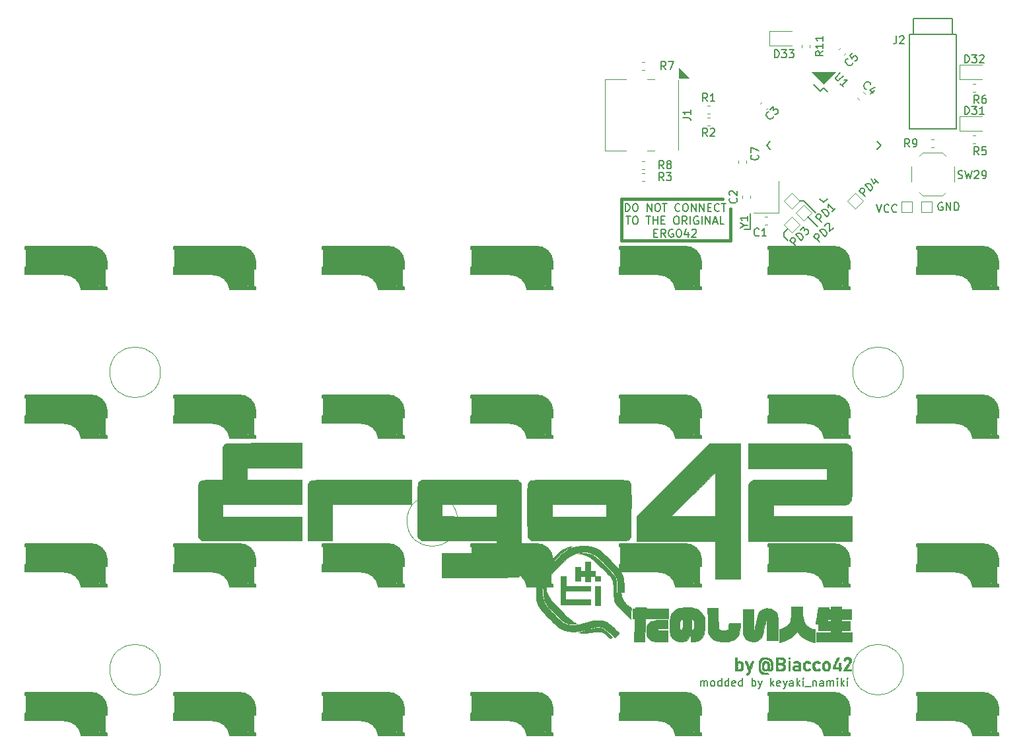
<source format=gto>
G04 #@! TF.GenerationSoftware,KiCad,Pcbnew,5.1.5*
G04 #@! TF.CreationDate,2020-01-30T11:23:40+09:00*
G04 #@! TF.ProjectId,ergo42,6572676f-3432-42e6-9b69-6361645f7063,1.0.0-alpha*
G04 #@! TF.SameCoordinates,Original*
G04 #@! TF.FileFunction,Legend,Top*
G04 #@! TF.FilePolarity,Positive*
%FSLAX46Y46*%
G04 Gerber Fmt 4.6, Leading zero omitted, Abs format (unit mm)*
G04 Created by KiCad (PCBNEW 5.1.5) date 2020-01-30 11:23:40*
%MOMM*%
%LPD*%
G04 APERTURE LIST*
%ADD10C,0.400000*%
%ADD11C,0.150000*%
%ADD12C,0.100000*%
%ADD13C,0.120000*%
%ADD14C,0.010000*%
%ADD15C,0.500000*%
%ADD16C,1.000000*%
%ADD17C,3.500000*%
%ADD18C,3.000000*%
%ADD19C,0.800000*%
%ADD20C,0.300000*%
G04 APERTURE END LIST*
D10*
X170307000Y-62230000D02*
X170307000Y-66294000D01*
D11*
X156814047Y-62556380D02*
X156814047Y-61556380D01*
X157052142Y-61556380D01*
X157195000Y-61604000D01*
X157290238Y-61699238D01*
X157337857Y-61794476D01*
X157385476Y-61984952D01*
X157385476Y-62127809D01*
X157337857Y-62318285D01*
X157290238Y-62413523D01*
X157195000Y-62508761D01*
X157052142Y-62556380D01*
X156814047Y-62556380D01*
X158004523Y-61556380D02*
X158195000Y-61556380D01*
X158290238Y-61604000D01*
X158385476Y-61699238D01*
X158433095Y-61889714D01*
X158433095Y-62223047D01*
X158385476Y-62413523D01*
X158290238Y-62508761D01*
X158195000Y-62556380D01*
X158004523Y-62556380D01*
X157909285Y-62508761D01*
X157814047Y-62413523D01*
X157766428Y-62223047D01*
X157766428Y-61889714D01*
X157814047Y-61699238D01*
X157909285Y-61604000D01*
X158004523Y-61556380D01*
X159623571Y-62556380D02*
X159623571Y-61556380D01*
X160195000Y-62556380D01*
X160195000Y-61556380D01*
X160861666Y-61556380D02*
X161052142Y-61556380D01*
X161147380Y-61604000D01*
X161242619Y-61699238D01*
X161290238Y-61889714D01*
X161290238Y-62223047D01*
X161242619Y-62413523D01*
X161147380Y-62508761D01*
X161052142Y-62556380D01*
X160861666Y-62556380D01*
X160766428Y-62508761D01*
X160671190Y-62413523D01*
X160623571Y-62223047D01*
X160623571Y-61889714D01*
X160671190Y-61699238D01*
X160766428Y-61604000D01*
X160861666Y-61556380D01*
X161575952Y-61556380D02*
X162147380Y-61556380D01*
X161861666Y-62556380D02*
X161861666Y-61556380D01*
X163814047Y-62461142D02*
X163766428Y-62508761D01*
X163623571Y-62556380D01*
X163528333Y-62556380D01*
X163385476Y-62508761D01*
X163290238Y-62413523D01*
X163242619Y-62318285D01*
X163195000Y-62127809D01*
X163195000Y-61984952D01*
X163242619Y-61794476D01*
X163290238Y-61699238D01*
X163385476Y-61604000D01*
X163528333Y-61556380D01*
X163623571Y-61556380D01*
X163766428Y-61604000D01*
X163814047Y-61651619D01*
X164433095Y-61556380D02*
X164623571Y-61556380D01*
X164718809Y-61604000D01*
X164814047Y-61699238D01*
X164861666Y-61889714D01*
X164861666Y-62223047D01*
X164814047Y-62413523D01*
X164718809Y-62508761D01*
X164623571Y-62556380D01*
X164433095Y-62556380D01*
X164337857Y-62508761D01*
X164242619Y-62413523D01*
X164195000Y-62223047D01*
X164195000Y-61889714D01*
X164242619Y-61699238D01*
X164337857Y-61604000D01*
X164433095Y-61556380D01*
X165290238Y-62556380D02*
X165290238Y-61556380D01*
X165861666Y-62556380D01*
X165861666Y-61556380D01*
X166337857Y-62556380D02*
X166337857Y-61556380D01*
X166909285Y-62556380D01*
X166909285Y-61556380D01*
X167385476Y-62032571D02*
X167718809Y-62032571D01*
X167861666Y-62556380D02*
X167385476Y-62556380D01*
X167385476Y-61556380D01*
X167861666Y-61556380D01*
X168861666Y-62461142D02*
X168814047Y-62508761D01*
X168671190Y-62556380D01*
X168575952Y-62556380D01*
X168433095Y-62508761D01*
X168337857Y-62413523D01*
X168290238Y-62318285D01*
X168242619Y-62127809D01*
X168242619Y-61984952D01*
X168290238Y-61794476D01*
X168337857Y-61699238D01*
X168433095Y-61604000D01*
X168575952Y-61556380D01*
X168671190Y-61556380D01*
X168814047Y-61604000D01*
X168861666Y-61651619D01*
X169147380Y-61556380D02*
X169718809Y-61556380D01*
X169433095Y-62556380D02*
X169433095Y-61556380D01*
X156909285Y-63206380D02*
X157480714Y-63206380D01*
X157195000Y-64206380D02*
X157195000Y-63206380D01*
X158004523Y-63206380D02*
X158195000Y-63206380D01*
X158290238Y-63254000D01*
X158385476Y-63349238D01*
X158433095Y-63539714D01*
X158433095Y-63873047D01*
X158385476Y-64063523D01*
X158290238Y-64158761D01*
X158195000Y-64206380D01*
X158004523Y-64206380D01*
X157909285Y-64158761D01*
X157814047Y-64063523D01*
X157766428Y-63873047D01*
X157766428Y-63539714D01*
X157814047Y-63349238D01*
X157909285Y-63254000D01*
X158004523Y-63206380D01*
X159480714Y-63206380D02*
X160052142Y-63206380D01*
X159766428Y-64206380D02*
X159766428Y-63206380D01*
X160385476Y-64206380D02*
X160385476Y-63206380D01*
X160385476Y-63682571D02*
X160956904Y-63682571D01*
X160956904Y-64206380D02*
X160956904Y-63206380D01*
X161433095Y-63682571D02*
X161766428Y-63682571D01*
X161909285Y-64206380D02*
X161433095Y-64206380D01*
X161433095Y-63206380D01*
X161909285Y-63206380D01*
X163290238Y-63206380D02*
X163480714Y-63206380D01*
X163575952Y-63254000D01*
X163671190Y-63349238D01*
X163718809Y-63539714D01*
X163718809Y-63873047D01*
X163671190Y-64063523D01*
X163575952Y-64158761D01*
X163480714Y-64206380D01*
X163290238Y-64206380D01*
X163195000Y-64158761D01*
X163099761Y-64063523D01*
X163052142Y-63873047D01*
X163052142Y-63539714D01*
X163099761Y-63349238D01*
X163195000Y-63254000D01*
X163290238Y-63206380D01*
X164718809Y-64206380D02*
X164385476Y-63730190D01*
X164147380Y-64206380D02*
X164147380Y-63206380D01*
X164528333Y-63206380D01*
X164623571Y-63254000D01*
X164671190Y-63301619D01*
X164718809Y-63396857D01*
X164718809Y-63539714D01*
X164671190Y-63634952D01*
X164623571Y-63682571D01*
X164528333Y-63730190D01*
X164147380Y-63730190D01*
X165147380Y-64206380D02*
X165147380Y-63206380D01*
X166147380Y-63254000D02*
X166052142Y-63206380D01*
X165909285Y-63206380D01*
X165766428Y-63254000D01*
X165671190Y-63349238D01*
X165623571Y-63444476D01*
X165575952Y-63634952D01*
X165575952Y-63777809D01*
X165623571Y-63968285D01*
X165671190Y-64063523D01*
X165766428Y-64158761D01*
X165909285Y-64206380D01*
X166004523Y-64206380D01*
X166147380Y-64158761D01*
X166195000Y-64111142D01*
X166195000Y-63777809D01*
X166004523Y-63777809D01*
X166623571Y-64206380D02*
X166623571Y-63206380D01*
X167099761Y-64206380D02*
X167099761Y-63206380D01*
X167671190Y-64206380D01*
X167671190Y-63206380D01*
X168099761Y-63920666D02*
X168575952Y-63920666D01*
X168004523Y-64206380D02*
X168337857Y-63206380D01*
X168671190Y-64206380D01*
X169480714Y-64206380D02*
X169004523Y-64206380D01*
X169004523Y-63206380D01*
X160504523Y-65332571D02*
X160837857Y-65332571D01*
X160980714Y-65856380D02*
X160504523Y-65856380D01*
X160504523Y-64856380D01*
X160980714Y-64856380D01*
X161980714Y-65856380D02*
X161647380Y-65380190D01*
X161409285Y-65856380D02*
X161409285Y-64856380D01*
X161790238Y-64856380D01*
X161885476Y-64904000D01*
X161933095Y-64951619D01*
X161980714Y-65046857D01*
X161980714Y-65189714D01*
X161933095Y-65284952D01*
X161885476Y-65332571D01*
X161790238Y-65380190D01*
X161409285Y-65380190D01*
X162933095Y-64904000D02*
X162837857Y-64856380D01*
X162695000Y-64856380D01*
X162552142Y-64904000D01*
X162456904Y-64999238D01*
X162409285Y-65094476D01*
X162361666Y-65284952D01*
X162361666Y-65427809D01*
X162409285Y-65618285D01*
X162456904Y-65713523D01*
X162552142Y-65808761D01*
X162695000Y-65856380D01*
X162790238Y-65856380D01*
X162933095Y-65808761D01*
X162980714Y-65761142D01*
X162980714Y-65427809D01*
X162790238Y-65427809D01*
X163599761Y-64856380D02*
X163790238Y-64856380D01*
X163885476Y-64904000D01*
X163980714Y-64999238D01*
X164028333Y-65189714D01*
X164028333Y-65523047D01*
X163980714Y-65713523D01*
X163885476Y-65808761D01*
X163790238Y-65856380D01*
X163599761Y-65856380D01*
X163504523Y-65808761D01*
X163409285Y-65713523D01*
X163361666Y-65523047D01*
X163361666Y-65189714D01*
X163409285Y-64999238D01*
X163504523Y-64904000D01*
X163599761Y-64856380D01*
X164885476Y-65189714D02*
X164885476Y-65856380D01*
X164647380Y-64808761D02*
X164409285Y-65523047D01*
X165028333Y-65523047D01*
X165361666Y-64951619D02*
X165409285Y-64904000D01*
X165504523Y-64856380D01*
X165742619Y-64856380D01*
X165837857Y-64904000D01*
X165885476Y-64951619D01*
X165933095Y-65046857D01*
X165933095Y-65142095D01*
X165885476Y-65284952D01*
X165314047Y-65856380D01*
X165933095Y-65856380D01*
D10*
X170307000Y-66294000D02*
X156337000Y-66294000D01*
X169291000Y-60960000D02*
X156337000Y-60960000D01*
X156337000Y-66294000D02*
X156337000Y-60960000D01*
D11*
X177165000Y-65786000D02*
X177673000Y-66294000D01*
X177165000Y-65278000D02*
X177165000Y-65786000D01*
X177673000Y-64770000D02*
X177165000Y-65278000D01*
X180213000Y-63246000D02*
X181483000Y-64516000D01*
X179705000Y-61214000D02*
X181229000Y-62738000D01*
X179170949Y-61214000D02*
X179705000Y-61214000D01*
X178641416Y-66981347D02*
X177934309Y-66274240D01*
X178203683Y-66004866D01*
X178304698Y-65971194D01*
X178372042Y-65971194D01*
X178473057Y-66004866D01*
X178574072Y-66105881D01*
X178607744Y-66206896D01*
X178607744Y-66274240D01*
X178574072Y-66375255D01*
X178304698Y-66644629D01*
X179348522Y-66274240D02*
X178641416Y-65567133D01*
X178809774Y-65398774D01*
X178944461Y-65331431D01*
X179079148Y-65331431D01*
X179180164Y-65365103D01*
X179348522Y-65466118D01*
X179449538Y-65567133D01*
X179550553Y-65735492D01*
X179584225Y-65836507D01*
X179584225Y-65971194D01*
X179516881Y-66105881D01*
X179348522Y-66274240D01*
X179281179Y-64927370D02*
X179718912Y-64489637D01*
X179752583Y-64994713D01*
X179853599Y-64893698D01*
X179954614Y-64860026D01*
X180021957Y-64860026D01*
X180122973Y-64893698D01*
X180291331Y-65062057D01*
X180325003Y-65163072D01*
X180325003Y-65230416D01*
X180291331Y-65331431D01*
X180089301Y-65533461D01*
X179988286Y-65567133D01*
X179920942Y-65567133D01*
X181689416Y-66473347D02*
X180982309Y-65766240D01*
X181251683Y-65496866D01*
X181352698Y-65463194D01*
X181420042Y-65463194D01*
X181521057Y-65496866D01*
X181622072Y-65597881D01*
X181655744Y-65698896D01*
X181655744Y-65766240D01*
X181622072Y-65867255D01*
X181352698Y-66136629D01*
X182396522Y-65766240D02*
X181689416Y-65059133D01*
X181857774Y-64890774D01*
X181992461Y-64823431D01*
X182127148Y-64823431D01*
X182228164Y-64857103D01*
X182396522Y-64958118D01*
X182497538Y-65059133D01*
X182598553Y-65227492D01*
X182632225Y-65328507D01*
X182632225Y-65463194D01*
X182564881Y-65597881D01*
X182396522Y-65766240D01*
X182430194Y-64453042D02*
X182430194Y-64385698D01*
X182463866Y-64284683D01*
X182632225Y-64116324D01*
X182733240Y-64082652D01*
X182800583Y-64082652D01*
X182901599Y-64116324D01*
X182968942Y-64183668D01*
X183036286Y-64318355D01*
X183036286Y-65126477D01*
X183474018Y-64688744D01*
X181943416Y-63933347D02*
X181236309Y-63226240D01*
X181505683Y-62956866D01*
X181606698Y-62923194D01*
X181674042Y-62923194D01*
X181775057Y-62956866D01*
X181876072Y-63057881D01*
X181909744Y-63158896D01*
X181909744Y-63226240D01*
X181876072Y-63327255D01*
X181606698Y-63596629D01*
X182650522Y-63226240D02*
X181943416Y-62519133D01*
X182111774Y-62350774D01*
X182246461Y-62283431D01*
X182381148Y-62283431D01*
X182482164Y-62317103D01*
X182650522Y-62418118D01*
X182751538Y-62519133D01*
X182852553Y-62687492D01*
X182886225Y-62788507D01*
X182886225Y-62923194D01*
X182818881Y-63057881D01*
X182650522Y-63226240D01*
X183728018Y-62148744D02*
X183323957Y-62552805D01*
X183525988Y-62350774D02*
X182818881Y-61643668D01*
X182852553Y-61812026D01*
X182852553Y-61946713D01*
X182818881Y-62047729D01*
X172847000Y-64897000D02*
X172085000Y-64897000D01*
X172847000Y-62865000D02*
X172847000Y-64897000D01*
X187531416Y-60631347D02*
X186824309Y-59924240D01*
X187093683Y-59654866D01*
X187194698Y-59621194D01*
X187262042Y-59621194D01*
X187363057Y-59654866D01*
X187464072Y-59755881D01*
X187497744Y-59856896D01*
X187497744Y-59924240D01*
X187464072Y-60025255D01*
X187194698Y-60294629D01*
X188238522Y-59924240D02*
X187531416Y-59217133D01*
X187699774Y-59048774D01*
X187834461Y-58981431D01*
X187969148Y-58981431D01*
X188070164Y-59015103D01*
X188238522Y-59116118D01*
X188339538Y-59217133D01*
X188440553Y-59385492D01*
X188474225Y-59486507D01*
X188474225Y-59621194D01*
X188406881Y-59755881D01*
X188238522Y-59924240D01*
X188777270Y-58442683D02*
X189248675Y-58914087D01*
X188339538Y-58341668D02*
X188676255Y-59015103D01*
X189113988Y-58577370D01*
X197485095Y-61476000D02*
X197389857Y-61428380D01*
X197247000Y-61428380D01*
X197104142Y-61476000D01*
X197008904Y-61571238D01*
X196961285Y-61666476D01*
X196913666Y-61856952D01*
X196913666Y-61999809D01*
X196961285Y-62190285D01*
X197008904Y-62285523D01*
X197104142Y-62380761D01*
X197247000Y-62428380D01*
X197342238Y-62428380D01*
X197485095Y-62380761D01*
X197532714Y-62333142D01*
X197532714Y-61999809D01*
X197342238Y-61999809D01*
X197961285Y-62428380D02*
X197961285Y-61428380D01*
X198532714Y-62428380D01*
X198532714Y-61428380D01*
X199008904Y-62428380D02*
X199008904Y-61428380D01*
X199247000Y-61428380D01*
X199389857Y-61476000D01*
X199485095Y-61571238D01*
X199532714Y-61666476D01*
X199580333Y-61856952D01*
X199580333Y-61999809D01*
X199532714Y-62190285D01*
X199485095Y-62285523D01*
X199389857Y-62380761D01*
X199247000Y-62428380D01*
X199008904Y-62428380D01*
X189039666Y-61682380D02*
X189373000Y-62682380D01*
X189706333Y-61682380D01*
X190611095Y-62587142D02*
X190563476Y-62634761D01*
X190420619Y-62682380D01*
X190325380Y-62682380D01*
X190182523Y-62634761D01*
X190087285Y-62539523D01*
X190039666Y-62444285D01*
X189992047Y-62253809D01*
X189992047Y-62110952D01*
X190039666Y-61920476D01*
X190087285Y-61825238D01*
X190182523Y-61730000D01*
X190325380Y-61682380D01*
X190420619Y-61682380D01*
X190563476Y-61730000D01*
X190611095Y-61777619D01*
X191611095Y-62587142D02*
X191563476Y-62634761D01*
X191420619Y-62682380D01*
X191325380Y-62682380D01*
X191182523Y-62634761D01*
X191087285Y-62539523D01*
X191039666Y-62444285D01*
X190992047Y-62253809D01*
X190992047Y-62110952D01*
X191039666Y-61920476D01*
X191087285Y-61825238D01*
X191182523Y-61730000D01*
X191325380Y-61682380D01*
X191420619Y-61682380D01*
X191563476Y-61730000D01*
X191611095Y-61777619D01*
D12*
G36*
X164973000Y-45466000D02*
G01*
X163703000Y-45466000D01*
X163703000Y-44196000D01*
X164973000Y-45466000D01*
G37*
X164973000Y-45466000D02*
X163703000Y-45466000D01*
X163703000Y-44196000D01*
X164973000Y-45466000D01*
G36*
X182245000Y-46228000D02*
G01*
X180721000Y-44704000D01*
X183769000Y-44704000D01*
X182245000Y-46228000D01*
G37*
X182245000Y-46228000D02*
X180721000Y-44704000D01*
X183769000Y-44704000D01*
X182245000Y-46228000D01*
D11*
X166490238Y-123388380D02*
X166490238Y-122721714D01*
X166490238Y-122816952D02*
X166537857Y-122769333D01*
X166633095Y-122721714D01*
X166775952Y-122721714D01*
X166871190Y-122769333D01*
X166918809Y-122864571D01*
X166918809Y-123388380D01*
X166918809Y-122864571D02*
X166966428Y-122769333D01*
X167061666Y-122721714D01*
X167204523Y-122721714D01*
X167299761Y-122769333D01*
X167347380Y-122864571D01*
X167347380Y-123388380D01*
X167966428Y-123388380D02*
X167871190Y-123340761D01*
X167823571Y-123293142D01*
X167775952Y-123197904D01*
X167775952Y-122912190D01*
X167823571Y-122816952D01*
X167871190Y-122769333D01*
X167966428Y-122721714D01*
X168109285Y-122721714D01*
X168204523Y-122769333D01*
X168252142Y-122816952D01*
X168299761Y-122912190D01*
X168299761Y-123197904D01*
X168252142Y-123293142D01*
X168204523Y-123340761D01*
X168109285Y-123388380D01*
X167966428Y-123388380D01*
X169156904Y-123388380D02*
X169156904Y-122388380D01*
X169156904Y-123340761D02*
X169061666Y-123388380D01*
X168871190Y-123388380D01*
X168775952Y-123340761D01*
X168728333Y-123293142D01*
X168680714Y-123197904D01*
X168680714Y-122912190D01*
X168728333Y-122816952D01*
X168775952Y-122769333D01*
X168871190Y-122721714D01*
X169061666Y-122721714D01*
X169156904Y-122769333D01*
X170061666Y-123388380D02*
X170061666Y-122388380D01*
X170061666Y-123340761D02*
X169966428Y-123388380D01*
X169775952Y-123388380D01*
X169680714Y-123340761D01*
X169633095Y-123293142D01*
X169585476Y-123197904D01*
X169585476Y-122912190D01*
X169633095Y-122816952D01*
X169680714Y-122769333D01*
X169775952Y-122721714D01*
X169966428Y-122721714D01*
X170061666Y-122769333D01*
X170918809Y-123340761D02*
X170823571Y-123388380D01*
X170633095Y-123388380D01*
X170537857Y-123340761D01*
X170490238Y-123245523D01*
X170490238Y-122864571D01*
X170537857Y-122769333D01*
X170633095Y-122721714D01*
X170823571Y-122721714D01*
X170918809Y-122769333D01*
X170966428Y-122864571D01*
X170966428Y-122959809D01*
X170490238Y-123055047D01*
X171823571Y-123388380D02*
X171823571Y-122388380D01*
X171823571Y-123340761D02*
X171728333Y-123388380D01*
X171537857Y-123388380D01*
X171442619Y-123340761D01*
X171395000Y-123293142D01*
X171347380Y-123197904D01*
X171347380Y-122912190D01*
X171395000Y-122816952D01*
X171442619Y-122769333D01*
X171537857Y-122721714D01*
X171728333Y-122721714D01*
X171823571Y-122769333D01*
X173061666Y-123388380D02*
X173061666Y-122388380D01*
X173061666Y-122769333D02*
X173156904Y-122721714D01*
X173347380Y-122721714D01*
X173442619Y-122769333D01*
X173490238Y-122816952D01*
X173537857Y-122912190D01*
X173537857Y-123197904D01*
X173490238Y-123293142D01*
X173442619Y-123340761D01*
X173347380Y-123388380D01*
X173156904Y-123388380D01*
X173061666Y-123340761D01*
X173871190Y-122721714D02*
X174109285Y-123388380D01*
X174347380Y-122721714D02*
X174109285Y-123388380D01*
X174014047Y-123626476D01*
X173966428Y-123674095D01*
X173871190Y-123721714D01*
X175490238Y-123388380D02*
X175490238Y-122388380D01*
X175585476Y-123007428D02*
X175871190Y-123388380D01*
X175871190Y-122721714D02*
X175490238Y-123102666D01*
X176680714Y-123340761D02*
X176585476Y-123388380D01*
X176395000Y-123388380D01*
X176299761Y-123340761D01*
X176252142Y-123245523D01*
X176252142Y-122864571D01*
X176299761Y-122769333D01*
X176395000Y-122721714D01*
X176585476Y-122721714D01*
X176680714Y-122769333D01*
X176728333Y-122864571D01*
X176728333Y-122959809D01*
X176252142Y-123055047D01*
X177061666Y-122721714D02*
X177299761Y-123388380D01*
X177537857Y-122721714D02*
X177299761Y-123388380D01*
X177204523Y-123626476D01*
X177156904Y-123674095D01*
X177061666Y-123721714D01*
X178347380Y-123388380D02*
X178347380Y-122864571D01*
X178299761Y-122769333D01*
X178204523Y-122721714D01*
X178014047Y-122721714D01*
X177918809Y-122769333D01*
X178347380Y-123340761D02*
X178252142Y-123388380D01*
X178014047Y-123388380D01*
X177918809Y-123340761D01*
X177871190Y-123245523D01*
X177871190Y-123150285D01*
X177918809Y-123055047D01*
X178014047Y-123007428D01*
X178252142Y-123007428D01*
X178347380Y-122959809D01*
X178823571Y-123388380D02*
X178823571Y-122388380D01*
X178918809Y-123007428D02*
X179204523Y-123388380D01*
X179204523Y-122721714D02*
X178823571Y-123102666D01*
X179633095Y-123388380D02*
X179633095Y-122721714D01*
X179633095Y-122388380D02*
X179585476Y-122436000D01*
X179633095Y-122483619D01*
X179680714Y-122436000D01*
X179633095Y-122388380D01*
X179633095Y-122483619D01*
X179871190Y-123483619D02*
X180633095Y-123483619D01*
X180871190Y-122721714D02*
X180871190Y-123388380D01*
X180871190Y-122816952D02*
X180918809Y-122769333D01*
X181014047Y-122721714D01*
X181156904Y-122721714D01*
X181252142Y-122769333D01*
X181299761Y-122864571D01*
X181299761Y-123388380D01*
X182204523Y-123388380D02*
X182204523Y-122864571D01*
X182156904Y-122769333D01*
X182061666Y-122721714D01*
X181871190Y-122721714D01*
X181775952Y-122769333D01*
X182204523Y-123340761D02*
X182109285Y-123388380D01*
X181871190Y-123388380D01*
X181775952Y-123340761D01*
X181728333Y-123245523D01*
X181728333Y-123150285D01*
X181775952Y-123055047D01*
X181871190Y-123007428D01*
X182109285Y-123007428D01*
X182204523Y-122959809D01*
X182680714Y-123388380D02*
X182680714Y-122721714D01*
X182680714Y-122816952D02*
X182728333Y-122769333D01*
X182823571Y-122721714D01*
X182966428Y-122721714D01*
X183061666Y-122769333D01*
X183109285Y-122864571D01*
X183109285Y-123388380D01*
X183109285Y-122864571D02*
X183156904Y-122769333D01*
X183252142Y-122721714D01*
X183395000Y-122721714D01*
X183490238Y-122769333D01*
X183537857Y-122864571D01*
X183537857Y-123388380D01*
X184014047Y-123388380D02*
X184014047Y-122721714D01*
X184014047Y-122388380D02*
X183966428Y-122436000D01*
X184014047Y-122483619D01*
X184061666Y-122436000D01*
X184014047Y-122388380D01*
X184014047Y-122483619D01*
X184490238Y-123388380D02*
X184490238Y-122388380D01*
X184585476Y-123007428D02*
X184871190Y-123388380D01*
X184871190Y-122721714D02*
X184490238Y-123102666D01*
X185299761Y-123388380D02*
X185299761Y-122721714D01*
X185299761Y-122388380D02*
X185252142Y-122436000D01*
X185299761Y-122483619D01*
X185347380Y-122436000D01*
X185299761Y-122388380D01*
X185299761Y-122483619D01*
D13*
X179705000Y-63727949D02*
X178715051Y-62738000D01*
X180694949Y-62738000D02*
X179705000Y-63727949D01*
X179705000Y-61748051D02*
X180694949Y-62738000D01*
X178715051Y-62738000D02*
X179705000Y-61748051D01*
X178181000Y-65251949D02*
X177191051Y-64262000D01*
X179170949Y-64262000D02*
X178181000Y-65251949D01*
X178181000Y-63272051D02*
X179170949Y-64262000D01*
X177191051Y-64262000D02*
X178181000Y-63272051D01*
X194753000Y-62676000D02*
X194753000Y-61276000D01*
X196153000Y-62676000D02*
X194753000Y-62676000D01*
X196153000Y-61276000D02*
X196153000Y-62676000D01*
X194753000Y-61276000D02*
X196153000Y-61276000D01*
X186309000Y-62203949D02*
X185319051Y-61214000D01*
X187298949Y-61214000D02*
X186309000Y-62203949D01*
X186309000Y-60224051D02*
X187298949Y-61214000D01*
X185319051Y-61214000D02*
X186309000Y-60224051D01*
X192213000Y-62676000D02*
X192213000Y-61276000D01*
X193613000Y-62676000D02*
X192213000Y-62676000D01*
X193613000Y-61276000D02*
X193613000Y-62676000D01*
X192213000Y-61276000D02*
X193613000Y-61276000D01*
X178181000Y-62203949D02*
X177191051Y-61214000D01*
X179170949Y-61214000D02*
X178181000Y-62203949D01*
X178181000Y-60224051D02*
X179170949Y-61214000D01*
X177191051Y-61214000D02*
X178181000Y-60224051D01*
D14*
G36*
X172327746Y-120183478D02*
G01*
X172373831Y-120206317D01*
X172415101Y-120262863D01*
X172461650Y-120368234D01*
X172523571Y-120537550D01*
X172543280Y-120593476D01*
X172606316Y-120764394D01*
X172660586Y-120896105D01*
X172699027Y-120972322D01*
X172712660Y-120984013D01*
X172736599Y-120934621D01*
X172780832Y-120822159D01*
X172837690Y-120666561D01*
X172867802Y-120580710D01*
X172932725Y-120399837D01*
X172982223Y-120286227D01*
X173026794Y-120223478D01*
X173076933Y-120195190D01*
X173119613Y-120187264D01*
X173206869Y-120188351D01*
X173240805Y-120209161D01*
X173226392Y-120278445D01*
X173185736Y-120412304D01*
X173124738Y-120594747D01*
X173049297Y-120809784D01*
X172965313Y-121041424D01*
X172878686Y-121273676D01*
X172795315Y-121490550D01*
X172721101Y-121676055D01*
X172661943Y-121814201D01*
X172623741Y-121888996D01*
X172618648Y-121895448D01*
X172513968Y-121957904D01*
X172429871Y-121974742D01*
X172350521Y-121959812D01*
X172322436Y-121897326D01*
X172320388Y-121848470D01*
X172343541Y-121742198D01*
X172406920Y-121699570D01*
X172488329Y-121644981D01*
X172545475Y-121562762D01*
X172563092Y-121507582D01*
X172564532Y-121439739D01*
X172546332Y-121344119D01*
X172505031Y-121205611D01*
X172437166Y-121009101D01*
X172386471Y-120868645D01*
X172308759Y-120655059D01*
X172241006Y-120468801D01*
X172189241Y-120326451D01*
X172159495Y-120244590D01*
X172155644Y-120233966D01*
X172176379Y-120191992D01*
X172266754Y-120179225D01*
X172327746Y-120183478D01*
G37*
X172327746Y-120183478D02*
X172373831Y-120206317D01*
X172415101Y-120262863D01*
X172461650Y-120368234D01*
X172523571Y-120537550D01*
X172543280Y-120593476D01*
X172606316Y-120764394D01*
X172660586Y-120896105D01*
X172699027Y-120972322D01*
X172712660Y-120984013D01*
X172736599Y-120934621D01*
X172780832Y-120822159D01*
X172837690Y-120666561D01*
X172867802Y-120580710D01*
X172932725Y-120399837D01*
X172982223Y-120286227D01*
X173026794Y-120223478D01*
X173076933Y-120195190D01*
X173119613Y-120187264D01*
X173206869Y-120188351D01*
X173240805Y-120209161D01*
X173226392Y-120278445D01*
X173185736Y-120412304D01*
X173124738Y-120594747D01*
X173049297Y-120809784D01*
X172965313Y-121041424D01*
X172878686Y-121273676D01*
X172795315Y-121490550D01*
X172721101Y-121676055D01*
X172661943Y-121814201D01*
X172623741Y-121888996D01*
X172618648Y-121895448D01*
X172513968Y-121957904D01*
X172429871Y-121974742D01*
X172350521Y-121959812D01*
X172322436Y-121897326D01*
X172320388Y-121848470D01*
X172343541Y-121742198D01*
X172406920Y-121699570D01*
X172488329Y-121644981D01*
X172545475Y-121562762D01*
X172563092Y-121507582D01*
X172564532Y-121439739D01*
X172546332Y-121344119D01*
X172505031Y-121205611D01*
X172437166Y-121009101D01*
X172386471Y-120868645D01*
X172308759Y-120655059D01*
X172241006Y-120468801D01*
X172189241Y-120326451D01*
X172159495Y-120244590D01*
X172155644Y-120233966D01*
X172176379Y-120191992D01*
X172266754Y-120179225D01*
X172327746Y-120183478D01*
G36*
X174981033Y-119715625D02*
G01*
X175242226Y-119786636D01*
X175451533Y-119923630D01*
X175603734Y-120123233D01*
X175691647Y-120372389D01*
X175723723Y-120594827D01*
X175733377Y-120825612D01*
X175722009Y-121042246D01*
X175691022Y-121222232D01*
X175641815Y-121343072D01*
X175630273Y-121357765D01*
X175528037Y-121420663D01*
X175388473Y-121449708D01*
X175247140Y-121443173D01*
X175139595Y-121399332D01*
X175122230Y-121382430D01*
X175071419Y-121338470D01*
X175018629Y-121360229D01*
X174992988Y-121382430D01*
X174871728Y-121440285D01*
X174714744Y-121449930D01*
X174557633Y-121413995D01*
X174442363Y-121341732D01*
X174390944Y-121282876D01*
X174359119Y-121217281D01*
X174342263Y-121123132D01*
X174335751Y-120978616D01*
X174334871Y-120834743D01*
X174335037Y-120814225D01*
X174553837Y-120814225D01*
X174568689Y-120979256D01*
X174607644Y-121108224D01*
X174622010Y-121132929D01*
X174724345Y-121212559D01*
X174850234Y-121223351D01*
X174965684Y-121162494D01*
X174966743Y-121161441D01*
X175013006Y-121070285D01*
X175033852Y-120909151D01*
X175035561Y-120825493D01*
X175017106Y-120612694D01*
X174959887Y-120474898D01*
X174861121Y-120407256D01*
X174790395Y-120398190D01*
X174676856Y-120437980D01*
X174597440Y-120551036D01*
X174557531Y-120727885D01*
X174553837Y-120814225D01*
X174335037Y-120814225D01*
X174336416Y-120643830D01*
X174344694Y-120517974D01*
X174365170Y-120434654D01*
X174403309Y-120371350D01*
X174462882Y-120307235D01*
X174568268Y-120221650D01*
X174682590Y-120185036D01*
X174792871Y-120179225D01*
X174983022Y-120200578D01*
X175122993Y-120270144D01*
X175218304Y-120396177D01*
X175274477Y-120586933D01*
X175297033Y-120850667D01*
X175298075Y-120934656D01*
X175300840Y-121092472D01*
X175312477Y-121181713D01*
X175338487Y-121221326D01*
X175383921Y-121230259D01*
X175455393Y-121189911D01*
X175498297Y-121073855D01*
X175511464Y-120889572D01*
X175493731Y-120644542D01*
X175485194Y-120580629D01*
X175426560Y-120326986D01*
X175329112Y-120143416D01*
X175184311Y-120017808D01*
X175045041Y-119956161D01*
X174856713Y-119924828D01*
X174650561Y-119937650D01*
X174465293Y-119989993D01*
X174384610Y-120035195D01*
X174265682Y-120146724D01*
X174185227Y-120287227D01*
X174137710Y-120473306D01*
X174117590Y-120721563D01*
X174115974Y-120840593D01*
X174118587Y-121046137D01*
X174129237Y-121187461D01*
X174152014Y-121287843D01*
X174191014Y-121370561D01*
X174216075Y-121409904D01*
X174312168Y-121526720D01*
X174427839Y-121606075D01*
X174584306Y-121657476D01*
X174802791Y-121690429D01*
X174853412Y-121695421D01*
X175018839Y-121714045D01*
X175114420Y-121735732D01*
X175157838Y-121766712D01*
X175166940Y-121805858D01*
X175158271Y-121845962D01*
X175120822Y-121870094D01*
X175037433Y-121882034D01*
X174890943Y-121885562D01*
X174805647Y-121885441D01*
X174612606Y-121877359D01*
X174441513Y-121857450D01*
X174323103Y-121829464D01*
X174312975Y-121825335D01*
X174124857Y-121698469D01*
X173981957Y-121517293D01*
X173943650Y-121435425D01*
X173916839Y-121310647D01*
X173901022Y-121124693D01*
X173895776Y-120903198D01*
X173900675Y-120671792D01*
X173915294Y-120456108D01*
X173939207Y-120281778D01*
X173964300Y-120190369D01*
X174076212Y-119987671D01*
X174223937Y-119847412D01*
X174423037Y-119759133D01*
X174673169Y-119713968D01*
X174981033Y-119715625D01*
G37*
X174981033Y-119715625D02*
X175242226Y-119786636D01*
X175451533Y-119923630D01*
X175603734Y-120123233D01*
X175691647Y-120372389D01*
X175723723Y-120594827D01*
X175733377Y-120825612D01*
X175722009Y-121042246D01*
X175691022Y-121222232D01*
X175641815Y-121343072D01*
X175630273Y-121357765D01*
X175528037Y-121420663D01*
X175388473Y-121449708D01*
X175247140Y-121443173D01*
X175139595Y-121399332D01*
X175122230Y-121382430D01*
X175071419Y-121338470D01*
X175018629Y-121360229D01*
X174992988Y-121382430D01*
X174871728Y-121440285D01*
X174714744Y-121449930D01*
X174557633Y-121413995D01*
X174442363Y-121341732D01*
X174390944Y-121282876D01*
X174359119Y-121217281D01*
X174342263Y-121123132D01*
X174335751Y-120978616D01*
X174334871Y-120834743D01*
X174335037Y-120814225D01*
X174553837Y-120814225D01*
X174568689Y-120979256D01*
X174607644Y-121108224D01*
X174622010Y-121132929D01*
X174724345Y-121212559D01*
X174850234Y-121223351D01*
X174965684Y-121162494D01*
X174966743Y-121161441D01*
X175013006Y-121070285D01*
X175033852Y-120909151D01*
X175035561Y-120825493D01*
X175017106Y-120612694D01*
X174959887Y-120474898D01*
X174861121Y-120407256D01*
X174790395Y-120398190D01*
X174676856Y-120437980D01*
X174597440Y-120551036D01*
X174557531Y-120727885D01*
X174553837Y-120814225D01*
X174335037Y-120814225D01*
X174336416Y-120643830D01*
X174344694Y-120517974D01*
X174365170Y-120434654D01*
X174403309Y-120371350D01*
X174462882Y-120307235D01*
X174568268Y-120221650D01*
X174682590Y-120185036D01*
X174792871Y-120179225D01*
X174983022Y-120200578D01*
X175122993Y-120270144D01*
X175218304Y-120396177D01*
X175274477Y-120586933D01*
X175297033Y-120850667D01*
X175298075Y-120934656D01*
X175300840Y-121092472D01*
X175312477Y-121181713D01*
X175338487Y-121221326D01*
X175383921Y-121230259D01*
X175455393Y-121189911D01*
X175498297Y-121073855D01*
X175511464Y-120889572D01*
X175493731Y-120644542D01*
X175485194Y-120580629D01*
X175426560Y-120326986D01*
X175329112Y-120143416D01*
X175184311Y-120017808D01*
X175045041Y-119956161D01*
X174856713Y-119924828D01*
X174650561Y-119937650D01*
X174465293Y-119989993D01*
X174384610Y-120035195D01*
X174265682Y-120146724D01*
X174185227Y-120287227D01*
X174137710Y-120473306D01*
X174117590Y-120721563D01*
X174115974Y-120840593D01*
X174118587Y-121046137D01*
X174129237Y-121187461D01*
X174152014Y-121287843D01*
X174191014Y-121370561D01*
X174216075Y-121409904D01*
X174312168Y-121526720D01*
X174427839Y-121606075D01*
X174584306Y-121657476D01*
X174802791Y-121690429D01*
X174853412Y-121695421D01*
X175018839Y-121714045D01*
X175114420Y-121735732D01*
X175157838Y-121766712D01*
X175166940Y-121805858D01*
X175158271Y-121845962D01*
X175120822Y-121870094D01*
X175037433Y-121882034D01*
X174890943Y-121885562D01*
X174805647Y-121885441D01*
X174612606Y-121877359D01*
X174441513Y-121857450D01*
X174323103Y-121829464D01*
X174312975Y-121825335D01*
X174124857Y-121698469D01*
X173981957Y-121517293D01*
X173943650Y-121435425D01*
X173916839Y-121310647D01*
X173901022Y-121124693D01*
X173895776Y-120903198D01*
X173900675Y-120671792D01*
X173915294Y-120456108D01*
X173939207Y-120281778D01*
X173964300Y-120190369D01*
X174076212Y-119987671D01*
X174223937Y-119847412D01*
X174423037Y-119759133D01*
X174673169Y-119713968D01*
X174981033Y-119715625D01*
G36*
X171181768Y-120315570D02*
G01*
X171279098Y-120247398D01*
X171438343Y-120185338D01*
X171612834Y-120196135D01*
X171772722Y-120277561D01*
X171781481Y-120284886D01*
X171840798Y-120341973D01*
X171878323Y-120403653D01*
X171900189Y-120491967D01*
X171912529Y-120628956D01*
X171919354Y-120780331D01*
X171924901Y-120969382D01*
X171920887Y-121094572D01*
X171902748Y-121179481D01*
X171865921Y-121247693D01*
X171816927Y-121309670D01*
X171722400Y-121402669D01*
X171621808Y-121442302D01*
X171509451Y-121449225D01*
X171357989Y-121431730D01*
X171255707Y-121385185D01*
X171250585Y-121380407D01*
X171198104Y-121334796D01*
X171182525Y-121354287D01*
X171181768Y-121380407D01*
X171147038Y-121433983D01*
X171050388Y-121449225D01*
X170919009Y-121449225D01*
X170919009Y-120817884D01*
X171181768Y-120817884D01*
X171196460Y-121021168D01*
X171244296Y-121150951D01*
X171330916Y-121216890D01*
X171422630Y-121230259D01*
X171534629Y-121201771D01*
X171594674Y-121161441D01*
X171639948Y-121068047D01*
X171663058Y-120922145D01*
X171664178Y-120755916D01*
X171643479Y-120601544D01*
X171601134Y-120491210D01*
X171591015Y-120478276D01*
X171476271Y-120407349D01*
X171347611Y-120416682D01*
X171261854Y-120470667D01*
X171213730Y-120538781D01*
X171188821Y-120647270D01*
X171181768Y-120817884D01*
X170919009Y-120817884D01*
X170919009Y-119697500D01*
X171181768Y-119697500D01*
X171181768Y-120315570D01*
G37*
X171181768Y-120315570D02*
X171279098Y-120247398D01*
X171438343Y-120185338D01*
X171612834Y-120196135D01*
X171772722Y-120277561D01*
X171781481Y-120284886D01*
X171840798Y-120341973D01*
X171878323Y-120403653D01*
X171900189Y-120491967D01*
X171912529Y-120628956D01*
X171919354Y-120780331D01*
X171924901Y-120969382D01*
X171920887Y-121094572D01*
X171902748Y-121179481D01*
X171865921Y-121247693D01*
X171816927Y-121309670D01*
X171722400Y-121402669D01*
X171621808Y-121442302D01*
X171509451Y-121449225D01*
X171357989Y-121431730D01*
X171255707Y-121385185D01*
X171250585Y-121380407D01*
X171198104Y-121334796D01*
X171182525Y-121354287D01*
X171181768Y-121380407D01*
X171147038Y-121433983D01*
X171050388Y-121449225D01*
X170919009Y-121449225D01*
X170919009Y-120817884D01*
X171181768Y-120817884D01*
X171196460Y-121021168D01*
X171244296Y-121150951D01*
X171330916Y-121216890D01*
X171422630Y-121230259D01*
X171534629Y-121201771D01*
X171594674Y-121161441D01*
X171639948Y-121068047D01*
X171663058Y-120922145D01*
X171664178Y-120755916D01*
X171643479Y-120601544D01*
X171601134Y-120491210D01*
X171591015Y-120478276D01*
X171476271Y-120407349D01*
X171347611Y-120416682D01*
X171261854Y-120470667D01*
X171213730Y-120538781D01*
X171188821Y-120647270D01*
X171181768Y-120817884D01*
X170919009Y-120817884D01*
X170919009Y-119697500D01*
X171181768Y-119697500D01*
X171181768Y-120315570D01*
G36*
X176800611Y-119698487D02*
G01*
X176940064Y-119704335D01*
X177031955Y-119719377D01*
X177096295Y-119747946D01*
X177153095Y-119794375D01*
X177184792Y-119825511D01*
X177285629Y-119978145D01*
X177320374Y-120151394D01*
X177288219Y-120319121D01*
X177203812Y-120441520D01*
X177133888Y-120513061D01*
X177124575Y-120555356D01*
X177170832Y-120597136D01*
X177175880Y-120600685D01*
X177285922Y-120726671D01*
X177338301Y-120892817D01*
X177332158Y-121072615D01*
X177266636Y-121239555D01*
X177199241Y-121321790D01*
X177141604Y-121369022D01*
X177075639Y-121400657D01*
X176982030Y-121420629D01*
X176841463Y-121432877D01*
X176634623Y-121441336D01*
X176608705Y-121442151D01*
X176130388Y-121456974D01*
X176130388Y-120660949D01*
X176349354Y-120660949D01*
X176349354Y-120916409D01*
X176354007Y-121058999D01*
X176366046Y-121163794D01*
X176378549Y-121201064D01*
X176446220Y-121223021D01*
X176567902Y-121229616D01*
X176711576Y-121221905D01*
X176845219Y-121200945D01*
X176903974Y-121183726D01*
X177028865Y-121114629D01*
X177084879Y-121016876D01*
X177093166Y-120934656D01*
X177059766Y-120802009D01*
X176955635Y-120713780D01*
X176778051Y-120668345D01*
X176634009Y-120660949D01*
X176349354Y-120660949D01*
X176130388Y-120660949D01*
X176130388Y-120291729D01*
X176351630Y-120291729D01*
X176373657Y-120387104D01*
X176440027Y-120431195D01*
X176567146Y-120439583D01*
X176678250Y-120434033D01*
X176833136Y-120417157D01*
X176955319Y-120391093D01*
X177013427Y-120364737D01*
X177053874Y-120275021D01*
X177062044Y-120149667D01*
X177038188Y-120034359D01*
X177011378Y-119991644D01*
X176937880Y-119962066D01*
X176800487Y-119943252D01*
X176664682Y-119938363D01*
X176371250Y-119938363D01*
X176357539Y-120129493D01*
X176351630Y-120291729D01*
X176130388Y-120291729D01*
X176130388Y-119697500D01*
X176593585Y-119697500D01*
X176800611Y-119698487D01*
G37*
X176800611Y-119698487D02*
X176940064Y-119704335D01*
X177031955Y-119719377D01*
X177096295Y-119747946D01*
X177153095Y-119794375D01*
X177184792Y-119825511D01*
X177285629Y-119978145D01*
X177320374Y-120151394D01*
X177288219Y-120319121D01*
X177203812Y-120441520D01*
X177133888Y-120513061D01*
X177124575Y-120555356D01*
X177170832Y-120597136D01*
X177175880Y-120600685D01*
X177285922Y-120726671D01*
X177338301Y-120892817D01*
X177332158Y-121072615D01*
X177266636Y-121239555D01*
X177199241Y-121321790D01*
X177141604Y-121369022D01*
X177075639Y-121400657D01*
X176982030Y-121420629D01*
X176841463Y-121432877D01*
X176634623Y-121441336D01*
X176608705Y-121442151D01*
X176130388Y-121456974D01*
X176130388Y-120660949D01*
X176349354Y-120660949D01*
X176349354Y-120916409D01*
X176354007Y-121058999D01*
X176366046Y-121163794D01*
X176378549Y-121201064D01*
X176446220Y-121223021D01*
X176567902Y-121229616D01*
X176711576Y-121221905D01*
X176845219Y-121200945D01*
X176903974Y-121183726D01*
X177028865Y-121114629D01*
X177084879Y-121016876D01*
X177093166Y-120934656D01*
X177059766Y-120802009D01*
X176955635Y-120713780D01*
X176778051Y-120668345D01*
X176634009Y-120660949D01*
X176349354Y-120660949D01*
X176130388Y-120660949D01*
X176130388Y-120291729D01*
X176351630Y-120291729D01*
X176373657Y-120387104D01*
X176440027Y-120431195D01*
X176567146Y-120439583D01*
X176678250Y-120434033D01*
X176833136Y-120417157D01*
X176955319Y-120391093D01*
X177013427Y-120364737D01*
X177053874Y-120275021D01*
X177062044Y-120149667D01*
X177038188Y-120034359D01*
X177011378Y-119991644D01*
X176937880Y-119962066D01*
X176800487Y-119943252D01*
X176664682Y-119938363D01*
X176371250Y-119938363D01*
X176357539Y-120129493D01*
X176351630Y-120291729D01*
X176130388Y-120291729D01*
X176130388Y-119697500D01*
X176593585Y-119697500D01*
X176800611Y-119698487D01*
G36*
X177925906Y-121449225D02*
G01*
X177706940Y-121449225D01*
X177706940Y-120179225D01*
X177925906Y-120179225D01*
X177925906Y-121449225D01*
G37*
X177925906Y-121449225D02*
X177706940Y-121449225D01*
X177706940Y-120179225D01*
X177925906Y-120179225D01*
X177925906Y-121449225D01*
G36*
X178852205Y-120185510D02*
G01*
X179037649Y-120246728D01*
X179104959Y-120292600D01*
X179239699Y-120405976D01*
X179239699Y-121437664D01*
X178853370Y-121443034D01*
X178625928Y-121439113D01*
X178468406Y-121420781D01*
X178395514Y-121394073D01*
X178297620Y-121269071D01*
X178257023Y-121103389D01*
X178261846Y-121066359D01*
X178503224Y-121066359D01*
X178525882Y-121176635D01*
X178612037Y-121245655D01*
X178744593Y-121266457D01*
X178906453Y-121232079D01*
X178908400Y-121231343D01*
X178992824Y-121175727D01*
X179020225Y-121077861D01*
X179020733Y-121053985D01*
X179020733Y-120919336D01*
X178768923Y-120932470D01*
X178626559Y-120942802D01*
X178549517Y-120962237D01*
X178515559Y-121001981D01*
X178503224Y-121066359D01*
X178261846Y-121066359D01*
X178278443Y-120938960D01*
X178332948Y-120823198D01*
X178415967Y-120751763D01*
X178546383Y-120715377D01*
X178743073Y-120704762D01*
X178755096Y-120704742D01*
X178903715Y-120701222D01*
X178984379Y-120686710D01*
X179016571Y-120655282D01*
X179020733Y-120623943D01*
X178982921Y-120511587D01*
X178885931Y-120434702D01*
X178754430Y-120403436D01*
X178613086Y-120427941D01*
X178580932Y-120442984D01*
X178477220Y-120461960D01*
X178408638Y-120432450D01*
X178334890Y-120372636D01*
X178337166Y-120321061D01*
X178418839Y-120262240D01*
X178449248Y-120246039D01*
X178645607Y-120184537D01*
X178852205Y-120185510D01*
G37*
X178852205Y-120185510D02*
X179037649Y-120246728D01*
X179104959Y-120292600D01*
X179239699Y-120405976D01*
X179239699Y-121437664D01*
X178853370Y-121443034D01*
X178625928Y-121439113D01*
X178468406Y-121420781D01*
X178395514Y-121394073D01*
X178297620Y-121269071D01*
X178257023Y-121103389D01*
X178261846Y-121066359D01*
X178503224Y-121066359D01*
X178525882Y-121176635D01*
X178612037Y-121245655D01*
X178744593Y-121266457D01*
X178906453Y-121232079D01*
X178908400Y-121231343D01*
X178992824Y-121175727D01*
X179020225Y-121077861D01*
X179020733Y-121053985D01*
X179020733Y-120919336D01*
X178768923Y-120932470D01*
X178626559Y-120942802D01*
X178549517Y-120962237D01*
X178515559Y-121001981D01*
X178503224Y-121066359D01*
X178261846Y-121066359D01*
X178278443Y-120938960D01*
X178332948Y-120823198D01*
X178415967Y-120751763D01*
X178546383Y-120715377D01*
X178743073Y-120704762D01*
X178755096Y-120704742D01*
X178903715Y-120701222D01*
X178984379Y-120686710D01*
X179016571Y-120655282D01*
X179020733Y-120623943D01*
X178982921Y-120511587D01*
X178885931Y-120434702D01*
X178754430Y-120403436D01*
X178613086Y-120427941D01*
X178580932Y-120442984D01*
X178477220Y-120461960D01*
X178408638Y-120432450D01*
X178334890Y-120372636D01*
X178337166Y-120321061D01*
X178418839Y-120262240D01*
X178449248Y-120246039D01*
X178645607Y-120184537D01*
X178852205Y-120185510D01*
G36*
X180167144Y-120188267D02*
G01*
X180358313Y-120215701D01*
X180481631Y-120268174D01*
X180512945Y-120294387D01*
X180571596Y-120360754D01*
X180568265Y-120405812D01*
X180518470Y-120455942D01*
X180454285Y-120502307D01*
X180390362Y-120501687D01*
X180301124Y-120462499D01*
X180148985Y-120419901D01*
X180008906Y-120437773D01*
X179908086Y-120511474D01*
X179895440Y-120531728D01*
X179870385Y-120621174D01*
X179855053Y-120758067D01*
X179852802Y-120833242D01*
X179880686Y-121025388D01*
X179956954Y-121158891D01*
X180070535Y-121226126D01*
X180210355Y-121219464D01*
X180327463Y-121160208D01*
X180406644Y-121115237D01*
X180465963Y-121128955D01*
X180516018Y-121170288D01*
X180571962Y-121226993D01*
X180572192Y-121269611D01*
X180511904Y-121330061D01*
X180488998Y-121349822D01*
X180387868Y-121414485D01*
X180260031Y-121444114D01*
X180135706Y-121449225D01*
X179979995Y-121440919D01*
X179871250Y-121407104D01*
X179769700Y-121334430D01*
X179754959Y-121321438D01*
X179686061Y-121256240D01*
X179643840Y-121196052D01*
X179621765Y-121117721D01*
X179613308Y-120998091D01*
X179611940Y-120814225D01*
X179613224Y-120630497D01*
X179621578Y-120511061D01*
X179643753Y-120432623D01*
X179686501Y-120371891D01*
X179756574Y-120305569D01*
X179760357Y-120302189D01*
X179852658Y-120227305D01*
X179935348Y-120190376D01*
X180043131Y-120181684D01*
X180167144Y-120188267D01*
G37*
X180167144Y-120188267D02*
X180358313Y-120215701D01*
X180481631Y-120268174D01*
X180512945Y-120294387D01*
X180571596Y-120360754D01*
X180568265Y-120405812D01*
X180518470Y-120455942D01*
X180454285Y-120502307D01*
X180390362Y-120501687D01*
X180301124Y-120462499D01*
X180148985Y-120419901D01*
X180008906Y-120437773D01*
X179908086Y-120511474D01*
X179895440Y-120531728D01*
X179870385Y-120621174D01*
X179855053Y-120758067D01*
X179852802Y-120833242D01*
X179880686Y-121025388D01*
X179956954Y-121158891D01*
X180070535Y-121226126D01*
X180210355Y-121219464D01*
X180327463Y-121160208D01*
X180406644Y-121115237D01*
X180465963Y-121128955D01*
X180516018Y-121170288D01*
X180571962Y-121226993D01*
X180572192Y-121269611D01*
X180511904Y-121330061D01*
X180488998Y-121349822D01*
X180387868Y-121414485D01*
X180260031Y-121444114D01*
X180135706Y-121449225D01*
X179979995Y-121440919D01*
X179871250Y-121407104D01*
X179769700Y-121334430D01*
X179754959Y-121321438D01*
X179686061Y-121256240D01*
X179643840Y-121196052D01*
X179621765Y-121117721D01*
X179613308Y-120998091D01*
X179611940Y-120814225D01*
X179613224Y-120630497D01*
X179621578Y-120511061D01*
X179643753Y-120432623D01*
X179686501Y-120371891D01*
X179756574Y-120305569D01*
X179760357Y-120302189D01*
X179852658Y-120227305D01*
X179935348Y-120190376D01*
X180043131Y-120181684D01*
X180167144Y-120188267D01*
G36*
X181534507Y-120190939D02*
G01*
X181651785Y-120232773D01*
X181715205Y-120278628D01*
X181789718Y-120347955D01*
X181802584Y-120392238D01*
X181759395Y-120442557D01*
X181746769Y-120454048D01*
X181681375Y-120501766D01*
X181617426Y-120501930D01*
X181527331Y-120462499D01*
X181375192Y-120419901D01*
X181235113Y-120437773D01*
X181134293Y-120511474D01*
X181121647Y-120531728D01*
X181096592Y-120621174D01*
X181081260Y-120758067D01*
X181079009Y-120833242D01*
X181106892Y-121025388D01*
X181183161Y-121158891D01*
X181296742Y-121226126D01*
X181436561Y-121219464D01*
X181553670Y-121160208D01*
X181632715Y-121115078D01*
X181690937Y-121127803D01*
X181738587Y-121166996D01*
X181802538Y-121237215D01*
X181823492Y-121279715D01*
X181783921Y-121333946D01*
X181681626Y-121385884D01*
X181541233Y-121426811D01*
X181387368Y-121448011D01*
X181344633Y-121449225D01*
X181189675Y-121438337D01*
X181077319Y-121395617D01*
X180983609Y-121323621D01*
X180905878Y-121245252D01*
X180860784Y-121165078D01*
X180836902Y-121053191D01*
X180824512Y-120907144D01*
X180830334Y-120630712D01*
X180888987Y-120422771D01*
X181002714Y-120280313D01*
X181173755Y-120200333D01*
X181367128Y-120179225D01*
X181534507Y-120190939D01*
G37*
X181534507Y-120190939D02*
X181651785Y-120232773D01*
X181715205Y-120278628D01*
X181789718Y-120347955D01*
X181802584Y-120392238D01*
X181759395Y-120442557D01*
X181746769Y-120454048D01*
X181681375Y-120501766D01*
X181617426Y-120501930D01*
X181527331Y-120462499D01*
X181375192Y-120419901D01*
X181235113Y-120437773D01*
X181134293Y-120511474D01*
X181121647Y-120531728D01*
X181096592Y-120621174D01*
X181081260Y-120758067D01*
X181079009Y-120833242D01*
X181106892Y-121025388D01*
X181183161Y-121158891D01*
X181296742Y-121226126D01*
X181436561Y-121219464D01*
X181553670Y-121160208D01*
X181632715Y-121115078D01*
X181690937Y-121127803D01*
X181738587Y-121166996D01*
X181802538Y-121237215D01*
X181823492Y-121279715D01*
X181783921Y-121333946D01*
X181681626Y-121385884D01*
X181541233Y-121426811D01*
X181387368Y-121448011D01*
X181344633Y-121449225D01*
X181189675Y-121438337D01*
X181077319Y-121395617D01*
X180983609Y-121323621D01*
X180905878Y-121245252D01*
X180860784Y-121165078D01*
X180836902Y-121053191D01*
X180824512Y-120907144D01*
X180830334Y-120630712D01*
X180888987Y-120422771D01*
X181002714Y-120280313D01*
X181173755Y-120200333D01*
X181367128Y-120179225D01*
X181534507Y-120190939D01*
G36*
X182732284Y-120192540D02*
G01*
X182849076Y-120243654D01*
X182926134Y-120304829D01*
X183004512Y-120384070D01*
X183049685Y-120465347D01*
X183073380Y-120579067D01*
X183084926Y-120716531D01*
X183081130Y-120998925D01*
X183028931Y-121209090D01*
X182928022Y-121348000D01*
X182873053Y-121384297D01*
X182714790Y-121434128D01*
X182531716Y-121446148D01*
X182361848Y-121420762D01*
X182266541Y-121377812D01*
X182150208Y-121247366D01*
X182072602Y-121056805D01*
X182042555Y-120828337D01*
X182042516Y-120822595D01*
X182305216Y-120822595D01*
X182330110Y-121019241D01*
X182398939Y-121154732D01*
X182502919Y-121222107D01*
X182633270Y-121214402D01*
X182733403Y-121162086D01*
X182789818Y-121108406D01*
X182819402Y-121031154D01*
X182830028Y-120903761D01*
X182830733Y-120833638D01*
X182809266Y-120620815D01*
X182746103Y-120480377D01*
X182643105Y-120414902D01*
X182531335Y-120418689D01*
X182410172Y-120472430D01*
X182338520Y-120572120D01*
X182307890Y-120732921D01*
X182305216Y-120822595D01*
X182042516Y-120822595D01*
X182042457Y-120814225D01*
X182071377Y-120557610D01*
X182157466Y-120366114D01*
X182299721Y-120240929D01*
X182497140Y-120183247D01*
X182577028Y-120179225D01*
X182732284Y-120192540D01*
G37*
X182732284Y-120192540D02*
X182849076Y-120243654D01*
X182926134Y-120304829D01*
X183004512Y-120384070D01*
X183049685Y-120465347D01*
X183073380Y-120579067D01*
X183084926Y-120716531D01*
X183081130Y-120998925D01*
X183028931Y-121209090D01*
X182928022Y-121348000D01*
X182873053Y-121384297D01*
X182714790Y-121434128D01*
X182531716Y-121446148D01*
X182361848Y-121420762D01*
X182266541Y-121377812D01*
X182150208Y-121247366D01*
X182072602Y-121056805D01*
X182042555Y-120828337D01*
X182042516Y-120822595D01*
X182305216Y-120822595D01*
X182330110Y-121019241D01*
X182398939Y-121154732D01*
X182502919Y-121222107D01*
X182633270Y-121214402D01*
X182733403Y-121162086D01*
X182789818Y-121108406D01*
X182819402Y-121031154D01*
X182830028Y-120903761D01*
X182830733Y-120833638D01*
X182809266Y-120620815D01*
X182746103Y-120480377D01*
X182643105Y-120414902D01*
X182531335Y-120418689D01*
X182410172Y-120472430D01*
X182338520Y-120572120D01*
X182307890Y-120732921D01*
X182305216Y-120822595D01*
X182042516Y-120822595D01*
X182042457Y-120814225D01*
X182071377Y-120557610D01*
X182157466Y-120366114D01*
X182299721Y-120240929D01*
X182497140Y-120183247D01*
X182577028Y-120179225D01*
X182732284Y-120192540D01*
G36*
X184196635Y-119703498D02*
G01*
X184232113Y-119717237D01*
X184214841Y-119761962D01*
X184167357Y-119871544D01*
X184096154Y-120031320D01*
X184007726Y-120226622D01*
X183969354Y-120310604D01*
X183875588Y-120518060D01*
X183796601Y-120698071D01*
X183738955Y-120835267D01*
X183709215Y-120914282D01*
X183706595Y-120925868D01*
X183745985Y-120949618D01*
X183846698Y-120964692D01*
X183925561Y-120967500D01*
X184144526Y-120967500D01*
X184144526Y-120398190D01*
X184407285Y-120398190D01*
X184407285Y-120682845D01*
X184411670Y-120842513D01*
X184427341Y-120931256D01*
X184458066Y-120965416D01*
X184472975Y-120967500D01*
X184525807Y-121005570D01*
X184538664Y-121076983D01*
X184515823Y-121165038D01*
X184472975Y-121186466D01*
X184420823Y-121225636D01*
X184407285Y-121317845D01*
X184396434Y-121410901D01*
X184345247Y-121445200D01*
X184275906Y-121449225D01*
X184182850Y-121438373D01*
X184148551Y-121387187D01*
X184144526Y-121317845D01*
X184144526Y-121186466D01*
X183772285Y-121186466D01*
X183592039Y-121185519D01*
X183482036Y-121179200D01*
X183424932Y-121162291D01*
X183403382Y-121129572D01*
X183400044Y-121075827D01*
X183400044Y-121074468D01*
X183417885Y-120997174D01*
X183467103Y-120857406D01*
X183541242Y-120671684D01*
X183633844Y-120456526D01*
X183691061Y-120329985D01*
X183801321Y-120092211D01*
X183883349Y-119922823D01*
X183944733Y-119810285D01*
X183993064Y-119743057D01*
X184035931Y-119709601D01*
X184080924Y-119698379D01*
X184107095Y-119697500D01*
X184196635Y-119703498D01*
G37*
X184196635Y-119703498D02*
X184232113Y-119717237D01*
X184214841Y-119761962D01*
X184167357Y-119871544D01*
X184096154Y-120031320D01*
X184007726Y-120226622D01*
X183969354Y-120310604D01*
X183875588Y-120518060D01*
X183796601Y-120698071D01*
X183738955Y-120835267D01*
X183709215Y-120914282D01*
X183706595Y-120925868D01*
X183745985Y-120949618D01*
X183846698Y-120964692D01*
X183925561Y-120967500D01*
X184144526Y-120967500D01*
X184144526Y-120398190D01*
X184407285Y-120398190D01*
X184407285Y-120682845D01*
X184411670Y-120842513D01*
X184427341Y-120931256D01*
X184458066Y-120965416D01*
X184472975Y-120967500D01*
X184525807Y-121005570D01*
X184538664Y-121076983D01*
X184515823Y-121165038D01*
X184472975Y-121186466D01*
X184420823Y-121225636D01*
X184407285Y-121317845D01*
X184396434Y-121410901D01*
X184345247Y-121445200D01*
X184275906Y-121449225D01*
X184182850Y-121438373D01*
X184148551Y-121387187D01*
X184144526Y-121317845D01*
X184144526Y-121186466D01*
X183772285Y-121186466D01*
X183592039Y-121185519D01*
X183482036Y-121179200D01*
X183424932Y-121162291D01*
X183403382Y-121129572D01*
X183400044Y-121075827D01*
X183400044Y-121074468D01*
X183417885Y-120997174D01*
X183467103Y-120857406D01*
X183541242Y-120671684D01*
X183633844Y-120456526D01*
X183691061Y-120329985D01*
X183801321Y-120092211D01*
X183883349Y-119922823D01*
X183944733Y-119810285D01*
X183993064Y-119743057D01*
X184035931Y-119709601D01*
X184080924Y-119698379D01*
X184107095Y-119697500D01*
X184196635Y-119703498D01*
G36*
X185524712Y-119711089D02*
G01*
X185664339Y-119801138D01*
X185759523Y-119941101D01*
X185783301Y-120022873D01*
X185790900Y-120147262D01*
X185762286Y-120279222D01*
X185690993Y-120433548D01*
X185570559Y-120625037D01*
X185441153Y-120805921D01*
X185334299Y-120955032D01*
X185250950Y-121080142D01*
X185202805Y-121163234D01*
X185195561Y-121184135D01*
X185236855Y-121209314D01*
X185351302Y-121225369D01*
X185502113Y-121230259D01*
X185662269Y-121231869D01*
X185753930Y-121241243D01*
X185796180Y-121265197D01*
X185808106Y-121310548D01*
X185808664Y-121339742D01*
X185808664Y-121449225D01*
X184801423Y-121449225D01*
X184801423Y-121337629D01*
X184830730Y-121245080D01*
X184915855Y-121095691D01*
X185052607Y-120896420D01*
X185130434Y-120791584D01*
X185297931Y-120566230D01*
X185414812Y-120396134D01*
X185486534Y-120269265D01*
X185518553Y-120173597D01*
X185516324Y-120097099D01*
X185485302Y-120027742D01*
X185480370Y-120020038D01*
X185400485Y-119943258D01*
X185323052Y-119916466D01*
X185200171Y-119939621D01*
X185103762Y-119996981D01*
X185064188Y-120070388D01*
X185064181Y-120071283D01*
X185024566Y-120121697D01*
X184928055Y-120135432D01*
X184835403Y-120128276D01*
X184808645Y-120090557D01*
X184821984Y-120015000D01*
X184900089Y-119853148D01*
X185028330Y-119741986D01*
X185187791Y-119681359D01*
X185359557Y-119671111D01*
X185524712Y-119711089D01*
G37*
X185524712Y-119711089D02*
X185664339Y-119801138D01*
X185759523Y-119941101D01*
X185783301Y-120022873D01*
X185790900Y-120147262D01*
X185762286Y-120279222D01*
X185690993Y-120433548D01*
X185570559Y-120625037D01*
X185441153Y-120805921D01*
X185334299Y-120955032D01*
X185250950Y-121080142D01*
X185202805Y-121163234D01*
X185195561Y-121184135D01*
X185236855Y-121209314D01*
X185351302Y-121225369D01*
X185502113Y-121230259D01*
X185662269Y-121231869D01*
X185753930Y-121241243D01*
X185796180Y-121265197D01*
X185808106Y-121310548D01*
X185808664Y-121339742D01*
X185808664Y-121449225D01*
X184801423Y-121449225D01*
X184801423Y-121337629D01*
X184830730Y-121245080D01*
X184915855Y-121095691D01*
X185052607Y-120896420D01*
X185130434Y-120791584D01*
X185297931Y-120566230D01*
X185414812Y-120396134D01*
X185486534Y-120269265D01*
X185518553Y-120173597D01*
X185516324Y-120097099D01*
X185485302Y-120027742D01*
X185480370Y-120020038D01*
X185400485Y-119943258D01*
X185323052Y-119916466D01*
X185200171Y-119939621D01*
X185103762Y-119996981D01*
X185064188Y-120070388D01*
X185064181Y-120071283D01*
X185024566Y-120121697D01*
X184928055Y-120135432D01*
X184835403Y-120128276D01*
X184808645Y-120090557D01*
X184821984Y-120015000D01*
X184900089Y-119853148D01*
X185028330Y-119741986D01*
X185187791Y-119681359D01*
X185359557Y-119671111D01*
X185524712Y-119711089D01*
G36*
X177899762Y-119715588D02*
G01*
X177925443Y-119786807D01*
X177925906Y-119806983D01*
X177907818Y-119890322D01*
X177836599Y-119916004D01*
X177816423Y-119916466D01*
X177733084Y-119898378D01*
X177707402Y-119827159D01*
X177706940Y-119806983D01*
X177725028Y-119723644D01*
X177796247Y-119697963D01*
X177816423Y-119697500D01*
X177899762Y-119715588D01*
G37*
X177899762Y-119715588D02*
X177925443Y-119786807D01*
X177925906Y-119806983D01*
X177907818Y-119890322D01*
X177836599Y-119916004D01*
X177816423Y-119916466D01*
X177733084Y-119898378D01*
X177707402Y-119827159D01*
X177706940Y-119806983D01*
X177725028Y-119723644D01*
X177796247Y-119697963D01*
X177816423Y-119697500D01*
X177899762Y-119715588D01*
G36*
X179547011Y-113840173D02*
G01*
X179559542Y-114285815D01*
X179598429Y-114658707D01*
X179667384Y-114970710D01*
X179770121Y-115233684D01*
X179910353Y-115459489D01*
X180091795Y-115659984D01*
X180126983Y-115692384D01*
X180354593Y-115856007D01*
X180630181Y-115991890D01*
X180914634Y-116081614D01*
X180980475Y-116094333D01*
X181122802Y-116117926D01*
X181122802Y-117768414D01*
X180980475Y-117743664D01*
X180492573Y-117618879D01*
X180026087Y-117422027D01*
X179597179Y-117162052D01*
X179222017Y-116847894D01*
X179072369Y-116688145D01*
X178873668Y-116457991D01*
X178607804Y-116711722D01*
X178167740Y-117072957D01*
X177672798Y-117373273D01*
X177137707Y-117604908D01*
X176644957Y-117745850D01*
X176524526Y-117772273D01*
X176524526Y-116121509D01*
X176745728Y-116070449D01*
X177094671Y-115952153D01*
X177408190Y-115771799D01*
X177672758Y-115540410D01*
X177874849Y-115269008D01*
X177966607Y-115075539D01*
X177999498Y-114978230D01*
X178023444Y-114877882D01*
X178039815Y-114758606D01*
X178049983Y-114604516D01*
X178055319Y-114399723D01*
X178057193Y-114128340D01*
X178057285Y-114024651D01*
X178057285Y-113216121D01*
X179546250Y-113216121D01*
X179547011Y-113840173D01*
G37*
X179547011Y-113840173D02*
X179559542Y-114285815D01*
X179598429Y-114658707D01*
X179667384Y-114970710D01*
X179770121Y-115233684D01*
X179910353Y-115459489D01*
X180091795Y-115659984D01*
X180126983Y-115692384D01*
X180354593Y-115856007D01*
X180630181Y-115991890D01*
X180914634Y-116081614D01*
X180980475Y-116094333D01*
X181122802Y-116117926D01*
X181122802Y-117768414D01*
X180980475Y-117743664D01*
X180492573Y-117618879D01*
X180026087Y-117422027D01*
X179597179Y-117162052D01*
X179222017Y-116847894D01*
X179072369Y-116688145D01*
X178873668Y-116457991D01*
X178607804Y-116711722D01*
X178167740Y-117072957D01*
X177672798Y-117373273D01*
X177137707Y-117604908D01*
X176644957Y-117745850D01*
X176524526Y-117772273D01*
X176524526Y-116121509D01*
X176745728Y-116070449D01*
X177094671Y-115952153D01*
X177408190Y-115771799D01*
X177672758Y-115540410D01*
X177874849Y-115269008D01*
X177966607Y-115075539D01*
X177999498Y-114978230D01*
X178023444Y-114877882D01*
X178039815Y-114758606D01*
X178049983Y-114604516D01*
X178055319Y-114399723D01*
X178057193Y-114128340D01*
X178057285Y-114024651D01*
X178057285Y-113216121D01*
X179546250Y-113216121D01*
X179547011Y-113840173D01*
G36*
X184538664Y-113566466D02*
G01*
X185764871Y-113566466D01*
X185764871Y-114790201D01*
X184560561Y-114814569D01*
X184560561Y-115033535D01*
X185097026Y-115045831D01*
X185633492Y-115058127D01*
X185633492Y-116281638D01*
X184538664Y-116281638D01*
X184538664Y-116500604D01*
X185852457Y-116500604D01*
X185852457Y-117726811D01*
X181297975Y-117726811D01*
X181297975Y-116500604D01*
X183181078Y-116500604D01*
X183181078Y-116281638D01*
X181516940Y-116281638D01*
X181516940Y-115405776D01*
X181363664Y-115405776D01*
X181262321Y-115397276D01*
X181211700Y-115376375D01*
X181210388Y-115371957D01*
X181218824Y-115318219D01*
X181241808Y-115196667D01*
X181275855Y-115025197D01*
X181280287Y-115003529D01*
X182703754Y-115003529D01*
X182726630Y-115039396D01*
X182796200Y-115053174D01*
X182932644Y-115055431D01*
X182937307Y-115055432D01*
X183076047Y-115053355D01*
X183148634Y-115039292D01*
X183176500Y-115001489D01*
X183181076Y-114928194D01*
X183181078Y-114921764D01*
X183181078Y-114788096D01*
X182951164Y-114801333D01*
X182816408Y-114812781D01*
X182745869Y-114835556D01*
X182716191Y-114882463D01*
X182707393Y-114935000D01*
X182703754Y-115003529D01*
X181280287Y-115003529D01*
X181317480Y-114821705D01*
X181318569Y-114816455D01*
X181370253Y-114542421D01*
X181420920Y-114231432D01*
X181463184Y-113930682D01*
X181481168Y-113777343D01*
X181535587Y-113259914D01*
X182874526Y-113259914D01*
X182874526Y-113413190D01*
X182881306Y-113515920D01*
X182919554Y-113558051D01*
X183016136Y-113566447D01*
X183027802Y-113566466D01*
X183121982Y-113562259D01*
X183166578Y-113533747D01*
X183180133Y-113457094D01*
X183181078Y-113369397D01*
X183181078Y-113172328D01*
X184538664Y-113172328D01*
X184538664Y-113566466D01*
G37*
X184538664Y-113566466D02*
X185764871Y-113566466D01*
X185764871Y-114790201D01*
X184560561Y-114814569D01*
X184560561Y-115033535D01*
X185097026Y-115045831D01*
X185633492Y-115058127D01*
X185633492Y-116281638D01*
X184538664Y-116281638D01*
X184538664Y-116500604D01*
X185852457Y-116500604D01*
X185852457Y-117726811D01*
X181297975Y-117726811D01*
X181297975Y-116500604D01*
X183181078Y-116500604D01*
X183181078Y-116281638D01*
X181516940Y-116281638D01*
X181516940Y-115405776D01*
X181363664Y-115405776D01*
X181262321Y-115397276D01*
X181211700Y-115376375D01*
X181210388Y-115371957D01*
X181218824Y-115318219D01*
X181241808Y-115196667D01*
X181275855Y-115025197D01*
X181280287Y-115003529D01*
X182703754Y-115003529D01*
X182726630Y-115039396D01*
X182796200Y-115053174D01*
X182932644Y-115055431D01*
X182937307Y-115055432D01*
X183076047Y-115053355D01*
X183148634Y-115039292D01*
X183176500Y-115001489D01*
X183181076Y-114928194D01*
X183181078Y-114921764D01*
X183181078Y-114788096D01*
X182951164Y-114801333D01*
X182816408Y-114812781D01*
X182745869Y-114835556D01*
X182716191Y-114882463D01*
X182707393Y-114935000D01*
X182703754Y-115003529D01*
X181280287Y-115003529D01*
X181317480Y-114821705D01*
X181318569Y-114816455D01*
X181370253Y-114542421D01*
X181420920Y-114231432D01*
X181463184Y-113930682D01*
X181481168Y-113777343D01*
X181535587Y-113259914D01*
X182874526Y-113259914D01*
X182874526Y-113413190D01*
X182881306Y-113515920D01*
X182919554Y-113558051D01*
X183016136Y-113566447D01*
X183027802Y-113566466D01*
X183121982Y-113562259D01*
X183166578Y-113533747D01*
X183180133Y-113457094D01*
X183181078Y-113369397D01*
X183181078Y-113172328D01*
X184538664Y-113172328D01*
X184538664Y-113566466D01*
G36*
X159023693Y-113260455D02*
G01*
X159206181Y-113263180D01*
X159326689Y-113269741D01*
X159398020Y-113281790D01*
X159432977Y-113300977D01*
X159444362Y-113328957D01*
X159445216Y-113347500D01*
X159447604Y-113371349D01*
X159460633Y-113390423D01*
X159493100Y-113405254D01*
X159553802Y-113416377D01*
X159651535Y-113424324D01*
X159795097Y-113429628D01*
X159993285Y-113432824D01*
X160254895Y-113434443D01*
X160588726Y-113435019D01*
X160890388Y-113435087D01*
X162335561Y-113435087D01*
X162335561Y-114748880D01*
X159411839Y-114748880D01*
X159385361Y-115153966D01*
X159375329Y-115333519D01*
X159364143Y-115576897D01*
X159352768Y-115860363D01*
X159342171Y-116160181D01*
X159335037Y-116391121D01*
X159326127Y-116670268D01*
X159315997Y-116935589D01*
X159305492Y-117168214D01*
X159295456Y-117349271D01*
X159287466Y-117453104D01*
X159263741Y-117683018D01*
X157910789Y-117683018D01*
X157931017Y-117584483D01*
X157938368Y-117511902D01*
X157947118Y-117366667D01*
X157956588Y-117163683D01*
X157966096Y-116917857D01*
X157974959Y-116644095D01*
X157976570Y-116588190D01*
X157986058Y-116277647D01*
X157997016Y-115960916D01*
X158008532Y-115661760D01*
X158019694Y-115403939D01*
X158029098Y-115219656D01*
X158056302Y-114748880D01*
X157781078Y-114748880D01*
X157781078Y-113435087D01*
X157934354Y-113435087D01*
X158039995Y-113425289D01*
X158082619Y-113387041D01*
X158087630Y-113347500D01*
X158091824Y-113314304D01*
X158112943Y-113290758D01*
X158163788Y-113275208D01*
X158257163Y-113266004D01*
X158405869Y-113261493D01*
X158622710Y-113260025D01*
X158766423Y-113259914D01*
X159023693Y-113260455D01*
G37*
X159023693Y-113260455D02*
X159206181Y-113263180D01*
X159326689Y-113269741D01*
X159398020Y-113281790D01*
X159432977Y-113300977D01*
X159444362Y-113328957D01*
X159445216Y-113347500D01*
X159447604Y-113371349D01*
X159460633Y-113390423D01*
X159493100Y-113405254D01*
X159553802Y-113416377D01*
X159651535Y-113424324D01*
X159795097Y-113429628D01*
X159993285Y-113432824D01*
X160254895Y-113434443D01*
X160588726Y-113435019D01*
X160890388Y-113435087D01*
X162335561Y-113435087D01*
X162335561Y-114748880D01*
X159411839Y-114748880D01*
X159385361Y-115153966D01*
X159375329Y-115333519D01*
X159364143Y-115576897D01*
X159352768Y-115860363D01*
X159342171Y-116160181D01*
X159335037Y-116391121D01*
X159326127Y-116670268D01*
X159315997Y-116935589D01*
X159305492Y-117168214D01*
X159295456Y-117349271D01*
X159287466Y-117453104D01*
X159263741Y-117683018D01*
X157910789Y-117683018D01*
X157931017Y-117584483D01*
X157938368Y-117511902D01*
X157947118Y-117366667D01*
X157956588Y-117163683D01*
X157966096Y-116917857D01*
X157974959Y-116644095D01*
X157976570Y-116588190D01*
X157986058Y-116277647D01*
X157997016Y-115960916D01*
X158008532Y-115661760D01*
X158019694Y-115403939D01*
X158029098Y-115219656D01*
X158056302Y-114748880D01*
X157781078Y-114748880D01*
X157781078Y-113435087D01*
X157934354Y-113435087D01*
X158039995Y-113425289D01*
X158082619Y-113387041D01*
X158087630Y-113347500D01*
X158091824Y-113314304D01*
X158112943Y-113290758D01*
X158163788Y-113275208D01*
X158257163Y-113266004D01*
X158405869Y-113261493D01*
X158622710Y-113260025D01*
X158766423Y-113259914D01*
X159023693Y-113260455D01*
G36*
X162247975Y-115972682D02*
G01*
X161623923Y-115984833D01*
X160999871Y-115996983D01*
X160999871Y-116215949D01*
X161623923Y-116228099D01*
X162247975Y-116240250D01*
X162247975Y-117683018D01*
X161383061Y-117678619D01*
X161104808Y-117675289D01*
X160846142Y-117668644D01*
X160623844Y-117659390D01*
X160454690Y-117648234D01*
X160355462Y-117635883D01*
X160352500Y-117635214D01*
X160080406Y-117537054D01*
X159862853Y-117379056D01*
X159688896Y-117151889D01*
X159612445Y-117004225D01*
X159567078Y-116892716D01*
X159537547Y-116780270D01*
X159520614Y-116643694D01*
X159513042Y-116459795D01*
X159511562Y-116281638D01*
X159512631Y-116060396D01*
X159519161Y-115904064D01*
X159535118Y-115789979D01*
X159564465Y-115695476D01*
X159611168Y-115597893D01*
X159640633Y-115543812D01*
X159756917Y-115364543D01*
X159892686Y-115221507D01*
X160058270Y-115111157D01*
X160264000Y-115029951D01*
X160520209Y-114974342D01*
X160837225Y-114940788D01*
X161225381Y-114925742D01*
X161447003Y-114924052D01*
X162247975Y-114924052D01*
X162247975Y-115972682D01*
G37*
X162247975Y-115972682D02*
X161623923Y-115984833D01*
X160999871Y-115996983D01*
X160999871Y-116215949D01*
X161623923Y-116228099D01*
X162247975Y-116240250D01*
X162247975Y-117683018D01*
X161383061Y-117678619D01*
X161104808Y-117675289D01*
X160846142Y-117668644D01*
X160623844Y-117659390D01*
X160454690Y-117648234D01*
X160355462Y-117635883D01*
X160352500Y-117635214D01*
X160080406Y-117537054D01*
X159862853Y-117379056D01*
X159688896Y-117151889D01*
X159612445Y-117004225D01*
X159567078Y-116892716D01*
X159537547Y-116780270D01*
X159520614Y-116643694D01*
X159513042Y-116459795D01*
X159511562Y-116281638D01*
X159512631Y-116060396D01*
X159519161Y-115904064D01*
X159535118Y-115789979D01*
X159564465Y-115695476D01*
X159611168Y-115597893D01*
X159640633Y-115543812D01*
X159756917Y-115364543D01*
X159892686Y-115221507D01*
X160058270Y-115111157D01*
X160264000Y-115029951D01*
X160520209Y-114974342D01*
X160837225Y-114940788D01*
X161225381Y-114925742D01*
X161447003Y-114924052D01*
X162247975Y-114924052D01*
X162247975Y-115972682D01*
G36*
X165127120Y-113310344D02*
G01*
X165359666Y-113323577D01*
X165510561Y-113342907D01*
X165897675Y-113455136D01*
X166234674Y-113638933D01*
X166518934Y-113892283D01*
X166747834Y-114213170D01*
X166817149Y-114346876D01*
X166955733Y-114639397D01*
X166955646Y-115602845D01*
X166955148Y-115920359D01*
X166952920Y-116164248D01*
X166947762Y-116348469D01*
X166938473Y-116486982D01*
X166923855Y-116593747D01*
X166902708Y-116682721D01*
X166873832Y-116767863D01*
X166850377Y-116827695D01*
X166717175Y-117075146D01*
X166533521Y-117301172D01*
X166320235Y-117484567D01*
X166098140Y-117604124D01*
X166082646Y-117609608D01*
X165906195Y-117651629D01*
X165688798Y-117677661D01*
X165546553Y-117683018D01*
X165225906Y-117683018D01*
X165221342Y-116741466D01*
X165135137Y-116965589D01*
X164992500Y-117225835D01*
X164789044Y-117443081D01*
X164585036Y-117576363D01*
X164405003Y-117634494D01*
X164170140Y-117668050D01*
X163909793Y-117676650D01*
X163653308Y-117659913D01*
X163430035Y-117617460D01*
X163354383Y-117592326D01*
X163099007Y-117449132D01*
X162871695Y-117240152D01*
X162693666Y-116986918D01*
X162634125Y-116861400D01*
X162601101Y-116775006D01*
X162576146Y-116692082D01*
X162558153Y-116599001D01*
X162546017Y-116482131D01*
X162538630Y-116327844D01*
X162534887Y-116122510D01*
X162533681Y-115852500D01*
X162533703Y-115773112D01*
X163783500Y-115773112D01*
X163786322Y-115927052D01*
X163798226Y-116026913D01*
X163820895Y-116089356D01*
X163845948Y-116121631D01*
X163948428Y-116187209D01*
X164041889Y-116166077D01*
X164106698Y-116096722D01*
X164136302Y-116034472D01*
X164156418Y-115937437D01*
X164168517Y-115790967D01*
X164174069Y-115580414D01*
X164174257Y-115542305D01*
X165268332Y-115542305D01*
X165268937Y-115740971D01*
X165273539Y-115915285D01*
X165282391Y-116046598D01*
X165295747Y-116116257D01*
X165298894Y-116121064D01*
X165376135Y-116147962D01*
X165478252Y-116134781D01*
X165518769Y-116115852D01*
X165581772Y-116031654D01*
X165628544Y-115884038D01*
X165657243Y-115695985D01*
X165666027Y-115490475D01*
X165653053Y-115290486D01*
X165616480Y-115118998D01*
X165601854Y-115079446D01*
X165514242Y-114941806D01*
X165398438Y-114855309D01*
X165316371Y-114836466D01*
X165300800Y-114877133D01*
X165287957Y-114986701D01*
X165278095Y-115146519D01*
X165271469Y-115337937D01*
X165268332Y-115542305D01*
X164174257Y-115542305D01*
X164174871Y-115417929D01*
X164172901Y-115162103D01*
X164164063Y-114985447D01*
X164143965Y-114879579D01*
X164108214Y-114836116D01*
X164052418Y-114846677D01*
X163972185Y-114902881D01*
X163925503Y-114942061D01*
X163872428Y-114991426D01*
X163836764Y-115043134D01*
X163814373Y-115115437D01*
X163801119Y-115226585D01*
X163792865Y-115394830D01*
X163788078Y-115548434D01*
X163783500Y-115773112D01*
X162533703Y-115773112D01*
X162533746Y-115624742D01*
X162535058Y-115291948D01*
X162538710Y-115033934D01*
X162545542Y-114837909D01*
X162556397Y-114691081D01*
X162572117Y-114580655D01*
X162593544Y-114493841D01*
X162611586Y-114442328D01*
X162792647Y-114093000D01*
X163039496Y-113798325D01*
X163344770Y-113565464D01*
X163671250Y-113411854D01*
X163816899Y-113377305D01*
X164029136Y-113348767D01*
X164287118Y-113327020D01*
X164570004Y-113312846D01*
X164856952Y-113307027D01*
X165127120Y-113310344D01*
G37*
X165127120Y-113310344D02*
X165359666Y-113323577D01*
X165510561Y-113342907D01*
X165897675Y-113455136D01*
X166234674Y-113638933D01*
X166518934Y-113892283D01*
X166747834Y-114213170D01*
X166817149Y-114346876D01*
X166955733Y-114639397D01*
X166955646Y-115602845D01*
X166955148Y-115920359D01*
X166952920Y-116164248D01*
X166947762Y-116348469D01*
X166938473Y-116486982D01*
X166923855Y-116593747D01*
X166902708Y-116682721D01*
X166873832Y-116767863D01*
X166850377Y-116827695D01*
X166717175Y-117075146D01*
X166533521Y-117301172D01*
X166320235Y-117484567D01*
X166098140Y-117604124D01*
X166082646Y-117609608D01*
X165906195Y-117651629D01*
X165688798Y-117677661D01*
X165546553Y-117683018D01*
X165225906Y-117683018D01*
X165221342Y-116741466D01*
X165135137Y-116965589D01*
X164992500Y-117225835D01*
X164789044Y-117443081D01*
X164585036Y-117576363D01*
X164405003Y-117634494D01*
X164170140Y-117668050D01*
X163909793Y-117676650D01*
X163653308Y-117659913D01*
X163430035Y-117617460D01*
X163354383Y-117592326D01*
X163099007Y-117449132D01*
X162871695Y-117240152D01*
X162693666Y-116986918D01*
X162634125Y-116861400D01*
X162601101Y-116775006D01*
X162576146Y-116692082D01*
X162558153Y-116599001D01*
X162546017Y-116482131D01*
X162538630Y-116327844D01*
X162534887Y-116122510D01*
X162533681Y-115852500D01*
X162533703Y-115773112D01*
X163783500Y-115773112D01*
X163786322Y-115927052D01*
X163798226Y-116026913D01*
X163820895Y-116089356D01*
X163845948Y-116121631D01*
X163948428Y-116187209D01*
X164041889Y-116166077D01*
X164106698Y-116096722D01*
X164136302Y-116034472D01*
X164156418Y-115937437D01*
X164168517Y-115790967D01*
X164174069Y-115580414D01*
X164174257Y-115542305D01*
X165268332Y-115542305D01*
X165268937Y-115740971D01*
X165273539Y-115915285D01*
X165282391Y-116046598D01*
X165295747Y-116116257D01*
X165298894Y-116121064D01*
X165376135Y-116147962D01*
X165478252Y-116134781D01*
X165518769Y-116115852D01*
X165581772Y-116031654D01*
X165628544Y-115884038D01*
X165657243Y-115695985D01*
X165666027Y-115490475D01*
X165653053Y-115290486D01*
X165616480Y-115118998D01*
X165601854Y-115079446D01*
X165514242Y-114941806D01*
X165398438Y-114855309D01*
X165316371Y-114836466D01*
X165300800Y-114877133D01*
X165287957Y-114986701D01*
X165278095Y-115146519D01*
X165271469Y-115337937D01*
X165268332Y-115542305D01*
X164174257Y-115542305D01*
X164174871Y-115417929D01*
X164172901Y-115162103D01*
X164164063Y-114985447D01*
X164143965Y-114879579D01*
X164108214Y-114836116D01*
X164052418Y-114846677D01*
X163972185Y-114902881D01*
X163925503Y-114942061D01*
X163872428Y-114991426D01*
X163836764Y-115043134D01*
X163814373Y-115115437D01*
X163801119Y-115226585D01*
X163792865Y-115394830D01*
X163788078Y-115548434D01*
X163783500Y-115773112D01*
X162533703Y-115773112D01*
X162533746Y-115624742D01*
X162535058Y-115291948D01*
X162538710Y-115033934D01*
X162545542Y-114837909D01*
X162556397Y-114691081D01*
X162572117Y-114580655D01*
X162593544Y-114493841D01*
X162611586Y-114442328D01*
X162792647Y-114093000D01*
X163039496Y-113798325D01*
X163344770Y-113565464D01*
X163671250Y-113411854D01*
X163816899Y-113377305D01*
X164029136Y-113348767D01*
X164287118Y-113327020D01*
X164570004Y-113312846D01*
X164856952Y-113307027D01*
X165127120Y-113310344D01*
G36*
X168729354Y-114610966D02*
G01*
X168730402Y-115018005D01*
X168734218Y-115346489D01*
X168741808Y-115605427D01*
X168754178Y-115803832D01*
X168772335Y-115950716D01*
X168797285Y-116055090D01*
X168830035Y-116125966D01*
X168871591Y-116172357D01*
X168906254Y-116194977D01*
X168982941Y-116213354D01*
X169123785Y-116227791D01*
X169305379Y-116236345D01*
X169422313Y-116237845D01*
X169670422Y-116233202D01*
X169844809Y-116212046D01*
X169959154Y-116163537D01*
X170027138Y-116076835D01*
X170062440Y-115941100D01*
X170078741Y-115745492D01*
X170080109Y-115716618D01*
X170096214Y-115361983D01*
X171532113Y-115361983D01*
X171531782Y-115701380D01*
X171503935Y-116171781D01*
X171420590Y-116575180D01*
X171280560Y-116913289D01*
X171082660Y-117187819D01*
X170825705Y-117400479D01*
X170508510Y-117552981D01*
X170191100Y-117636502D01*
X170021802Y-117656942D01*
X169791163Y-117670190D01*
X169525134Y-117676222D01*
X169249668Y-117675014D01*
X168990715Y-117666543D01*
X168774229Y-117650785D01*
X168675947Y-117637895D01*
X168321774Y-117536404D01*
X168012645Y-117360818D01*
X167753501Y-117114908D01*
X167549284Y-116802445D01*
X167529997Y-116763363D01*
X167393664Y-116478707D01*
X167380189Y-114913104D01*
X167366714Y-113347500D01*
X168729354Y-113347500D01*
X168729354Y-114610966D01*
G37*
X168729354Y-114610966D02*
X168730402Y-115018005D01*
X168734218Y-115346489D01*
X168741808Y-115605427D01*
X168754178Y-115803832D01*
X168772335Y-115950716D01*
X168797285Y-116055090D01*
X168830035Y-116125966D01*
X168871591Y-116172357D01*
X168906254Y-116194977D01*
X168982941Y-116213354D01*
X169123785Y-116227791D01*
X169305379Y-116236345D01*
X169422313Y-116237845D01*
X169670422Y-116233202D01*
X169844809Y-116212046D01*
X169959154Y-116163537D01*
X170027138Y-116076835D01*
X170062440Y-115941100D01*
X170078741Y-115745492D01*
X170080109Y-115716618D01*
X170096214Y-115361983D01*
X171532113Y-115361983D01*
X171531782Y-115701380D01*
X171503935Y-116171781D01*
X171420590Y-116575180D01*
X171280560Y-116913289D01*
X171082660Y-117187819D01*
X170825705Y-117400479D01*
X170508510Y-117552981D01*
X170191100Y-117636502D01*
X170021802Y-117656942D01*
X169791163Y-117670190D01*
X169525134Y-117676222D01*
X169249668Y-117675014D01*
X168990715Y-117666543D01*
X168774229Y-117650785D01*
X168675947Y-117637895D01*
X168321774Y-117536404D01*
X168012645Y-117360818D01*
X167753501Y-117114908D01*
X167549284Y-116802445D01*
X167529997Y-116763363D01*
X167393664Y-116478707D01*
X167380189Y-114913104D01*
X167366714Y-113347500D01*
X168729354Y-113347500D01*
X168729354Y-114610966D01*
G36*
X175221099Y-113421458D02*
G01*
X175478642Y-113465945D01*
X175626768Y-113516965D01*
X175907946Y-113685272D01*
X176121979Y-113909137D01*
X176269961Y-114190033D01*
X176346505Y-114486121D01*
X176357978Y-114601102D01*
X176368426Y-114790225D01*
X176377480Y-115040048D01*
X176384765Y-115337130D01*
X176389912Y-115668029D01*
X176392548Y-116019303D01*
X176392816Y-116161207D01*
X176393147Y-117551638D01*
X174992998Y-117551638D01*
X174981435Y-116172128D01*
X174976558Y-115754127D01*
X174969601Y-115406498D01*
X174960705Y-115132794D01*
X174950014Y-114936566D01*
X174937668Y-114821367D01*
X174926078Y-114789812D01*
X174902818Y-114829433D01*
X174865625Y-114941026D01*
X174818383Y-115110812D01*
X174764973Y-115325007D01*
X174719461Y-115523375D01*
X174635820Y-115900150D01*
X174567802Y-116201933D01*
X174512598Y-116439354D01*
X174467402Y-116623047D01*
X174429405Y-116763643D01*
X174395800Y-116871775D01*
X174363780Y-116958075D01*
X174330538Y-117033175D01*
X174309510Y-117075951D01*
X174165197Y-117289882D01*
X173974204Y-117471148D01*
X173761597Y-117598319D01*
X173656019Y-117634671D01*
X173404568Y-117672294D01*
X173119322Y-117675212D01*
X172846650Y-117644008D01*
X172756154Y-117623372D01*
X172469593Y-117510184D01*
X172244582Y-117344140D01*
X172136620Y-117212284D01*
X172079558Y-117123496D01*
X172032852Y-117041386D01*
X171995368Y-116956282D01*
X171965970Y-116858509D01*
X171943523Y-116738393D01*
X171926890Y-116586260D01*
X171914936Y-116392436D01*
X171906525Y-116147248D01*
X171900522Y-115841020D01*
X171895792Y-115464080D01*
X171892424Y-115132069D01*
X171876647Y-113522673D01*
X173240044Y-113522673D01*
X173240044Y-114877675D01*
X173241573Y-115325260D01*
X173246747Y-115686303D01*
X173256444Y-115961805D01*
X173271541Y-116152765D01*
X173292918Y-116260184D01*
X173321453Y-116285061D01*
X173358023Y-116228398D01*
X173403507Y-116091195D01*
X173458783Y-115874452D01*
X173524730Y-115579170D01*
X173588353Y-115274397D01*
X173680017Y-114850165D01*
X173767525Y-114503320D01*
X173855713Y-114224127D01*
X173949416Y-114002850D01*
X174053469Y-113829752D01*
X174172707Y-113695099D01*
X174311966Y-113589153D01*
X174466250Y-113506669D01*
X174682175Y-113441529D01*
X174944700Y-113413222D01*
X175221099Y-113421458D01*
G37*
X175221099Y-113421458D02*
X175478642Y-113465945D01*
X175626768Y-113516965D01*
X175907946Y-113685272D01*
X176121979Y-113909137D01*
X176269961Y-114190033D01*
X176346505Y-114486121D01*
X176357978Y-114601102D01*
X176368426Y-114790225D01*
X176377480Y-115040048D01*
X176384765Y-115337130D01*
X176389912Y-115668029D01*
X176392548Y-116019303D01*
X176392816Y-116161207D01*
X176393147Y-117551638D01*
X174992998Y-117551638D01*
X174981435Y-116172128D01*
X174976558Y-115754127D01*
X174969601Y-115406498D01*
X174960705Y-115132794D01*
X174950014Y-114936566D01*
X174937668Y-114821367D01*
X174926078Y-114789812D01*
X174902818Y-114829433D01*
X174865625Y-114941026D01*
X174818383Y-115110812D01*
X174764973Y-115325007D01*
X174719461Y-115523375D01*
X174635820Y-115900150D01*
X174567802Y-116201933D01*
X174512598Y-116439354D01*
X174467402Y-116623047D01*
X174429405Y-116763643D01*
X174395800Y-116871775D01*
X174363780Y-116958075D01*
X174330538Y-117033175D01*
X174309510Y-117075951D01*
X174165197Y-117289882D01*
X173974204Y-117471148D01*
X173761597Y-117598319D01*
X173656019Y-117634671D01*
X173404568Y-117672294D01*
X173119322Y-117675212D01*
X172846650Y-117644008D01*
X172756154Y-117623372D01*
X172469593Y-117510184D01*
X172244582Y-117344140D01*
X172136620Y-117212284D01*
X172079558Y-117123496D01*
X172032852Y-117041386D01*
X171995368Y-116956282D01*
X171965970Y-116858509D01*
X171943523Y-116738393D01*
X171926890Y-116586260D01*
X171914936Y-116392436D01*
X171906525Y-116147248D01*
X171900522Y-115841020D01*
X171895792Y-115464080D01*
X171892424Y-115132069D01*
X171876647Y-113522673D01*
X173240044Y-113522673D01*
X173240044Y-114877675D01*
X173241573Y-115325260D01*
X173246747Y-115686303D01*
X173256444Y-115961805D01*
X173271541Y-116152765D01*
X173292918Y-116260184D01*
X173321453Y-116285061D01*
X173358023Y-116228398D01*
X173403507Y-116091195D01*
X173458783Y-115874452D01*
X173524730Y-115579170D01*
X173588353Y-115274397D01*
X173680017Y-114850165D01*
X173767525Y-114503320D01*
X173855713Y-114224127D01*
X173949416Y-114002850D01*
X174053469Y-113829752D01*
X174172707Y-113695099D01*
X174311966Y-113589153D01*
X174466250Y-113506669D01*
X174682175Y-113441529D01*
X174944700Y-113413222D01*
X175221099Y-113421458D01*
G36*
X153598813Y-115934183D02*
G01*
X153708602Y-115946339D01*
X153802740Y-115973753D01*
X153905143Y-116019582D01*
X153937317Y-116035526D01*
X154062507Y-116113591D01*
X154231445Y-116241060D01*
X154427087Y-116404285D01*
X154632388Y-116589617D01*
X154649871Y-116606078D01*
X155131595Y-117061222D01*
X155025427Y-117175051D01*
X154948621Y-117250023D01*
X154898021Y-117286156D01*
X154894048Y-117286783D01*
X154853327Y-117257958D01*
X154763588Y-117181883D01*
X154639589Y-117071341D01*
X154542642Y-116982459D01*
X154306489Y-116773933D01*
X154105044Y-116624060D01*
X153918234Y-116523153D01*
X153725984Y-116461525D01*
X153508222Y-116429491D01*
X153379871Y-116421384D01*
X153054469Y-116423398D01*
X152703997Y-116459716D01*
X152483665Y-116496167D01*
X152144934Y-116546136D01*
X151797568Y-116575932D01*
X151466750Y-116584651D01*
X151177665Y-116571390D01*
X151015044Y-116548825D01*
X150839871Y-116514507D01*
X150971250Y-116479721D01*
X151053457Y-116457000D01*
X151204338Y-116414392D01*
X151408421Y-116356302D01*
X151650231Y-116287135D01*
X151914293Y-116211298D01*
X151934699Y-116205425D01*
X152247446Y-116117130D01*
X152496123Y-116051844D01*
X152700012Y-116005680D01*
X152878397Y-115974752D01*
X153050563Y-115955174D01*
X153235791Y-115943058D01*
X153236627Y-115943017D01*
X153449460Y-115934128D01*
X153598813Y-115934183D01*
G37*
X153598813Y-115934183D02*
X153708602Y-115946339D01*
X153802740Y-115973753D01*
X153905143Y-116019582D01*
X153937317Y-116035526D01*
X154062507Y-116113591D01*
X154231445Y-116241060D01*
X154427087Y-116404285D01*
X154632388Y-116589617D01*
X154649871Y-116606078D01*
X155131595Y-117061222D01*
X155025427Y-117175051D01*
X154948621Y-117250023D01*
X154898021Y-117286156D01*
X154894048Y-117286783D01*
X154853327Y-117257958D01*
X154763588Y-117181883D01*
X154639589Y-117071341D01*
X154542642Y-116982459D01*
X154306489Y-116773933D01*
X154105044Y-116624060D01*
X153918234Y-116523153D01*
X153725984Y-116461525D01*
X153508222Y-116429491D01*
X153379871Y-116421384D01*
X153054469Y-116423398D01*
X152703997Y-116459716D01*
X152483665Y-116496167D01*
X152144934Y-116546136D01*
X151797568Y-116575932D01*
X151466750Y-116584651D01*
X151177665Y-116571390D01*
X151015044Y-116548825D01*
X150839871Y-116514507D01*
X150971250Y-116479721D01*
X151053457Y-116457000D01*
X151204338Y-116414392D01*
X151408421Y-116356302D01*
X151650231Y-116287135D01*
X151914293Y-116211298D01*
X151934699Y-116205425D01*
X152247446Y-116117130D01*
X152496123Y-116051844D01*
X152700012Y-116005680D01*
X152878397Y-115974752D01*
X153050563Y-115955174D01*
X153235791Y-115943058D01*
X153236627Y-115943017D01*
X153449460Y-115934128D01*
X153598813Y-115934183D01*
G36*
X151851409Y-105399059D02*
G01*
X152406622Y-105490734D01*
X152931175Y-105664350D01*
X153424676Y-105919808D01*
X153480033Y-105954824D01*
X153606658Y-106048962D01*
X153782700Y-106197609D01*
X153998192Y-106390897D01*
X154243166Y-106618954D01*
X154507655Y-106871911D01*
X154781692Y-107139898D01*
X155055309Y-107413044D01*
X155318538Y-107681481D01*
X155561411Y-107935337D01*
X155773962Y-108164744D01*
X155946222Y-108359830D01*
X156068225Y-108510726D01*
X156086368Y-108535651D01*
X156265197Y-108807361D01*
X156403096Y-109067172D01*
X156504704Y-109332500D01*
X156574656Y-109620764D01*
X156617591Y-109949378D01*
X156638146Y-110335761D01*
X156641697Y-110621380D01*
X156642457Y-111333018D01*
X155818742Y-111333018D01*
X155800223Y-110533794D01*
X155790858Y-110210066D01*
X155777082Y-109956993D01*
X155755017Y-109757647D01*
X155720787Y-109595097D01*
X155670517Y-109452415D01*
X155600329Y-109312672D01*
X155506347Y-109158937D01*
X155474034Y-109109237D01*
X155403861Y-109018369D01*
X155279936Y-108875302D01*
X155110898Y-108689305D01*
X154905388Y-108469648D01*
X154672046Y-108225599D01*
X154419512Y-107966428D01*
X154235388Y-107780415D01*
X153946599Y-107491079D01*
X153711056Y-107256870D01*
X153520474Y-107070579D01*
X153366567Y-106925000D01*
X153241052Y-106812925D01*
X153135644Y-106727147D01*
X153042059Y-106660458D01*
X152952012Y-106605651D01*
X152857218Y-106555518D01*
X152788664Y-106521798D01*
X152450718Y-106373395D01*
X152144900Y-106276434D01*
X151838822Y-106223117D01*
X151500096Y-106205649D01*
X151474871Y-106205568D01*
X150961353Y-106246558D01*
X150466471Y-106371112D01*
X149985936Y-106580597D01*
X149635561Y-106792108D01*
X149553967Y-106857436D01*
X149419946Y-106976695D01*
X149242327Y-107141211D01*
X149029937Y-107342312D01*
X148791605Y-107571323D01*
X148536157Y-107819573D01*
X148272423Y-108078388D01*
X148009231Y-108339095D01*
X147755408Y-108593021D01*
X147519782Y-108831493D01*
X147311181Y-109045838D01*
X147138434Y-109227382D01*
X147010368Y-109367453D01*
X146987270Y-109393926D01*
X146669127Y-109817230D01*
X146434377Y-110254878D01*
X146278930Y-110716921D01*
X146198697Y-111213406D01*
X146189387Y-111354914D01*
X146188058Y-111745633D01*
X146228273Y-112088042D01*
X146316296Y-112413998D01*
X146458394Y-112755358D01*
X146469339Y-112778190D01*
X146517074Y-112872299D01*
X146569331Y-112961684D01*
X146633315Y-113054552D01*
X146716231Y-113159108D01*
X146825285Y-113283558D01*
X146967681Y-113436110D01*
X147150625Y-113624969D01*
X147381323Y-113858342D01*
X147666978Y-114144434D01*
X147682824Y-114160261D01*
X147977657Y-114453676D01*
X148219256Y-114691272D01*
X148415459Y-114880016D01*
X148574101Y-115026873D01*
X148703020Y-115138807D01*
X148810051Y-115222785D01*
X148903032Y-115285772D01*
X148989800Y-115334733D01*
X149022457Y-115350958D01*
X149270083Y-115458515D01*
X149498666Y-115527627D01*
X149741097Y-115565275D01*
X150030266Y-115578443D01*
X150095388Y-115578754D01*
X150277765Y-115574316D01*
X150459732Y-115559186D01*
X150655087Y-115530561D01*
X150877627Y-115485637D01*
X151141150Y-115421611D01*
X151459451Y-115335682D01*
X151846328Y-115225045D01*
X151869009Y-115218439D01*
X152361376Y-115085865D01*
X152789501Y-114996149D01*
X153165435Y-114949126D01*
X153501228Y-114944631D01*
X153808929Y-114982500D01*
X154100591Y-115062570D01*
X154387113Y-115184107D01*
X154530950Y-115260707D01*
X154670802Y-115349256D01*
X154820691Y-115460638D01*
X154994643Y-115605732D01*
X155206684Y-115795422D01*
X155372457Y-115948608D01*
X155568003Y-116133025D01*
X155740366Y-116299802D01*
X155879546Y-116438917D01*
X155975542Y-116540344D01*
X156018352Y-116594059D01*
X156019536Y-116597219D01*
X155995665Y-116651712D01*
X155921583Y-116748781D01*
X155811057Y-116871185D01*
X155756777Y-116926300D01*
X155481940Y-117198432D01*
X154846940Y-116603618D01*
X154565092Y-116344781D01*
X154319447Y-116136535D01*
X154097356Y-115976524D01*
X153886171Y-115862391D01*
X153673241Y-115791781D01*
X153445919Y-115762340D01*
X153191556Y-115771710D01*
X152897502Y-115817537D01*
X152551110Y-115897464D01*
X152139729Y-116009138D01*
X151948403Y-116063823D01*
X151545903Y-116176934D01*
X151209969Y-116263969D01*
X150924533Y-116327887D01*
X150673530Y-116371652D01*
X150440893Y-116398226D01*
X150210555Y-116410569D01*
X150057706Y-116412370D01*
X149548151Y-116377261D01*
X149080565Y-116270464D01*
X148640676Y-116087437D01*
X148219014Y-115827090D01*
X148120860Y-115747457D01*
X147971755Y-115614451D01*
X147781718Y-115437581D01*
X147560764Y-115226359D01*
X147318912Y-114990293D01*
X147066180Y-114738893D01*
X146961049Y-114632894D01*
X146688007Y-114356157D01*
X146468840Y-114132367D01*
X146295812Y-113952217D01*
X146161185Y-113806401D01*
X146057222Y-113685616D01*
X145976186Y-113580554D01*
X145910339Y-113481911D01*
X145851946Y-113380381D01*
X145793269Y-113266658D01*
X145746661Y-113172328D01*
X145600615Y-112855214D01*
X145496246Y-112573316D01*
X145427257Y-112298937D01*
X145387354Y-112004381D01*
X145370239Y-111661951D01*
X145368376Y-111508190D01*
X145377253Y-111120082D01*
X145411532Y-110786328D01*
X145476976Y-110475925D01*
X145579349Y-110157872D01*
X145655589Y-109963332D01*
X145739814Y-109771644D01*
X145832943Y-109589293D01*
X145941535Y-109408062D01*
X146072147Y-109219734D01*
X146231337Y-109016093D01*
X146425662Y-108788920D01*
X146661682Y-108530001D01*
X146945953Y-108231116D01*
X147285033Y-107884050D01*
X147440567Y-107726780D01*
X147816057Y-107350007D01*
X148139033Y-107030743D01*
X148416928Y-106762642D01*
X148657174Y-106539354D01*
X148867203Y-106354534D01*
X149054447Y-106201832D01*
X149226339Y-106074901D01*
X149390311Y-105967393D01*
X149553795Y-105872960D01*
X149699522Y-105797438D01*
X150158146Y-105600384D01*
X150614034Y-105471005D01*
X151100021Y-105400748D01*
X151265927Y-105389425D01*
X151851409Y-105399059D01*
G37*
X151851409Y-105399059D02*
X152406622Y-105490734D01*
X152931175Y-105664350D01*
X153424676Y-105919808D01*
X153480033Y-105954824D01*
X153606658Y-106048962D01*
X153782700Y-106197609D01*
X153998192Y-106390897D01*
X154243166Y-106618954D01*
X154507655Y-106871911D01*
X154781692Y-107139898D01*
X155055309Y-107413044D01*
X155318538Y-107681481D01*
X155561411Y-107935337D01*
X155773962Y-108164744D01*
X155946222Y-108359830D01*
X156068225Y-108510726D01*
X156086368Y-108535651D01*
X156265197Y-108807361D01*
X156403096Y-109067172D01*
X156504704Y-109332500D01*
X156574656Y-109620764D01*
X156617591Y-109949378D01*
X156638146Y-110335761D01*
X156641697Y-110621380D01*
X156642457Y-111333018D01*
X155818742Y-111333018D01*
X155800223Y-110533794D01*
X155790858Y-110210066D01*
X155777082Y-109956993D01*
X155755017Y-109757647D01*
X155720787Y-109595097D01*
X155670517Y-109452415D01*
X155600329Y-109312672D01*
X155506347Y-109158937D01*
X155474034Y-109109237D01*
X155403861Y-109018369D01*
X155279936Y-108875302D01*
X155110898Y-108689305D01*
X154905388Y-108469648D01*
X154672046Y-108225599D01*
X154419512Y-107966428D01*
X154235388Y-107780415D01*
X153946599Y-107491079D01*
X153711056Y-107256870D01*
X153520474Y-107070579D01*
X153366567Y-106925000D01*
X153241052Y-106812925D01*
X153135644Y-106727147D01*
X153042059Y-106660458D01*
X152952012Y-106605651D01*
X152857218Y-106555518D01*
X152788664Y-106521798D01*
X152450718Y-106373395D01*
X152144900Y-106276434D01*
X151838822Y-106223117D01*
X151500096Y-106205649D01*
X151474871Y-106205568D01*
X150961353Y-106246558D01*
X150466471Y-106371112D01*
X149985936Y-106580597D01*
X149635561Y-106792108D01*
X149553967Y-106857436D01*
X149419946Y-106976695D01*
X149242327Y-107141211D01*
X149029937Y-107342312D01*
X148791605Y-107571323D01*
X148536157Y-107819573D01*
X148272423Y-108078388D01*
X148009231Y-108339095D01*
X147755408Y-108593021D01*
X147519782Y-108831493D01*
X147311181Y-109045838D01*
X147138434Y-109227382D01*
X147010368Y-109367453D01*
X146987270Y-109393926D01*
X146669127Y-109817230D01*
X146434377Y-110254878D01*
X146278930Y-110716921D01*
X146198697Y-111213406D01*
X146189387Y-111354914D01*
X146188058Y-111745633D01*
X146228273Y-112088042D01*
X146316296Y-112413998D01*
X146458394Y-112755358D01*
X146469339Y-112778190D01*
X146517074Y-112872299D01*
X146569331Y-112961684D01*
X146633315Y-113054552D01*
X146716231Y-113159108D01*
X146825285Y-113283558D01*
X146967681Y-113436110D01*
X147150625Y-113624969D01*
X147381323Y-113858342D01*
X147666978Y-114144434D01*
X147682824Y-114160261D01*
X147977657Y-114453676D01*
X148219256Y-114691272D01*
X148415459Y-114880016D01*
X148574101Y-115026873D01*
X148703020Y-115138807D01*
X148810051Y-115222785D01*
X148903032Y-115285772D01*
X148989800Y-115334733D01*
X149022457Y-115350958D01*
X149270083Y-115458515D01*
X149498666Y-115527627D01*
X149741097Y-115565275D01*
X150030266Y-115578443D01*
X150095388Y-115578754D01*
X150277765Y-115574316D01*
X150459732Y-115559186D01*
X150655087Y-115530561D01*
X150877627Y-115485637D01*
X151141150Y-115421611D01*
X151459451Y-115335682D01*
X151846328Y-115225045D01*
X151869009Y-115218439D01*
X152361376Y-115085865D01*
X152789501Y-114996149D01*
X153165435Y-114949126D01*
X153501228Y-114944631D01*
X153808929Y-114982500D01*
X154100591Y-115062570D01*
X154387113Y-115184107D01*
X154530950Y-115260707D01*
X154670802Y-115349256D01*
X154820691Y-115460638D01*
X154994643Y-115605732D01*
X155206684Y-115795422D01*
X155372457Y-115948608D01*
X155568003Y-116133025D01*
X155740366Y-116299802D01*
X155879546Y-116438917D01*
X155975542Y-116540344D01*
X156018352Y-116594059D01*
X156019536Y-116597219D01*
X155995665Y-116651712D01*
X155921583Y-116748781D01*
X155811057Y-116871185D01*
X155756777Y-116926300D01*
X155481940Y-117198432D01*
X154846940Y-116603618D01*
X154565092Y-116344781D01*
X154319447Y-116136535D01*
X154097356Y-115976524D01*
X153886171Y-115862391D01*
X153673241Y-115791781D01*
X153445919Y-115762340D01*
X153191556Y-115771710D01*
X152897502Y-115817537D01*
X152551110Y-115897464D01*
X152139729Y-116009138D01*
X151948403Y-116063823D01*
X151545903Y-116176934D01*
X151209969Y-116263969D01*
X150924533Y-116327887D01*
X150673530Y-116371652D01*
X150440893Y-116398226D01*
X150210555Y-116410569D01*
X150057706Y-116412370D01*
X149548151Y-116377261D01*
X149080565Y-116270464D01*
X148640676Y-116087437D01*
X148219014Y-115827090D01*
X148120860Y-115747457D01*
X147971755Y-115614451D01*
X147781718Y-115437581D01*
X147560764Y-115226359D01*
X147318912Y-114990293D01*
X147066180Y-114738893D01*
X146961049Y-114632894D01*
X146688007Y-114356157D01*
X146468840Y-114132367D01*
X146295812Y-113952217D01*
X146161185Y-113806401D01*
X146057222Y-113685616D01*
X145976186Y-113580554D01*
X145910339Y-113481911D01*
X145851946Y-113380381D01*
X145793269Y-113266658D01*
X145746661Y-113172328D01*
X145600615Y-112855214D01*
X145496246Y-112573316D01*
X145427257Y-112298937D01*
X145387354Y-112004381D01*
X145370239Y-111661951D01*
X145368376Y-111508190D01*
X145377253Y-111120082D01*
X145411532Y-110786328D01*
X145476976Y-110475925D01*
X145579349Y-110157872D01*
X145655589Y-109963332D01*
X145739814Y-109771644D01*
X145832943Y-109589293D01*
X145941535Y-109408062D01*
X146072147Y-109219734D01*
X146231337Y-109016093D01*
X146425662Y-108788920D01*
X146661682Y-108530001D01*
X146945953Y-108231116D01*
X147285033Y-107884050D01*
X147440567Y-107726780D01*
X147816057Y-107350007D01*
X148139033Y-107030743D01*
X148416928Y-106762642D01*
X148657174Y-106539354D01*
X148867203Y-106354534D01*
X149054447Y-106201832D01*
X149226339Y-106074901D01*
X149390311Y-105967393D01*
X149553795Y-105872960D01*
X149699522Y-105797438D01*
X150158146Y-105600384D01*
X150614034Y-105471005D01*
X151100021Y-105400748D01*
X151265927Y-105389425D01*
X151851409Y-105399059D01*
G36*
X146640418Y-110574266D02*
G01*
X146648323Y-110811496D01*
X146670852Y-111005165D01*
X146715142Y-111196997D01*
X146784784Y-111418230D01*
X146847656Y-111597573D01*
X146910913Y-111757227D01*
X146980996Y-111905589D01*
X147064349Y-112051058D01*
X147167413Y-112202032D01*
X147296631Y-112366910D01*
X147458446Y-112554090D01*
X147659300Y-112771969D01*
X147905636Y-113028947D01*
X148203897Y-113333421D01*
X148427476Y-113559580D01*
X148775891Y-113910111D01*
X149071001Y-114203916D01*
X149320089Y-114447517D01*
X149530437Y-114647439D01*
X149709326Y-114810205D01*
X149864038Y-114942339D01*
X150001856Y-115050364D01*
X150130061Y-115140805D01*
X150255935Y-115220185D01*
X150327826Y-115262070D01*
X150451768Y-115335192D01*
X150507556Y-115378860D01*
X150504544Y-115404410D01*
X150459205Y-115421307D01*
X150324424Y-115440104D01*
X150133980Y-115445403D01*
X149918574Y-115438275D01*
X149708909Y-115419792D01*
X149535686Y-115391025D01*
X149526078Y-115388742D01*
X149359448Y-115341928D01*
X149203208Y-115282143D01*
X149047781Y-115202375D01*
X148883591Y-115095613D01*
X148701062Y-114954847D01*
X148490618Y-114773065D01*
X148242683Y-114543258D01*
X147947680Y-114258413D01*
X147846275Y-114158922D01*
X147523373Y-113837879D01*
X147258760Y-113566448D01*
X147045258Y-113336052D01*
X146875690Y-113138116D01*
X146742878Y-112964065D01*
X146639646Y-112805323D01*
X146558817Y-112653316D01*
X146526796Y-112582393D01*
X146450112Y-112360656D01*
X146383128Y-112089369D01*
X146333457Y-111806544D01*
X146308712Y-111550192D01*
X146307285Y-111486294D01*
X146325021Y-111228390D01*
X146372822Y-110934304D01*
X146442579Y-110643239D01*
X146526183Y-110394396D01*
X146539789Y-110362286D01*
X146635733Y-110143962D01*
X146640418Y-110574266D01*
G37*
X146640418Y-110574266D02*
X146648323Y-110811496D01*
X146670852Y-111005165D01*
X146715142Y-111196997D01*
X146784784Y-111418230D01*
X146847656Y-111597573D01*
X146910913Y-111757227D01*
X146980996Y-111905589D01*
X147064349Y-112051058D01*
X147167413Y-112202032D01*
X147296631Y-112366910D01*
X147458446Y-112554090D01*
X147659300Y-112771969D01*
X147905636Y-113028947D01*
X148203897Y-113333421D01*
X148427476Y-113559580D01*
X148775891Y-113910111D01*
X149071001Y-114203916D01*
X149320089Y-114447517D01*
X149530437Y-114647439D01*
X149709326Y-114810205D01*
X149864038Y-114942339D01*
X150001856Y-115050364D01*
X150130061Y-115140805D01*
X150255935Y-115220185D01*
X150327826Y-115262070D01*
X150451768Y-115335192D01*
X150507556Y-115378860D01*
X150504544Y-115404410D01*
X150459205Y-115421307D01*
X150324424Y-115440104D01*
X150133980Y-115445403D01*
X149918574Y-115438275D01*
X149708909Y-115419792D01*
X149535686Y-115391025D01*
X149526078Y-115388742D01*
X149359448Y-115341928D01*
X149203208Y-115282143D01*
X149047781Y-115202375D01*
X148883591Y-115095613D01*
X148701062Y-114954847D01*
X148490618Y-114773065D01*
X148242683Y-114543258D01*
X147947680Y-114258413D01*
X147846275Y-114158922D01*
X147523373Y-113837879D01*
X147258760Y-113566448D01*
X147045258Y-113336052D01*
X146875690Y-113138116D01*
X146742878Y-112964065D01*
X146639646Y-112805323D01*
X146558817Y-112653316D01*
X146526796Y-112582393D01*
X146450112Y-112360656D01*
X146383128Y-112089369D01*
X146333457Y-111806544D01*
X146308712Y-111550192D01*
X146307285Y-111486294D01*
X146325021Y-111228390D01*
X146372822Y-110934304D01*
X146442579Y-110643239D01*
X146526183Y-110394396D01*
X146539789Y-110362286D01*
X146635733Y-110143962D01*
X146640418Y-110574266D01*
G36*
X152061091Y-106406334D02*
G01*
X152529043Y-106550364D01*
X152801483Y-106676649D01*
X152894159Y-106740689D01*
X153037896Y-106859053D01*
X153223363Y-107022631D01*
X153441227Y-107222309D01*
X153682159Y-107448976D01*
X153936827Y-107693521D01*
X154195900Y-107946831D01*
X154450047Y-108199794D01*
X154689937Y-108443299D01*
X154906238Y-108668233D01*
X155089621Y-108865485D01*
X155230753Y-109025942D01*
X155310921Y-109127144D01*
X155418036Y-109281616D01*
X155499880Y-109419095D01*
X155560235Y-109555383D01*
X155602881Y-109706285D01*
X155631597Y-109887604D01*
X155650166Y-110115142D01*
X155662366Y-110404705D01*
X155668367Y-110621380D01*
X155689390Y-111464397D01*
X156279635Y-111464397D01*
X156307274Y-111728832D01*
X156336726Y-111931887D01*
X156384952Y-112107342D01*
X156461345Y-112270438D01*
X156575299Y-112436415D01*
X156736209Y-112620516D01*
X156953468Y-112837981D01*
X157044234Y-112924489D01*
X157564433Y-113416083D01*
X157552325Y-114099133D01*
X157540216Y-114782183D01*
X156743409Y-114053894D01*
X156455726Y-113789433D01*
X156225422Y-113573312D01*
X156043998Y-113396151D01*
X155902955Y-113248571D01*
X155793794Y-113121193D01*
X155708015Y-113004638D01*
X155637120Y-112889527D01*
X155572610Y-112766480D01*
X155567653Y-112756384D01*
X155493399Y-112595845D01*
X155434922Y-112443615D01*
X155389857Y-112285277D01*
X155355840Y-112106415D01*
X155330509Y-111892611D01*
X155311500Y-111629447D01*
X155296448Y-111302506D01*
X155287649Y-111048363D01*
X155278609Y-110734989D01*
X155269876Y-110473436D01*
X155256240Y-110253690D01*
X155232492Y-110065734D01*
X155193421Y-109899555D01*
X155133818Y-109745136D01*
X155048473Y-109592462D01*
X154932177Y-109431519D01*
X154779718Y-109252291D01*
X154585889Y-109044764D01*
X154345478Y-108798921D01*
X154053276Y-108504749D01*
X153866728Y-108316833D01*
X153480960Y-107930727D01*
X153146748Y-107603209D01*
X152865581Y-107335679D01*
X152638949Y-107129535D01*
X152468343Y-106986176D01*
X152384167Y-106924661D01*
X151930180Y-106679237D01*
X151433263Y-106510096D01*
X151175568Y-106455305D01*
X150839871Y-106396866D01*
X151099142Y-106362757D01*
X151579484Y-106342882D01*
X152061091Y-106406334D01*
G37*
X152061091Y-106406334D02*
X152529043Y-106550364D01*
X152801483Y-106676649D01*
X152894159Y-106740689D01*
X153037896Y-106859053D01*
X153223363Y-107022631D01*
X153441227Y-107222309D01*
X153682159Y-107448976D01*
X153936827Y-107693521D01*
X154195900Y-107946831D01*
X154450047Y-108199794D01*
X154689937Y-108443299D01*
X154906238Y-108668233D01*
X155089621Y-108865485D01*
X155230753Y-109025942D01*
X155310921Y-109127144D01*
X155418036Y-109281616D01*
X155499880Y-109419095D01*
X155560235Y-109555383D01*
X155602881Y-109706285D01*
X155631597Y-109887604D01*
X155650166Y-110115142D01*
X155662366Y-110404705D01*
X155668367Y-110621380D01*
X155689390Y-111464397D01*
X156279635Y-111464397D01*
X156307274Y-111728832D01*
X156336726Y-111931887D01*
X156384952Y-112107342D01*
X156461345Y-112270438D01*
X156575299Y-112436415D01*
X156736209Y-112620516D01*
X156953468Y-112837981D01*
X157044234Y-112924489D01*
X157564433Y-113416083D01*
X157552325Y-114099133D01*
X157540216Y-114782183D01*
X156743409Y-114053894D01*
X156455726Y-113789433D01*
X156225422Y-113573312D01*
X156043998Y-113396151D01*
X155902955Y-113248571D01*
X155793794Y-113121193D01*
X155708015Y-113004638D01*
X155637120Y-112889527D01*
X155572610Y-112766480D01*
X155567653Y-112756384D01*
X155493399Y-112595845D01*
X155434922Y-112443615D01*
X155389857Y-112285277D01*
X155355840Y-112106415D01*
X155330509Y-111892611D01*
X155311500Y-111629447D01*
X155296448Y-111302506D01*
X155287649Y-111048363D01*
X155278609Y-110734989D01*
X155269876Y-110473436D01*
X155256240Y-110253690D01*
X155232492Y-110065734D01*
X155193421Y-109899555D01*
X155133818Y-109745136D01*
X155048473Y-109592462D01*
X154932177Y-109431519D01*
X154779718Y-109252291D01*
X154585889Y-109044764D01*
X154345478Y-108798921D01*
X154053276Y-108504749D01*
X153866728Y-108316833D01*
X153480960Y-107930727D01*
X153146748Y-107603209D01*
X152865581Y-107335679D01*
X152638949Y-107129535D01*
X152468343Y-106986176D01*
X152384167Y-106924661D01*
X151930180Y-106679237D01*
X151433263Y-106510096D01*
X151175568Y-106455305D01*
X150839871Y-106396866D01*
X151099142Y-106362757D01*
X151579484Y-106342882D01*
X152061091Y-106406334D01*
G36*
X153576940Y-112997156D02*
G01*
X152963837Y-112997156D01*
X152963837Y-110544742D01*
X153576940Y-110544742D01*
X153576940Y-112997156D01*
G37*
X153576940Y-112997156D02*
X152963837Y-112997156D01*
X152963837Y-110544742D01*
X153576940Y-110544742D01*
X153576940Y-112997156D01*
G36*
X149197630Y-110544742D02*
G01*
X152306940Y-110544742D01*
X152306940Y-111201638D01*
X149153837Y-111201638D01*
X149153837Y-112296466D01*
X152306940Y-112296466D01*
X152306940Y-112953363D01*
X148540733Y-112953363D01*
X148540733Y-109274742D01*
X149197630Y-109274742D01*
X149197630Y-110544742D01*
G37*
X149197630Y-110544742D02*
X152306940Y-110544742D01*
X152306940Y-111201638D01*
X149153837Y-111201638D01*
X149153837Y-112296466D01*
X152306940Y-112296466D01*
X152306940Y-112953363D01*
X148540733Y-112953363D01*
X148540733Y-109274742D01*
X149197630Y-109274742D01*
X149197630Y-110544742D01*
G36*
X152306940Y-108661638D02*
G01*
X152920044Y-108661638D01*
X152920044Y-109318535D01*
X152306940Y-109318535D01*
X152306940Y-109975432D01*
X151697674Y-109975432D01*
X151671940Y-109340432D01*
X151036940Y-109314698D01*
X151036940Y-109931638D01*
X150380044Y-109931638D01*
X150380044Y-108092328D01*
X151036940Y-108092328D01*
X151036940Y-108661638D01*
X151693837Y-108661638D01*
X151693837Y-107479225D01*
X152306940Y-107479225D01*
X152306940Y-108661638D01*
G37*
X152306940Y-108661638D02*
X152920044Y-108661638D01*
X152920044Y-109318535D01*
X152306940Y-109318535D01*
X152306940Y-109975432D01*
X151697674Y-109975432D01*
X151671940Y-109340432D01*
X151036940Y-109314698D01*
X151036940Y-109931638D01*
X150380044Y-109931638D01*
X150380044Y-108092328D01*
X151036940Y-108092328D01*
X151036940Y-108661638D01*
X151693837Y-108661638D01*
X151693837Y-107479225D01*
X152306940Y-107479225D01*
X152306940Y-108661638D01*
G36*
X153576940Y-109931638D02*
G01*
X152920044Y-109931638D01*
X152920044Y-109318535D01*
X153576940Y-109318535D01*
X153576940Y-109931638D01*
G37*
X153576940Y-109931638D02*
X152920044Y-109931638D01*
X152920044Y-109318535D01*
X153576940Y-109318535D01*
X153576940Y-109931638D01*
G36*
X171575906Y-109625087D02*
G01*
X168379757Y-109625087D01*
X168368435Y-107227414D01*
X168357113Y-104829742D01*
X163309957Y-104818610D01*
X158262802Y-104807477D01*
X158262802Y-101618654D01*
X158270028Y-101611468D01*
X162707802Y-101611468D01*
X165532457Y-101600260D01*
X168357113Y-101589052D01*
X168368385Y-98797242D01*
X168369838Y-98311653D01*
X168370226Y-97852870D01*
X168369606Y-97428236D01*
X168368037Y-97045095D01*
X168365576Y-96710788D01*
X168362282Y-96432659D01*
X168358213Y-96218050D01*
X168353425Y-96074306D01*
X168347978Y-96008768D01*
X168346360Y-96005432D01*
X168311200Y-96035713D01*
X168218610Y-96123647D01*
X168073011Y-96264867D01*
X167878818Y-96455005D01*
X167640450Y-96689696D01*
X167362325Y-96964573D01*
X167048861Y-97275269D01*
X166704476Y-97617417D01*
X166333587Y-97986651D01*
X165940613Y-98378604D01*
X165529971Y-98788910D01*
X165510432Y-98808450D01*
X162707802Y-101611468D01*
X158270028Y-101611468D01*
X162956898Y-96950836D01*
X167650993Y-92283018D01*
X171575906Y-92283018D01*
X171575906Y-109625087D01*
G37*
X171575906Y-109625087D02*
X168379757Y-109625087D01*
X168368435Y-107227414D01*
X168357113Y-104829742D01*
X163309957Y-104818610D01*
X158262802Y-104807477D01*
X158262802Y-101618654D01*
X158270028Y-101611468D01*
X162707802Y-101611468D01*
X165532457Y-101600260D01*
X168357113Y-101589052D01*
X168368385Y-98797242D01*
X168369838Y-98311653D01*
X168370226Y-97852870D01*
X168369606Y-97428236D01*
X168368037Y-97045095D01*
X168365576Y-96710788D01*
X168362282Y-96432659D01*
X168358213Y-96218050D01*
X168353425Y-96074306D01*
X168347978Y-96008768D01*
X168346360Y-96005432D01*
X168311200Y-96035713D01*
X168218610Y-96123647D01*
X168073011Y-96264867D01*
X167878818Y-96455005D01*
X167640450Y-96689696D01*
X167362325Y-96964573D01*
X167048861Y-97275269D01*
X166704476Y-97617417D01*
X166333587Y-97986651D01*
X165940613Y-98378604D01*
X165529971Y-98788910D01*
X165510432Y-98808450D01*
X162707802Y-101611468D01*
X158270028Y-101611468D01*
X162956898Y-96950836D01*
X167650993Y-92283018D01*
X171575906Y-92283018D01*
X171575906Y-109625087D01*
G36*
X143129198Y-97090007D02*
G01*
X143244283Y-97196642D01*
X143352210Y-97320633D01*
X143358041Y-97328428D01*
X143460733Y-97467620D01*
X143460733Y-103176991D01*
X143460495Y-104075167D01*
X143459766Y-104888386D01*
X143458524Y-105619277D01*
X143456747Y-106270470D01*
X143454412Y-106844592D01*
X143451498Y-107344272D01*
X143447981Y-107772138D01*
X143443840Y-108130820D01*
X143439052Y-108422946D01*
X143433595Y-108651145D01*
X143427448Y-108818045D01*
X143420587Y-108926274D01*
X143412990Y-108978462D01*
X143411589Y-108982017D01*
X143308373Y-109131867D01*
X143165954Y-109278469D01*
X143020913Y-109384457D01*
X143014029Y-109388134D01*
X142984289Y-109398012D01*
X142931918Y-109406814D01*
X142852267Y-109414598D01*
X142740689Y-109421423D01*
X142592535Y-109427348D01*
X142403156Y-109432430D01*
X142167904Y-109436729D01*
X141882130Y-109440302D01*
X141541185Y-109443209D01*
X141140422Y-109445507D01*
X140675192Y-109447255D01*
X140140846Y-109448511D01*
X139532735Y-109449334D01*
X138846212Y-109449782D01*
X138098253Y-109449914D01*
X133300733Y-109449914D01*
X133300733Y-106340604D01*
X140351423Y-106340604D01*
X140351423Y-104764052D01*
X135545130Y-104763332D01*
X130738837Y-104762611D01*
X130563664Y-104664617D01*
X130383375Y-104514310D01*
X130289957Y-104371403D01*
X130191423Y-104176183D01*
X130191423Y-101066424D01*
X133307760Y-101066424D01*
X133307778Y-101283038D01*
X133310411Y-101454843D01*
X133315461Y-101565848D01*
X133320126Y-101598319D01*
X133339110Y-101608900D01*
X133390718Y-101618146D01*
X133479911Y-101626139D01*
X133611652Y-101632957D01*
X133790900Y-101638680D01*
X134022619Y-101643387D01*
X134311770Y-101647157D01*
X134663313Y-101650071D01*
X135082212Y-101652206D01*
X135573426Y-101653643D01*
X136141919Y-101654462D01*
X136792650Y-101654740D01*
X136846600Y-101654742D01*
X140351423Y-101654742D01*
X140351423Y-100077669D01*
X136837026Y-100088878D01*
X133322630Y-100100087D01*
X133310552Y-100820992D01*
X133307760Y-101066424D01*
X130191423Y-101066424D01*
X130191423Y-100871013D01*
X130191482Y-100254029D01*
X130191764Y-99718485D01*
X130192421Y-99258236D01*
X130193609Y-98867135D01*
X130195482Y-98539036D01*
X130198193Y-98267793D01*
X130201897Y-98047261D01*
X130206748Y-97871293D01*
X130212901Y-97733744D01*
X130220509Y-97628467D01*
X130229727Y-97549317D01*
X130240708Y-97490148D01*
X130253608Y-97444813D01*
X130268581Y-97407166D01*
X130278884Y-97385172D01*
X130368002Y-97244718D01*
X130480310Y-97121083D01*
X130508798Y-97097639D01*
X130651250Y-96990776D01*
X143003047Y-96990776D01*
X143129198Y-97090007D01*
G37*
X143129198Y-97090007D02*
X143244283Y-97196642D01*
X143352210Y-97320633D01*
X143358041Y-97328428D01*
X143460733Y-97467620D01*
X143460733Y-103176991D01*
X143460495Y-104075167D01*
X143459766Y-104888386D01*
X143458524Y-105619277D01*
X143456747Y-106270470D01*
X143454412Y-106844592D01*
X143451498Y-107344272D01*
X143447981Y-107772138D01*
X143443840Y-108130820D01*
X143439052Y-108422946D01*
X143433595Y-108651145D01*
X143427448Y-108818045D01*
X143420587Y-108926274D01*
X143412990Y-108978462D01*
X143411589Y-108982017D01*
X143308373Y-109131867D01*
X143165954Y-109278469D01*
X143020913Y-109384457D01*
X143014029Y-109388134D01*
X142984289Y-109398012D01*
X142931918Y-109406814D01*
X142852267Y-109414598D01*
X142740689Y-109421423D01*
X142592535Y-109427348D01*
X142403156Y-109432430D01*
X142167904Y-109436729D01*
X141882130Y-109440302D01*
X141541185Y-109443209D01*
X141140422Y-109445507D01*
X140675192Y-109447255D01*
X140140846Y-109448511D01*
X139532735Y-109449334D01*
X138846212Y-109449782D01*
X138098253Y-109449914D01*
X133300733Y-109449914D01*
X133300733Y-106340604D01*
X140351423Y-106340604D01*
X140351423Y-104764052D01*
X135545130Y-104763332D01*
X130738837Y-104762611D01*
X130563664Y-104664617D01*
X130383375Y-104514310D01*
X130289957Y-104371403D01*
X130191423Y-104176183D01*
X130191423Y-101066424D01*
X133307760Y-101066424D01*
X133307778Y-101283038D01*
X133310411Y-101454843D01*
X133315461Y-101565848D01*
X133320126Y-101598319D01*
X133339110Y-101608900D01*
X133390718Y-101618146D01*
X133479911Y-101626139D01*
X133611652Y-101632957D01*
X133790900Y-101638680D01*
X134022619Y-101643387D01*
X134311770Y-101647157D01*
X134663313Y-101650071D01*
X135082212Y-101652206D01*
X135573426Y-101653643D01*
X136141919Y-101654462D01*
X136792650Y-101654740D01*
X136846600Y-101654742D01*
X140351423Y-101654742D01*
X140351423Y-100077669D01*
X136837026Y-100088878D01*
X133322630Y-100100087D01*
X133310552Y-100820992D01*
X133307760Y-101066424D01*
X130191423Y-101066424D01*
X130191423Y-100871013D01*
X130191482Y-100254029D01*
X130191764Y-99718485D01*
X130192421Y-99258236D01*
X130193609Y-98867135D01*
X130195482Y-98539036D01*
X130198193Y-98267793D01*
X130201897Y-98047261D01*
X130206748Y-97871293D01*
X130212901Y-97733744D01*
X130220509Y-97628467D01*
X130229727Y-97549317D01*
X130240708Y-97490148D01*
X130253608Y-97444813D01*
X130268581Y-97407166D01*
X130278884Y-97385172D01*
X130368002Y-97244718D01*
X130480310Y-97121083D01*
X130508798Y-97097639D01*
X130651250Y-96990776D01*
X143003047Y-96990776D01*
X143129198Y-97090007D01*
G36*
X149989060Y-105481185D02*
G01*
X149933890Y-105518294D01*
X149802095Y-105588090D01*
X149656224Y-105661770D01*
X149444584Y-105776038D01*
X149223371Y-105908643D01*
X149030785Y-106036319D01*
X148978664Y-106074434D01*
X148871620Y-106163832D01*
X148715166Y-106305887D01*
X148517536Y-106492284D01*
X148286963Y-106714705D01*
X148031680Y-106964833D01*
X147759918Y-107234352D01*
X147479913Y-107514945D01*
X147199895Y-107798295D01*
X146928099Y-108076085D01*
X146672757Y-108339999D01*
X146442102Y-108581720D01*
X146244368Y-108792930D01*
X146087786Y-108965313D01*
X145980590Y-109090552D01*
X145941269Y-109142778D01*
X145861324Y-109258227D01*
X145804092Y-109331366D01*
X145781774Y-109346628D01*
X145781768Y-109346300D01*
X145802558Y-109271385D01*
X145858422Y-109140114D01*
X145939600Y-108971372D01*
X146036330Y-108784044D01*
X146138852Y-108597014D01*
X146237406Y-108429167D01*
X146322230Y-108299390D01*
X146324483Y-108296250D01*
X146413221Y-108186648D01*
X146554201Y-108029013D01*
X146737237Y-107833469D01*
X146952142Y-107610137D01*
X147188730Y-107369142D01*
X147436814Y-107120605D01*
X147686207Y-106874650D01*
X147926722Y-106641399D01*
X148148173Y-106430976D01*
X148340374Y-106253503D01*
X148493137Y-106119103D01*
X148596276Y-106037899D01*
X148598774Y-106036203D01*
X148855510Y-105883692D01*
X149156626Y-105736281D01*
X149463295Y-105611546D01*
X149707572Y-105534325D01*
X149874626Y-105492364D01*
X149968880Y-105473596D01*
X149989060Y-105481185D01*
G37*
X149989060Y-105481185D02*
X149933890Y-105518294D01*
X149802095Y-105588090D01*
X149656224Y-105661770D01*
X149444584Y-105776038D01*
X149223371Y-105908643D01*
X149030785Y-106036319D01*
X148978664Y-106074434D01*
X148871620Y-106163832D01*
X148715166Y-106305887D01*
X148517536Y-106492284D01*
X148286963Y-106714705D01*
X148031680Y-106964833D01*
X147759918Y-107234352D01*
X147479913Y-107514945D01*
X147199895Y-107798295D01*
X146928099Y-108076085D01*
X146672757Y-108339999D01*
X146442102Y-108581720D01*
X146244368Y-108792930D01*
X146087786Y-108965313D01*
X145980590Y-109090552D01*
X145941269Y-109142778D01*
X145861324Y-109258227D01*
X145804092Y-109331366D01*
X145781774Y-109346628D01*
X145781768Y-109346300D01*
X145802558Y-109271385D01*
X145858422Y-109140114D01*
X145939600Y-108971372D01*
X146036330Y-108784044D01*
X146138852Y-108597014D01*
X146237406Y-108429167D01*
X146322230Y-108299390D01*
X146324483Y-108296250D01*
X146413221Y-108186648D01*
X146554201Y-108029013D01*
X146737237Y-107833469D01*
X146952142Y-107610137D01*
X147188730Y-107369142D01*
X147436814Y-107120605D01*
X147686207Y-106874650D01*
X147926722Y-106641399D01*
X148148173Y-106430976D01*
X148340374Y-106253503D01*
X148493137Y-106119103D01*
X148596276Y-106037899D01*
X148598774Y-106036203D01*
X148855510Y-105883692D01*
X149156626Y-105736281D01*
X149463295Y-105611546D01*
X149707572Y-105534325D01*
X149874626Y-105492364D01*
X149968880Y-105473596D01*
X149989060Y-105481185D01*
G36*
X178856509Y-92283979D02*
G01*
X179722717Y-92284147D01*
X180505677Y-92284408D01*
X181209727Y-92284817D01*
X181839206Y-92285429D01*
X182398451Y-92286301D01*
X182891801Y-92287486D01*
X183323595Y-92289040D01*
X183698170Y-92291019D01*
X184019864Y-92293477D01*
X184293017Y-92296470D01*
X184521965Y-92300054D01*
X184711048Y-92304282D01*
X184864604Y-92309211D01*
X184986970Y-92314895D01*
X185082485Y-92321390D01*
X185155488Y-92328751D01*
X185210316Y-92337034D01*
X185251308Y-92346293D01*
X185282802Y-92356583D01*
X185305044Y-92366043D01*
X185448354Y-92449816D01*
X185578292Y-92552969D01*
X185598324Y-92573099D01*
X185645125Y-92622548D01*
X185685803Y-92668359D01*
X185720785Y-92716704D01*
X185750498Y-92773758D01*
X185775369Y-92845692D01*
X185795824Y-92938681D01*
X185812291Y-93058898D01*
X185825196Y-93212517D01*
X185834967Y-93405710D01*
X185842030Y-93644652D01*
X185846812Y-93935514D01*
X185849741Y-94284472D01*
X185851243Y-94697698D01*
X185851745Y-95181365D01*
X185851674Y-95741647D01*
X185851496Y-96233939D01*
X185851211Y-96843216D01*
X185850649Y-97371129D01*
X185849661Y-97823899D01*
X185848100Y-98207746D01*
X185845815Y-98528893D01*
X185842661Y-98793560D01*
X185838487Y-99007969D01*
X185833145Y-99178341D01*
X185826488Y-99310898D01*
X185818367Y-99411861D01*
X185808633Y-99487451D01*
X185797138Y-99543889D01*
X185783734Y-99587397D01*
X185770784Y-99618738D01*
X185646221Y-99812211D01*
X185471517Y-99979748D01*
X185275400Y-100095808D01*
X185207706Y-100119350D01*
X185132052Y-100127971D01*
X184970294Y-100135698D01*
X184722270Y-100142533D01*
X184387820Y-100148476D01*
X183966782Y-100153530D01*
X183458995Y-100157696D01*
X182864297Y-100160976D01*
X182182527Y-100163371D01*
X181413524Y-100164883D01*
X180557127Y-100165513D01*
X180411164Y-100165532D01*
X175780044Y-100165776D01*
X175780044Y-101610949D01*
X185852457Y-101610949D01*
X185852457Y-104807845D01*
X172583147Y-104807845D01*
X172583147Y-97639552D01*
X172685044Y-97446544D01*
X172786408Y-97301079D01*
X172920813Y-97163519D01*
X172973460Y-97122156D01*
X173159980Y-96990776D01*
X177896822Y-96968880D01*
X182633664Y-96946983D01*
X182633664Y-95501811D01*
X177608406Y-95490678D01*
X172583147Y-95479545D01*
X172583147Y-92283018D01*
X178856509Y-92283979D01*
G37*
X178856509Y-92283979D02*
X179722717Y-92284147D01*
X180505677Y-92284408D01*
X181209727Y-92284817D01*
X181839206Y-92285429D01*
X182398451Y-92286301D01*
X182891801Y-92287486D01*
X183323595Y-92289040D01*
X183698170Y-92291019D01*
X184019864Y-92293477D01*
X184293017Y-92296470D01*
X184521965Y-92300054D01*
X184711048Y-92304282D01*
X184864604Y-92309211D01*
X184986970Y-92314895D01*
X185082485Y-92321390D01*
X185155488Y-92328751D01*
X185210316Y-92337034D01*
X185251308Y-92346293D01*
X185282802Y-92356583D01*
X185305044Y-92366043D01*
X185448354Y-92449816D01*
X185578292Y-92552969D01*
X185598324Y-92573099D01*
X185645125Y-92622548D01*
X185685803Y-92668359D01*
X185720785Y-92716704D01*
X185750498Y-92773758D01*
X185775369Y-92845692D01*
X185795824Y-92938681D01*
X185812291Y-93058898D01*
X185825196Y-93212517D01*
X185834967Y-93405710D01*
X185842030Y-93644652D01*
X185846812Y-93935514D01*
X185849741Y-94284472D01*
X185851243Y-94697698D01*
X185851745Y-95181365D01*
X185851674Y-95741647D01*
X185851496Y-96233939D01*
X185851211Y-96843216D01*
X185850649Y-97371129D01*
X185849661Y-97823899D01*
X185848100Y-98207746D01*
X185845815Y-98528893D01*
X185842661Y-98793560D01*
X185838487Y-99007969D01*
X185833145Y-99178341D01*
X185826488Y-99310898D01*
X185818367Y-99411861D01*
X185808633Y-99487451D01*
X185797138Y-99543889D01*
X185783734Y-99587397D01*
X185770784Y-99618738D01*
X185646221Y-99812211D01*
X185471517Y-99979748D01*
X185275400Y-100095808D01*
X185207706Y-100119350D01*
X185132052Y-100127971D01*
X184970294Y-100135698D01*
X184722270Y-100142533D01*
X184387820Y-100148476D01*
X183966782Y-100153530D01*
X183458995Y-100157696D01*
X182864297Y-100160976D01*
X182182527Y-100163371D01*
X181413524Y-100164883D01*
X180557127Y-100165513D01*
X180411164Y-100165532D01*
X175780044Y-100165776D01*
X175780044Y-101610949D01*
X185852457Y-101610949D01*
X185852457Y-104807845D01*
X172583147Y-104807845D01*
X172583147Y-97639552D01*
X172685044Y-97446544D01*
X172786408Y-97301079D01*
X172920813Y-97163519D01*
X172973460Y-97122156D01*
X173159980Y-96990776D01*
X177896822Y-96968880D01*
X182633664Y-96946983D01*
X182633664Y-95501811D01*
X177608406Y-95490678D01*
X172583147Y-95479545D01*
X172583147Y-92283018D01*
X178856509Y-92283979D01*
G36*
X115345561Y-95392328D02*
G01*
X108292850Y-95392328D01*
X108304809Y-96169656D01*
X108316768Y-96946983D01*
X111831164Y-96958192D01*
X115345561Y-96969401D01*
X115345561Y-100078190D01*
X105185561Y-100078190D01*
X105185561Y-101654742D01*
X115345561Y-101654742D01*
X115345561Y-104764052D01*
X108984613Y-104762338D01*
X108088063Y-104761977D01*
X107275217Y-104761375D01*
X106542192Y-104760496D01*
X105885106Y-104759305D01*
X105300077Y-104757765D01*
X104783221Y-104755841D01*
X104330658Y-104753495D01*
X103938503Y-104750693D01*
X103602875Y-104747397D01*
X103319892Y-104743572D01*
X103085670Y-104739182D01*
X102896329Y-104734190D01*
X102747984Y-104728561D01*
X102636755Y-104722259D01*
X102558757Y-104715246D01*
X102510111Y-104707488D01*
X102492285Y-104701982D01*
X102318077Y-104587480D01*
X102170398Y-104424286D01*
X102078131Y-104244713D01*
X102075388Y-104235527D01*
X102067105Y-104162327D01*
X102059573Y-104005851D01*
X102052846Y-103770407D01*
X102046980Y-103460305D01*
X102042029Y-103079851D01*
X102038047Y-102633355D01*
X102035090Y-102125124D01*
X102033212Y-101559467D01*
X102032468Y-100940691D01*
X102032457Y-100854400D01*
X102032454Y-100228128D01*
X102032703Y-99683316D01*
X102033592Y-99213837D01*
X102035510Y-98813565D01*
X102038846Y-98476373D01*
X102043987Y-98196134D01*
X102051323Y-97966724D01*
X102061242Y-97782014D01*
X102074132Y-97635879D01*
X102090382Y-97522191D01*
X102110380Y-97434826D01*
X102134515Y-97367655D01*
X102163175Y-97314554D01*
X102196748Y-97269394D01*
X102235623Y-97226051D01*
X102264461Y-97195370D01*
X102319498Y-97139048D01*
X102374622Y-97094028D01*
X102440047Y-97058850D01*
X102525988Y-97032057D01*
X102642658Y-97012188D01*
X102800271Y-96997785D01*
X103009040Y-96987388D01*
X103279180Y-96979538D01*
X103620903Y-96972777D01*
X103849871Y-96968880D01*
X105163664Y-96946983D01*
X105185561Y-94841454D01*
X105207457Y-92735925D01*
X105330152Y-92575115D01*
X105364760Y-92526780D01*
X105393964Y-92483661D01*
X105422678Y-92445451D01*
X105455813Y-92411841D01*
X105498281Y-92382526D01*
X105554993Y-92357197D01*
X105630863Y-92335547D01*
X105730800Y-92317269D01*
X105859719Y-92302056D01*
X106022530Y-92289601D01*
X106224145Y-92279595D01*
X106469476Y-92271732D01*
X106763435Y-92265705D01*
X107110935Y-92261206D01*
X107516886Y-92257928D01*
X107986201Y-92255564D01*
X108523792Y-92253806D01*
X109134571Y-92252347D01*
X109823448Y-92250881D01*
X110539268Y-92249238D01*
X115345561Y-92237355D01*
X115345561Y-95392328D01*
G37*
X115345561Y-95392328D02*
X108292850Y-95392328D01*
X108304809Y-96169656D01*
X108316768Y-96946983D01*
X111831164Y-96958192D01*
X115345561Y-96969401D01*
X115345561Y-100078190D01*
X105185561Y-100078190D01*
X105185561Y-101654742D01*
X115345561Y-101654742D01*
X115345561Y-104764052D01*
X108984613Y-104762338D01*
X108088063Y-104761977D01*
X107275217Y-104761375D01*
X106542192Y-104760496D01*
X105885106Y-104759305D01*
X105300077Y-104757765D01*
X104783221Y-104755841D01*
X104330658Y-104753495D01*
X103938503Y-104750693D01*
X103602875Y-104747397D01*
X103319892Y-104743572D01*
X103085670Y-104739182D01*
X102896329Y-104734190D01*
X102747984Y-104728561D01*
X102636755Y-104722259D01*
X102558757Y-104715246D01*
X102510111Y-104707488D01*
X102492285Y-104701982D01*
X102318077Y-104587480D01*
X102170398Y-104424286D01*
X102078131Y-104244713D01*
X102075388Y-104235527D01*
X102067105Y-104162327D01*
X102059573Y-104005851D01*
X102052846Y-103770407D01*
X102046980Y-103460305D01*
X102042029Y-103079851D01*
X102038047Y-102633355D01*
X102035090Y-102125124D01*
X102033212Y-101559467D01*
X102032468Y-100940691D01*
X102032457Y-100854400D01*
X102032454Y-100228128D01*
X102032703Y-99683316D01*
X102033592Y-99213837D01*
X102035510Y-98813565D01*
X102038846Y-98476373D01*
X102043987Y-98196134D01*
X102051323Y-97966724D01*
X102061242Y-97782014D01*
X102074132Y-97635879D01*
X102090382Y-97522191D01*
X102110380Y-97434826D01*
X102134515Y-97367655D01*
X102163175Y-97314554D01*
X102196748Y-97269394D01*
X102235623Y-97226051D01*
X102264461Y-97195370D01*
X102319498Y-97139048D01*
X102374622Y-97094028D01*
X102440047Y-97058850D01*
X102525988Y-97032057D01*
X102642658Y-97012188D01*
X102800271Y-96997785D01*
X103009040Y-96987388D01*
X103279180Y-96979538D01*
X103620903Y-96972777D01*
X103849871Y-96968880D01*
X105163664Y-96946983D01*
X105185561Y-94841454D01*
X105207457Y-92735925D01*
X105330152Y-92575115D01*
X105364760Y-92526780D01*
X105393964Y-92483661D01*
X105422678Y-92445451D01*
X105455813Y-92411841D01*
X105498281Y-92382526D01*
X105554993Y-92357197D01*
X105630863Y-92335547D01*
X105730800Y-92317269D01*
X105859719Y-92302056D01*
X106022530Y-92289601D01*
X106224145Y-92279595D01*
X106469476Y-92271732D01*
X106763435Y-92265705D01*
X107110935Y-92261206D01*
X107516886Y-92257928D01*
X107986201Y-92255564D01*
X108523792Y-92253806D01*
X109134571Y-92252347D01*
X109823448Y-92250881D01*
X110539268Y-92249238D01*
X115345561Y-92237355D01*
X115345561Y-95392328D01*
G36*
X121361665Y-96968520D02*
G01*
X122165898Y-96968761D01*
X123029076Y-96968880D01*
X129403147Y-96968880D01*
X129403147Y-100078190D01*
X119243147Y-100078190D01*
X119243147Y-104764052D01*
X116133837Y-104764052D01*
X116133837Y-97463745D01*
X116264353Y-97283573D01*
X116292654Y-97240942D01*
X116315615Y-97202319D01*
X116337463Y-97167509D01*
X116362429Y-97136313D01*
X116394741Y-97108537D01*
X116438628Y-97083982D01*
X116498319Y-97062453D01*
X116578043Y-97043752D01*
X116682029Y-97027683D01*
X116814506Y-97014049D01*
X116979703Y-97002654D01*
X117181850Y-96993299D01*
X117425175Y-96985790D01*
X117713906Y-96979929D01*
X118052274Y-96975519D01*
X118444507Y-96972363D01*
X118894835Y-96970266D01*
X119407485Y-96969030D01*
X119986688Y-96968458D01*
X120636671Y-96968353D01*
X121361665Y-96968520D01*
G37*
X121361665Y-96968520D02*
X122165898Y-96968761D01*
X123029076Y-96968880D01*
X129403147Y-96968880D01*
X129403147Y-100078190D01*
X119243147Y-100078190D01*
X119243147Y-104764052D01*
X116133837Y-104764052D01*
X116133837Y-97463745D01*
X116264353Y-97283573D01*
X116292654Y-97240942D01*
X116315615Y-97202319D01*
X116337463Y-97167509D01*
X116362429Y-97136313D01*
X116394741Y-97108537D01*
X116438628Y-97083982D01*
X116498319Y-97062453D01*
X116578043Y-97043752D01*
X116682029Y-97027683D01*
X116814506Y-97014049D01*
X116979703Y-97002654D01*
X117181850Y-96993299D01*
X117425175Y-96985790D01*
X117713906Y-96979929D01*
X118052274Y-96975519D01*
X118444507Y-96972363D01*
X118894835Y-96970266D01*
X119407485Y-96969030D01*
X119986688Y-96968458D01*
X120636671Y-96968353D01*
X121361665Y-96968520D01*
G36*
X153874788Y-96968899D02*
G01*
X154430735Y-96969649D01*
X154920833Y-96971051D01*
X155349430Y-96973283D01*
X155720872Y-96976522D01*
X156039507Y-96980945D01*
X156309682Y-96986730D01*
X156535745Y-96994053D01*
X156722043Y-97003093D01*
X156872924Y-97014027D01*
X156992734Y-97027031D01*
X157085822Y-97042283D01*
X157156534Y-97059961D01*
X157209218Y-97080241D01*
X157248221Y-97103301D01*
X157277891Y-97129318D01*
X157302575Y-97158470D01*
X157326620Y-97190934D01*
X157354374Y-97226887D01*
X157358660Y-97232039D01*
X157448614Y-97367453D01*
X157515524Y-97516422D01*
X157519467Y-97529215D01*
X157529484Y-97602338D01*
X157537901Y-97748619D01*
X157544736Y-97969856D01*
X157550007Y-98267849D01*
X157553732Y-98644397D01*
X157555928Y-99101298D01*
X157556614Y-99640351D01*
X157555806Y-100263355D01*
X157553522Y-100972109D01*
X157553479Y-100982854D01*
X157540216Y-104274242D01*
X157405723Y-104442509D01*
X157372764Y-104487014D01*
X157345666Y-104527239D01*
X157320080Y-104563398D01*
X157291657Y-104595705D01*
X157256048Y-104624374D01*
X157208904Y-104649618D01*
X157145877Y-104671653D01*
X157062616Y-104690691D01*
X156954774Y-104706947D01*
X156818000Y-104720634D01*
X156647947Y-104731967D01*
X156440265Y-104741160D01*
X156190605Y-104748426D01*
X155894618Y-104753979D01*
X155547956Y-104758034D01*
X155146268Y-104760804D01*
X154685206Y-104762503D01*
X154160422Y-104763345D01*
X153567566Y-104763544D01*
X152902288Y-104763314D01*
X152160241Y-104762869D01*
X151337075Y-104762423D01*
X150905561Y-104762270D01*
X150030712Y-104761906D01*
X149239473Y-104761286D01*
X148527867Y-104760372D01*
X147891917Y-104759126D01*
X147327648Y-104757507D01*
X146831084Y-104755478D01*
X146398246Y-104753000D01*
X146025160Y-104750035D01*
X145707849Y-104746543D01*
X145442336Y-104742486D01*
X145224645Y-104737825D01*
X145050800Y-104732522D01*
X144916824Y-104726537D01*
X144818741Y-104719833D01*
X144752575Y-104712370D01*
X144714348Y-104704111D01*
X144708837Y-104701982D01*
X144528561Y-104582734D01*
X144381569Y-104413297D01*
X144293649Y-104223950D01*
X144290338Y-104210579D01*
X144283910Y-104139790D01*
X144277783Y-103988752D01*
X144272042Y-103764806D01*
X144266775Y-103475289D01*
X144262071Y-103127539D01*
X144258016Y-102728895D01*
X144254698Y-102286696D01*
X144252205Y-101808279D01*
X144250623Y-101300983D01*
X144250054Y-100832215D01*
X144249848Y-100208146D01*
X144249866Y-100078190D01*
X147402113Y-100078190D01*
X147402113Y-101654742D01*
X154409009Y-101654742D01*
X154409009Y-100078190D01*
X147402113Y-100078190D01*
X144249866Y-100078190D01*
X144249925Y-99665514D01*
X144250676Y-99198167D01*
X144252490Y-98799956D01*
X144255760Y-98464730D01*
X144260874Y-98186339D01*
X144268224Y-97958633D01*
X144278201Y-97775461D01*
X144291194Y-97630673D01*
X144307595Y-97518119D01*
X144327794Y-97431650D01*
X144352181Y-97365113D01*
X144381147Y-97312360D01*
X144415083Y-97267240D01*
X144454379Y-97223603D01*
X144481013Y-97195230D01*
X144508717Y-97163862D01*
X144533230Y-97135525D01*
X144558913Y-97110066D01*
X144590124Y-97087331D01*
X144631225Y-97067167D01*
X144686572Y-97049421D01*
X144760527Y-97033938D01*
X144857449Y-97020564D01*
X144981697Y-97009148D01*
X145137630Y-96999534D01*
X145329609Y-96991569D01*
X145561992Y-96985100D01*
X145839139Y-96979973D01*
X146165410Y-96976034D01*
X146545164Y-96973130D01*
X146982759Y-96971108D01*
X147482557Y-96969813D01*
X148048916Y-96969092D01*
X148686196Y-96968791D01*
X149398756Y-96968758D01*
X150190956Y-96968838D01*
X150905561Y-96968880D01*
X151768378Y-96968792D01*
X152547957Y-96968648D01*
X153248644Y-96968625D01*
X153874788Y-96968899D01*
G37*
X153874788Y-96968899D02*
X154430735Y-96969649D01*
X154920833Y-96971051D01*
X155349430Y-96973283D01*
X155720872Y-96976522D01*
X156039507Y-96980945D01*
X156309682Y-96986730D01*
X156535745Y-96994053D01*
X156722043Y-97003093D01*
X156872924Y-97014027D01*
X156992734Y-97027031D01*
X157085822Y-97042283D01*
X157156534Y-97059961D01*
X157209218Y-97080241D01*
X157248221Y-97103301D01*
X157277891Y-97129318D01*
X157302575Y-97158470D01*
X157326620Y-97190934D01*
X157354374Y-97226887D01*
X157358660Y-97232039D01*
X157448614Y-97367453D01*
X157515524Y-97516422D01*
X157519467Y-97529215D01*
X157529484Y-97602338D01*
X157537901Y-97748619D01*
X157544736Y-97969856D01*
X157550007Y-98267849D01*
X157553732Y-98644397D01*
X157555928Y-99101298D01*
X157556614Y-99640351D01*
X157555806Y-100263355D01*
X157553522Y-100972109D01*
X157553479Y-100982854D01*
X157540216Y-104274242D01*
X157405723Y-104442509D01*
X157372764Y-104487014D01*
X157345666Y-104527239D01*
X157320080Y-104563398D01*
X157291657Y-104595705D01*
X157256048Y-104624374D01*
X157208904Y-104649618D01*
X157145877Y-104671653D01*
X157062616Y-104690691D01*
X156954774Y-104706947D01*
X156818000Y-104720634D01*
X156647947Y-104731967D01*
X156440265Y-104741160D01*
X156190605Y-104748426D01*
X155894618Y-104753979D01*
X155547956Y-104758034D01*
X155146268Y-104760804D01*
X154685206Y-104762503D01*
X154160422Y-104763345D01*
X153567566Y-104763544D01*
X152902288Y-104763314D01*
X152160241Y-104762869D01*
X151337075Y-104762423D01*
X150905561Y-104762270D01*
X150030712Y-104761906D01*
X149239473Y-104761286D01*
X148527867Y-104760372D01*
X147891917Y-104759126D01*
X147327648Y-104757507D01*
X146831084Y-104755478D01*
X146398246Y-104753000D01*
X146025160Y-104750035D01*
X145707849Y-104746543D01*
X145442336Y-104742486D01*
X145224645Y-104737825D01*
X145050800Y-104732522D01*
X144916824Y-104726537D01*
X144818741Y-104719833D01*
X144752575Y-104712370D01*
X144714348Y-104704111D01*
X144708837Y-104701982D01*
X144528561Y-104582734D01*
X144381569Y-104413297D01*
X144293649Y-104223950D01*
X144290338Y-104210579D01*
X144283910Y-104139790D01*
X144277783Y-103988752D01*
X144272042Y-103764806D01*
X144266775Y-103475289D01*
X144262071Y-103127539D01*
X144258016Y-102728895D01*
X144254698Y-102286696D01*
X144252205Y-101808279D01*
X144250623Y-101300983D01*
X144250054Y-100832215D01*
X144249848Y-100208146D01*
X144249866Y-100078190D01*
X147402113Y-100078190D01*
X147402113Y-101654742D01*
X154409009Y-101654742D01*
X154409009Y-100078190D01*
X147402113Y-100078190D01*
X144249866Y-100078190D01*
X144249925Y-99665514D01*
X144250676Y-99198167D01*
X144252490Y-98799956D01*
X144255760Y-98464730D01*
X144260874Y-98186339D01*
X144268224Y-97958633D01*
X144278201Y-97775461D01*
X144291194Y-97630673D01*
X144307595Y-97518119D01*
X144327794Y-97431650D01*
X144352181Y-97365113D01*
X144381147Y-97312360D01*
X144415083Y-97267240D01*
X144454379Y-97223603D01*
X144481013Y-97195230D01*
X144508717Y-97163862D01*
X144533230Y-97135525D01*
X144558913Y-97110066D01*
X144590124Y-97087331D01*
X144631225Y-97067167D01*
X144686572Y-97049421D01*
X144760527Y-97033938D01*
X144857449Y-97020564D01*
X144981697Y-97009148D01*
X145137630Y-96999534D01*
X145329609Y-96991569D01*
X145561992Y-96985100D01*
X145839139Y-96979973D01*
X146165410Y-96976034D01*
X146545164Y-96973130D01*
X146982759Y-96971108D01*
X147482557Y-96969813D01*
X148048916Y-96969092D01*
X148686196Y-96968791D01*
X149398756Y-96968758D01*
X150190956Y-96968838D01*
X150905561Y-96968880D01*
X151768378Y-96968792D01*
X152547957Y-96968648D01*
X153248644Y-96968625D01*
X153874788Y-96968899D01*
D13*
X180478000Y-41573267D02*
X180478000Y-41230733D01*
X179458000Y-41573267D02*
X179458000Y-41230733D01*
X175305000Y-41346000D02*
X178165000Y-41346000D01*
X175305000Y-39426000D02*
X175305000Y-41346000D01*
X178165000Y-39426000D02*
X175305000Y-39426000D01*
X192480000Y-121285000D02*
G75*
G03X192480000Y-121285000I-3250000J0D01*
G01*
X176479000Y-62706000D02*
X176479000Y-58706000D01*
X173279000Y-62706000D02*
X176479000Y-62706000D01*
X194965000Y-55035000D02*
X197465000Y-55035000D01*
X193465000Y-56785000D02*
X193465000Y-58785000D01*
X194965000Y-60535000D02*
X197465000Y-60535000D01*
X198965000Y-56785000D02*
X198965000Y-58785000D01*
X194515000Y-55485000D02*
X194965000Y-55035000D01*
X197915000Y-55485000D02*
X197465000Y-55035000D01*
X197915000Y-60085000D02*
X197465000Y-60535000D01*
X194515000Y-60085000D02*
X194965000Y-60535000D01*
D10*
X80055000Y-69760000D02*
X80055000Y-70460000D01*
X80055000Y-67260000D02*
X81455000Y-67260000D01*
D15*
X90155000Y-72360000D02*
X87455000Y-72360000D01*
D16*
X87471318Y-72138529D02*
G75*
G03X85255000Y-70260000I-2151318J-291471D01*
G01*
D11*
X79855000Y-67410000D02*
X79855000Y-67060000D01*
X90355001Y-68960000D02*
G75*
G03X88255000Y-67059999I-2000001J-100000D01*
G01*
X87071318Y-72538529D02*
G75*
G03X84855000Y-70660000I-2151318J-291471D01*
G01*
X79855000Y-67060000D02*
X88255000Y-67059999D01*
X84855000Y-70660000D02*
X79855000Y-70660000D01*
X90355000Y-72560000D02*
X87075000Y-72560000D01*
X90355000Y-68960000D02*
X90355000Y-69960000D01*
X90355000Y-72560000D02*
X90355000Y-72200000D01*
X90155000Y-72200000D02*
X90355000Y-72200000D01*
X90125000Y-69960000D02*
X90125000Y-72200000D01*
X90355000Y-69960000D02*
X90155000Y-69960000D01*
X80055000Y-67410000D02*
X79855000Y-67410000D01*
X80075000Y-69660000D02*
X80075000Y-67410000D01*
X79855000Y-69660000D02*
X80055000Y-69660000D01*
X79855000Y-70660000D02*
X79855000Y-69660000D01*
D17*
X81855000Y-68860000D02*
X88555000Y-68860000D01*
D16*
X80555000Y-67660000D02*
X80555000Y-70160000D01*
D15*
X80155000Y-70360000D02*
X81555000Y-70360000D01*
D18*
X88625000Y-68560000D02*
X88625000Y-70800000D01*
D19*
X89755000Y-72060000D02*
X89755000Y-70260000D01*
D20*
X90254999Y-69860000D02*
X90255000Y-68960001D01*
D13*
X196043733Y-54358000D02*
X196386267Y-54358000D01*
X196043733Y-53338000D02*
X196386267Y-53338000D01*
X159302267Y-56132000D02*
X158959733Y-56132000D01*
X159302267Y-57152000D02*
X158959733Y-57152000D01*
X159302267Y-43432000D02*
X158959733Y-43432000D01*
X159302267Y-44452000D02*
X158959733Y-44452000D01*
X201377733Y-47246000D02*
X201720267Y-47246000D01*
X201377733Y-46226000D02*
X201720267Y-46226000D01*
X201377733Y-53850000D02*
X201720267Y-53850000D01*
X201377733Y-52830000D02*
X201720267Y-52830000D01*
X159302267Y-57656000D02*
X158959733Y-57656000D01*
X159302267Y-58676000D02*
X158959733Y-58676000D01*
X167684267Y-50544000D02*
X167341733Y-50544000D01*
X167684267Y-51564000D02*
X167341733Y-51564000D01*
X167684267Y-49020000D02*
X167341733Y-49020000D01*
X167684267Y-50040000D02*
X167341733Y-50040000D01*
D11*
X198715000Y-39878000D02*
X198715000Y-37878000D01*
X193715000Y-37878000D02*
X193715000Y-39878000D01*
X198715000Y-37878000D02*
X193715000Y-37878000D01*
X199215000Y-39878000D02*
X199215000Y-51978000D01*
X193215000Y-51978000D02*
X199215000Y-51978000D01*
X193215000Y-39878000D02*
X193215000Y-51978000D01*
X199215000Y-39878000D02*
X193215000Y-39878000D01*
D13*
X97230000Y-121285000D02*
G75*
G03X97230000Y-121285000I-3250000J0D01*
G01*
X135330000Y-102235000D02*
G75*
G03X135330000Y-102235000I-3250000J0D01*
G01*
X192480000Y-83185000D02*
G75*
G03X192480000Y-83185000I-3250000J0D01*
G01*
X97230000Y-83185000D02*
G75*
G03X97230000Y-83185000I-3250000J0D01*
G01*
X199689000Y-45664000D02*
X202549000Y-45664000D01*
X199689000Y-43744000D02*
X199689000Y-45664000D01*
X202549000Y-43744000D02*
X199689000Y-43744000D01*
X199689000Y-52268000D02*
X202549000Y-52268000D01*
X199689000Y-50348000D02*
X199689000Y-52268000D01*
X202549000Y-50348000D02*
X199689000Y-50348000D01*
X171321000Y-56075732D02*
X171321000Y-56418266D01*
X172341000Y-56075732D02*
X172341000Y-56418266D01*
X184881238Y-42535011D02*
X185123447Y-42292802D01*
X184159989Y-41813762D02*
X184402198Y-41571553D01*
X186589271Y-47991520D02*
X186831480Y-48233729D01*
X187310520Y-47270271D02*
X187552729Y-47512480D01*
X174385480Y-48540271D02*
X174143271Y-48782480D01*
X175106729Y-49261520D02*
X174864520Y-49503729D01*
X171829000Y-60534733D02*
X171829000Y-60877267D01*
X172849000Y-60534733D02*
X172849000Y-60877267D01*
X175050267Y-63244000D02*
X174707733Y-63244000D01*
X175050267Y-64264000D02*
X174707733Y-64264000D01*
D10*
X194355000Y-126910000D02*
X194355000Y-127610000D01*
X194355000Y-124410000D02*
X195755000Y-124410000D01*
D15*
X204455000Y-129510000D02*
X201755000Y-129510000D01*
D16*
X201771318Y-129288529D02*
G75*
G03X199555000Y-127410000I-2151318J-291471D01*
G01*
D11*
X194155000Y-124560000D02*
X194155000Y-124210000D01*
X204655001Y-126110000D02*
G75*
G03X202555000Y-124209999I-2000001J-100000D01*
G01*
X201371318Y-129688529D02*
G75*
G03X199155000Y-127810000I-2151318J-291471D01*
G01*
X194155000Y-124210000D02*
X202555000Y-124209999D01*
X199155000Y-127810000D02*
X194155000Y-127810000D01*
X204655000Y-129710000D02*
X201375000Y-129710000D01*
X204655000Y-126110000D02*
X204655000Y-127110000D01*
X204655000Y-129710000D02*
X204655000Y-129350000D01*
X204455000Y-129350000D02*
X204655000Y-129350000D01*
X204425000Y-127110000D02*
X204425000Y-129350000D01*
X204655000Y-127110000D02*
X204455000Y-127110000D01*
X194355000Y-124560000D02*
X194155000Y-124560000D01*
X194375000Y-126810000D02*
X194375000Y-124560000D01*
X194155000Y-126810000D02*
X194355000Y-126810000D01*
X194155000Y-127810000D02*
X194155000Y-126810000D01*
D17*
X196155000Y-126010000D02*
X202855000Y-126010000D01*
D16*
X194855000Y-124810000D02*
X194855000Y-127310000D01*
D15*
X194455000Y-127510000D02*
X195855000Y-127510000D01*
D18*
X202925000Y-125710000D02*
X202925000Y-127950000D01*
D19*
X204055000Y-129210000D02*
X204055000Y-127410000D01*
D20*
X204554999Y-127010000D02*
X204555000Y-126110001D01*
D10*
X175305000Y-126910000D02*
X175305000Y-127610000D01*
X175305000Y-124410000D02*
X176705000Y-124410000D01*
D15*
X185405000Y-129510000D02*
X182705000Y-129510000D01*
D16*
X182721318Y-129288529D02*
G75*
G03X180505000Y-127410000I-2151318J-291471D01*
G01*
D11*
X175105000Y-124560000D02*
X175105000Y-124210000D01*
X185605001Y-126110000D02*
G75*
G03X183505000Y-124209999I-2000001J-100000D01*
G01*
X182321318Y-129688529D02*
G75*
G03X180105000Y-127810000I-2151318J-291471D01*
G01*
X175105000Y-124210000D02*
X183505000Y-124209999D01*
X180105000Y-127810000D02*
X175105000Y-127810000D01*
X185605000Y-129710000D02*
X182325000Y-129710000D01*
X185605000Y-126110000D02*
X185605000Y-127110000D01*
X185605000Y-129710000D02*
X185605000Y-129350000D01*
X185405000Y-129350000D02*
X185605000Y-129350000D01*
X185375000Y-127110000D02*
X185375000Y-129350000D01*
X185605000Y-127110000D02*
X185405000Y-127110000D01*
X175305000Y-124560000D02*
X175105000Y-124560000D01*
X175325000Y-126810000D02*
X175325000Y-124560000D01*
X175105000Y-126810000D02*
X175305000Y-126810000D01*
X175105000Y-127810000D02*
X175105000Y-126810000D01*
D17*
X177105000Y-126010000D02*
X183805000Y-126010000D01*
D16*
X175805000Y-124810000D02*
X175805000Y-127310000D01*
D15*
X175405000Y-127510000D02*
X176805000Y-127510000D01*
D18*
X183875000Y-125710000D02*
X183875000Y-127950000D01*
D19*
X185005000Y-129210000D02*
X185005000Y-127410000D01*
D20*
X185504999Y-127010000D02*
X185505000Y-126110001D01*
D10*
X156255000Y-126910000D02*
X156255000Y-127610000D01*
X156255000Y-124410000D02*
X157655000Y-124410000D01*
D15*
X166355000Y-129510000D02*
X163655000Y-129510000D01*
D16*
X163671318Y-129288529D02*
G75*
G03X161455000Y-127410000I-2151318J-291471D01*
G01*
D11*
X156055000Y-124560000D02*
X156055000Y-124210000D01*
X166555001Y-126110000D02*
G75*
G03X164455000Y-124209999I-2000001J-100000D01*
G01*
X163271318Y-129688529D02*
G75*
G03X161055000Y-127810000I-2151318J-291471D01*
G01*
X156055000Y-124210000D02*
X164455000Y-124209999D01*
X161055000Y-127810000D02*
X156055000Y-127810000D01*
X166555000Y-129710000D02*
X163275000Y-129710000D01*
X166555000Y-126110000D02*
X166555000Y-127110000D01*
X166555000Y-129710000D02*
X166555000Y-129350000D01*
X166355000Y-129350000D02*
X166555000Y-129350000D01*
X166325000Y-127110000D02*
X166325000Y-129350000D01*
X166555000Y-127110000D02*
X166355000Y-127110000D01*
X156255000Y-124560000D02*
X156055000Y-124560000D01*
X156275000Y-126810000D02*
X156275000Y-124560000D01*
X156055000Y-126810000D02*
X156255000Y-126810000D01*
X156055000Y-127810000D02*
X156055000Y-126810000D01*
D17*
X158055000Y-126010000D02*
X164755000Y-126010000D01*
D16*
X156755000Y-124810000D02*
X156755000Y-127310000D01*
D15*
X156355000Y-127510000D02*
X157755000Y-127510000D01*
D18*
X164825000Y-125710000D02*
X164825000Y-127950000D01*
D19*
X165955000Y-129210000D02*
X165955000Y-127410000D01*
D20*
X166454999Y-127010000D02*
X166455000Y-126110001D01*
D10*
X137205000Y-126910000D02*
X137205000Y-127610000D01*
X137205000Y-124410000D02*
X138605000Y-124410000D01*
D15*
X147305000Y-129510000D02*
X144605000Y-129510000D01*
D16*
X144621318Y-129288529D02*
G75*
G03X142405000Y-127410000I-2151318J-291471D01*
G01*
D11*
X137005000Y-124560000D02*
X137005000Y-124210000D01*
X147505001Y-126110000D02*
G75*
G03X145405000Y-124209999I-2000001J-100000D01*
G01*
X144221318Y-129688529D02*
G75*
G03X142005000Y-127810000I-2151318J-291471D01*
G01*
X137005000Y-124210000D02*
X145405000Y-124209999D01*
X142005000Y-127810000D02*
X137005000Y-127810000D01*
X147505000Y-129710000D02*
X144225000Y-129710000D01*
X147505000Y-126110000D02*
X147505000Y-127110000D01*
X147505000Y-129710000D02*
X147505000Y-129350000D01*
X147305000Y-129350000D02*
X147505000Y-129350000D01*
X147275000Y-127110000D02*
X147275000Y-129350000D01*
X147505000Y-127110000D02*
X147305000Y-127110000D01*
X137205000Y-124560000D02*
X137005000Y-124560000D01*
X137225000Y-126810000D02*
X137225000Y-124560000D01*
X137005000Y-126810000D02*
X137205000Y-126810000D01*
X137005000Y-127810000D02*
X137005000Y-126810000D01*
D17*
X139005000Y-126010000D02*
X145705000Y-126010000D01*
D16*
X137705000Y-124810000D02*
X137705000Y-127310000D01*
D15*
X137305000Y-127510000D02*
X138705000Y-127510000D01*
D18*
X145775000Y-125710000D02*
X145775000Y-127950000D01*
D19*
X146905000Y-129210000D02*
X146905000Y-127410000D01*
D20*
X147404999Y-127010000D02*
X147405000Y-126110001D01*
D10*
X118155000Y-126910000D02*
X118155000Y-127610000D01*
X118155000Y-124410000D02*
X119555000Y-124410000D01*
D15*
X128255000Y-129510000D02*
X125555000Y-129510000D01*
D16*
X125571318Y-129288529D02*
G75*
G03X123355000Y-127410000I-2151318J-291471D01*
G01*
D11*
X117955000Y-124560000D02*
X117955000Y-124210000D01*
X128455001Y-126110000D02*
G75*
G03X126355000Y-124209999I-2000001J-100000D01*
G01*
X125171318Y-129688529D02*
G75*
G03X122955000Y-127810000I-2151318J-291471D01*
G01*
X117955000Y-124210000D02*
X126355000Y-124209999D01*
X122955000Y-127810000D02*
X117955000Y-127810000D01*
X128455000Y-129710000D02*
X125175000Y-129710000D01*
X128455000Y-126110000D02*
X128455000Y-127110000D01*
X128455000Y-129710000D02*
X128455000Y-129350000D01*
X128255000Y-129350000D02*
X128455000Y-129350000D01*
X128225000Y-127110000D02*
X128225000Y-129350000D01*
X128455000Y-127110000D02*
X128255000Y-127110000D01*
X118155000Y-124560000D02*
X117955000Y-124560000D01*
X118175000Y-126810000D02*
X118175000Y-124560000D01*
X117955000Y-126810000D02*
X118155000Y-126810000D01*
X117955000Y-127810000D02*
X117955000Y-126810000D01*
D17*
X119955000Y-126010000D02*
X126655000Y-126010000D01*
D16*
X118655000Y-124810000D02*
X118655000Y-127310000D01*
D15*
X118255000Y-127510000D02*
X119655000Y-127510000D01*
D18*
X126725000Y-125710000D02*
X126725000Y-127950000D01*
D19*
X127855000Y-129210000D02*
X127855000Y-127410000D01*
D20*
X128354999Y-127010000D02*
X128355000Y-126110001D01*
D10*
X99105000Y-126910000D02*
X99105000Y-127610000D01*
X99105000Y-124410000D02*
X100505000Y-124410000D01*
D15*
X109205000Y-129510000D02*
X106505000Y-129510000D01*
D16*
X106521318Y-129288529D02*
G75*
G03X104305000Y-127410000I-2151318J-291471D01*
G01*
D11*
X98905000Y-124560000D02*
X98905000Y-124210000D01*
X109405001Y-126110000D02*
G75*
G03X107305000Y-124209999I-2000001J-100000D01*
G01*
X106121318Y-129688529D02*
G75*
G03X103905000Y-127810000I-2151318J-291471D01*
G01*
X98905000Y-124210000D02*
X107305000Y-124209999D01*
X103905000Y-127810000D02*
X98905000Y-127810000D01*
X109405000Y-129710000D02*
X106125000Y-129710000D01*
X109405000Y-126110000D02*
X109405000Y-127110000D01*
X109405000Y-129710000D02*
X109405000Y-129350000D01*
X109205000Y-129350000D02*
X109405000Y-129350000D01*
X109175000Y-127110000D02*
X109175000Y-129350000D01*
X109405000Y-127110000D02*
X109205000Y-127110000D01*
X99105000Y-124560000D02*
X98905000Y-124560000D01*
X99125000Y-126810000D02*
X99125000Y-124560000D01*
X98905000Y-126810000D02*
X99105000Y-126810000D01*
X98905000Y-127810000D02*
X98905000Y-126810000D01*
D17*
X100905000Y-126010000D02*
X107605000Y-126010000D01*
D16*
X99605000Y-124810000D02*
X99605000Y-127310000D01*
D15*
X99205000Y-127510000D02*
X100605000Y-127510000D01*
D18*
X107675000Y-125710000D02*
X107675000Y-127950000D01*
D19*
X108805000Y-129210000D02*
X108805000Y-127410000D01*
D20*
X109304999Y-127010000D02*
X109305000Y-126110001D01*
D10*
X80055000Y-126910000D02*
X80055000Y-127610000D01*
X80055000Y-124410000D02*
X81455000Y-124410000D01*
D15*
X90155000Y-129510000D02*
X87455000Y-129510000D01*
D16*
X87471318Y-129288529D02*
G75*
G03X85255000Y-127410000I-2151318J-291471D01*
G01*
D11*
X79855000Y-124560000D02*
X79855000Y-124210000D01*
X90355001Y-126110000D02*
G75*
G03X88255000Y-124209999I-2000001J-100000D01*
G01*
X87071318Y-129688529D02*
G75*
G03X84855000Y-127810000I-2151318J-291471D01*
G01*
X79855000Y-124210000D02*
X88255000Y-124209999D01*
X84855000Y-127810000D02*
X79855000Y-127810000D01*
X90355000Y-129710000D02*
X87075000Y-129710000D01*
X90355000Y-126110000D02*
X90355000Y-127110000D01*
X90355000Y-129710000D02*
X90355000Y-129350000D01*
X90155000Y-129350000D02*
X90355000Y-129350000D01*
X90125000Y-127110000D02*
X90125000Y-129350000D01*
X90355000Y-127110000D02*
X90155000Y-127110000D01*
X80055000Y-124560000D02*
X79855000Y-124560000D01*
X80075000Y-126810000D02*
X80075000Y-124560000D01*
X79855000Y-126810000D02*
X80055000Y-126810000D01*
X79855000Y-127810000D02*
X79855000Y-126810000D01*
D17*
X81855000Y-126010000D02*
X88555000Y-126010000D01*
D16*
X80555000Y-124810000D02*
X80555000Y-127310000D01*
D15*
X80155000Y-127510000D02*
X81555000Y-127510000D01*
D18*
X88625000Y-125710000D02*
X88625000Y-127950000D01*
D19*
X89755000Y-129210000D02*
X89755000Y-127410000D01*
D20*
X90254999Y-127010000D02*
X90255000Y-126110001D01*
D10*
X194355000Y-107860000D02*
X194355000Y-108560000D01*
X194355000Y-105360000D02*
X195755000Y-105360000D01*
D15*
X204455000Y-110460000D02*
X201755000Y-110460000D01*
D16*
X201771318Y-110238529D02*
G75*
G03X199555000Y-108360000I-2151318J-291471D01*
G01*
D11*
X194155000Y-105510000D02*
X194155000Y-105160000D01*
X204655001Y-107060000D02*
G75*
G03X202555000Y-105159999I-2000001J-100000D01*
G01*
X201371318Y-110638529D02*
G75*
G03X199155000Y-108760000I-2151318J-291471D01*
G01*
X194155000Y-105160000D02*
X202555000Y-105159999D01*
X199155000Y-108760000D02*
X194155000Y-108760000D01*
X204655000Y-110660000D02*
X201375000Y-110660000D01*
X204655000Y-107060000D02*
X204655000Y-108060000D01*
X204655000Y-110660000D02*
X204655000Y-110300000D01*
X204455000Y-110300000D02*
X204655000Y-110300000D01*
X204425000Y-108060000D02*
X204425000Y-110300000D01*
X204655000Y-108060000D02*
X204455000Y-108060000D01*
X194355000Y-105510000D02*
X194155000Y-105510000D01*
X194375000Y-107760000D02*
X194375000Y-105510000D01*
X194155000Y-107760000D02*
X194355000Y-107760000D01*
X194155000Y-108760000D02*
X194155000Y-107760000D01*
D17*
X196155000Y-106960000D02*
X202855000Y-106960000D01*
D16*
X194855000Y-105760000D02*
X194855000Y-108260000D01*
D15*
X194455000Y-108460000D02*
X195855000Y-108460000D01*
D18*
X202925000Y-106660000D02*
X202925000Y-108900000D01*
D19*
X204055000Y-110160000D02*
X204055000Y-108360000D01*
D20*
X204554999Y-107960000D02*
X204555000Y-107060001D01*
D10*
X175305000Y-107860000D02*
X175305000Y-108560000D01*
X175305000Y-105360000D02*
X176705000Y-105360000D01*
D15*
X185405000Y-110460000D02*
X182705000Y-110460000D01*
D16*
X182721318Y-110238529D02*
G75*
G03X180505000Y-108360000I-2151318J-291471D01*
G01*
D11*
X175105000Y-105510000D02*
X175105000Y-105160000D01*
X185605001Y-107060000D02*
G75*
G03X183505000Y-105159999I-2000001J-100000D01*
G01*
X182321318Y-110638529D02*
G75*
G03X180105000Y-108760000I-2151318J-291471D01*
G01*
X175105000Y-105160000D02*
X183505000Y-105159999D01*
X180105000Y-108760000D02*
X175105000Y-108760000D01*
X185605000Y-110660000D02*
X182325000Y-110660000D01*
X185605000Y-107060000D02*
X185605000Y-108060000D01*
X185605000Y-110660000D02*
X185605000Y-110300000D01*
X185405000Y-110300000D02*
X185605000Y-110300000D01*
X185375000Y-108060000D02*
X185375000Y-110300000D01*
X185605000Y-108060000D02*
X185405000Y-108060000D01*
X175305000Y-105510000D02*
X175105000Y-105510000D01*
X175325000Y-107760000D02*
X175325000Y-105510000D01*
X175105000Y-107760000D02*
X175305000Y-107760000D01*
X175105000Y-108760000D02*
X175105000Y-107760000D01*
D17*
X177105000Y-106960000D02*
X183805000Y-106960000D01*
D16*
X175805000Y-105760000D02*
X175805000Y-108260000D01*
D15*
X175405000Y-108460000D02*
X176805000Y-108460000D01*
D18*
X183875000Y-106660000D02*
X183875000Y-108900000D01*
D19*
X185005000Y-110160000D02*
X185005000Y-108360000D01*
D20*
X185504999Y-107960000D02*
X185505000Y-107060001D01*
D10*
X156255000Y-107860000D02*
X156255000Y-108560000D01*
X156255000Y-105360000D02*
X157655000Y-105360000D01*
D15*
X166355000Y-110460000D02*
X163655000Y-110460000D01*
D16*
X163671318Y-110238529D02*
G75*
G03X161455000Y-108360000I-2151318J-291471D01*
G01*
D11*
X156055000Y-105510000D02*
X156055000Y-105160000D01*
X166555001Y-107060000D02*
G75*
G03X164455000Y-105159999I-2000001J-100000D01*
G01*
X163271318Y-110638529D02*
G75*
G03X161055000Y-108760000I-2151318J-291471D01*
G01*
X156055000Y-105160000D02*
X164455000Y-105159999D01*
X161055000Y-108760000D02*
X156055000Y-108760000D01*
X166555000Y-110660000D02*
X163275000Y-110660000D01*
X166555000Y-107060000D02*
X166555000Y-108060000D01*
X166555000Y-110660000D02*
X166555000Y-110300000D01*
X166355000Y-110300000D02*
X166555000Y-110300000D01*
X166325000Y-108060000D02*
X166325000Y-110300000D01*
X166555000Y-108060000D02*
X166355000Y-108060000D01*
X156255000Y-105510000D02*
X156055000Y-105510000D01*
X156275000Y-107760000D02*
X156275000Y-105510000D01*
X156055000Y-107760000D02*
X156255000Y-107760000D01*
X156055000Y-108760000D02*
X156055000Y-107760000D01*
D17*
X158055000Y-106960000D02*
X164755000Y-106960000D01*
D16*
X156755000Y-105760000D02*
X156755000Y-108260000D01*
D15*
X156355000Y-108460000D02*
X157755000Y-108460000D01*
D18*
X164825000Y-106660000D02*
X164825000Y-108900000D01*
D19*
X165955000Y-110160000D02*
X165955000Y-108360000D01*
D20*
X166454999Y-107960000D02*
X166455000Y-107060001D01*
D10*
X137205000Y-107860000D02*
X137205000Y-108560000D01*
X137205000Y-105360000D02*
X138605000Y-105360000D01*
D15*
X147305000Y-110460000D02*
X144605000Y-110460000D01*
D16*
X144621318Y-110238529D02*
G75*
G03X142405000Y-108360000I-2151318J-291471D01*
G01*
D11*
X137005000Y-105510000D02*
X137005000Y-105160000D01*
X147505001Y-107060000D02*
G75*
G03X145405000Y-105159999I-2000001J-100000D01*
G01*
X144221318Y-110638529D02*
G75*
G03X142005000Y-108760000I-2151318J-291471D01*
G01*
X137005000Y-105160000D02*
X145405000Y-105159999D01*
X142005000Y-108760000D02*
X137005000Y-108760000D01*
X147505000Y-110660000D02*
X144225000Y-110660000D01*
X147505000Y-107060000D02*
X147505000Y-108060000D01*
X147505000Y-110660000D02*
X147505000Y-110300000D01*
X147305000Y-110300000D02*
X147505000Y-110300000D01*
X147275000Y-108060000D02*
X147275000Y-110300000D01*
X147505000Y-108060000D02*
X147305000Y-108060000D01*
X137205000Y-105510000D02*
X137005000Y-105510000D01*
X137225000Y-107760000D02*
X137225000Y-105510000D01*
X137005000Y-107760000D02*
X137205000Y-107760000D01*
X137005000Y-108760000D02*
X137005000Y-107760000D01*
D17*
X139005000Y-106960000D02*
X145705000Y-106960000D01*
D16*
X137705000Y-105760000D02*
X137705000Y-108260000D01*
D15*
X137305000Y-108460000D02*
X138705000Y-108460000D01*
D18*
X145775000Y-106660000D02*
X145775000Y-108900000D01*
D19*
X146905000Y-110160000D02*
X146905000Y-108360000D01*
D20*
X147404999Y-107960000D02*
X147405000Y-107060001D01*
D10*
X118155000Y-107860000D02*
X118155000Y-108560000D01*
X118155000Y-105360000D02*
X119555000Y-105360000D01*
D15*
X128255000Y-110460000D02*
X125555000Y-110460000D01*
D16*
X125571318Y-110238529D02*
G75*
G03X123355000Y-108360000I-2151318J-291471D01*
G01*
D11*
X117955000Y-105510000D02*
X117955000Y-105160000D01*
X128455001Y-107060000D02*
G75*
G03X126355000Y-105159999I-2000001J-100000D01*
G01*
X125171318Y-110638529D02*
G75*
G03X122955000Y-108760000I-2151318J-291471D01*
G01*
X117955000Y-105160000D02*
X126355000Y-105159999D01*
X122955000Y-108760000D02*
X117955000Y-108760000D01*
X128455000Y-110660000D02*
X125175000Y-110660000D01*
X128455000Y-107060000D02*
X128455000Y-108060000D01*
X128455000Y-110660000D02*
X128455000Y-110300000D01*
X128255000Y-110300000D02*
X128455000Y-110300000D01*
X128225000Y-108060000D02*
X128225000Y-110300000D01*
X128455000Y-108060000D02*
X128255000Y-108060000D01*
X118155000Y-105510000D02*
X117955000Y-105510000D01*
X118175000Y-107760000D02*
X118175000Y-105510000D01*
X117955000Y-107760000D02*
X118155000Y-107760000D01*
X117955000Y-108760000D02*
X117955000Y-107760000D01*
D17*
X119955000Y-106960000D02*
X126655000Y-106960000D01*
D16*
X118655000Y-105760000D02*
X118655000Y-108260000D01*
D15*
X118255000Y-108460000D02*
X119655000Y-108460000D01*
D18*
X126725000Y-106660000D02*
X126725000Y-108900000D01*
D19*
X127855000Y-110160000D02*
X127855000Y-108360000D01*
D20*
X128354999Y-107960000D02*
X128355000Y-107060001D01*
D10*
X99105000Y-107860000D02*
X99105000Y-108560000D01*
X99105000Y-105360000D02*
X100505000Y-105360000D01*
D15*
X109205000Y-110460000D02*
X106505000Y-110460000D01*
D16*
X106521318Y-110238529D02*
G75*
G03X104305000Y-108360000I-2151318J-291471D01*
G01*
D11*
X98905000Y-105510000D02*
X98905000Y-105160000D01*
X109405001Y-107060000D02*
G75*
G03X107305000Y-105159999I-2000001J-100000D01*
G01*
X106121318Y-110638529D02*
G75*
G03X103905000Y-108760000I-2151318J-291471D01*
G01*
X98905000Y-105160000D02*
X107305000Y-105159999D01*
X103905000Y-108760000D02*
X98905000Y-108760000D01*
X109405000Y-110660000D02*
X106125000Y-110660000D01*
X109405000Y-107060000D02*
X109405000Y-108060000D01*
X109405000Y-110660000D02*
X109405000Y-110300000D01*
X109205000Y-110300000D02*
X109405000Y-110300000D01*
X109175000Y-108060000D02*
X109175000Y-110300000D01*
X109405000Y-108060000D02*
X109205000Y-108060000D01*
X99105000Y-105510000D02*
X98905000Y-105510000D01*
X99125000Y-107760000D02*
X99125000Y-105510000D01*
X98905000Y-107760000D02*
X99105000Y-107760000D01*
X98905000Y-108760000D02*
X98905000Y-107760000D01*
D17*
X100905000Y-106960000D02*
X107605000Y-106960000D01*
D16*
X99605000Y-105760000D02*
X99605000Y-108260000D01*
D15*
X99205000Y-108460000D02*
X100605000Y-108460000D01*
D18*
X107675000Y-106660000D02*
X107675000Y-108900000D01*
D19*
X108805000Y-110160000D02*
X108805000Y-108360000D01*
D20*
X109304999Y-107960000D02*
X109305000Y-107060001D01*
D10*
X80055000Y-107860000D02*
X80055000Y-108560000D01*
X80055000Y-105360000D02*
X81455000Y-105360000D01*
D15*
X90155000Y-110460000D02*
X87455000Y-110460000D01*
D16*
X87471318Y-110238529D02*
G75*
G03X85255000Y-108360000I-2151318J-291471D01*
G01*
D11*
X79855000Y-105510000D02*
X79855000Y-105160000D01*
X90355001Y-107060000D02*
G75*
G03X88255000Y-105159999I-2000001J-100000D01*
G01*
X87071318Y-110638529D02*
G75*
G03X84855000Y-108760000I-2151318J-291471D01*
G01*
X79855000Y-105160000D02*
X88255000Y-105159999D01*
X84855000Y-108760000D02*
X79855000Y-108760000D01*
X90355000Y-110660000D02*
X87075000Y-110660000D01*
X90355000Y-107060000D02*
X90355000Y-108060000D01*
X90355000Y-110660000D02*
X90355000Y-110300000D01*
X90155000Y-110300000D02*
X90355000Y-110300000D01*
X90125000Y-108060000D02*
X90125000Y-110300000D01*
X90355000Y-108060000D02*
X90155000Y-108060000D01*
X80055000Y-105510000D02*
X79855000Y-105510000D01*
X80075000Y-107760000D02*
X80075000Y-105510000D01*
X79855000Y-107760000D02*
X80055000Y-107760000D01*
X79855000Y-108760000D02*
X79855000Y-107760000D01*
D17*
X81855000Y-106960000D02*
X88555000Y-106960000D01*
D16*
X80555000Y-105760000D02*
X80555000Y-108260000D01*
D15*
X80155000Y-108460000D02*
X81555000Y-108460000D01*
D18*
X88625000Y-106660000D02*
X88625000Y-108900000D01*
D19*
X89755000Y-110160000D02*
X89755000Y-108360000D01*
D20*
X90254999Y-107960000D02*
X90255000Y-107060001D01*
D10*
X194355000Y-88810000D02*
X194355000Y-89510000D01*
X194355000Y-86310000D02*
X195755000Y-86310000D01*
D15*
X204455000Y-91410000D02*
X201755000Y-91410000D01*
D16*
X201771318Y-91188529D02*
G75*
G03X199555000Y-89310000I-2151318J-291471D01*
G01*
D11*
X194155000Y-86460000D02*
X194155000Y-86110000D01*
X204655001Y-88010000D02*
G75*
G03X202555000Y-86109999I-2000001J-100000D01*
G01*
X201371318Y-91588529D02*
G75*
G03X199155000Y-89710000I-2151318J-291471D01*
G01*
X194155000Y-86110000D02*
X202555000Y-86109999D01*
X199155000Y-89710000D02*
X194155000Y-89710000D01*
X204655000Y-91610000D02*
X201375000Y-91610000D01*
X204655000Y-88010000D02*
X204655000Y-89010000D01*
X204655000Y-91610000D02*
X204655000Y-91250000D01*
X204455000Y-91250000D02*
X204655000Y-91250000D01*
X204425000Y-89010000D02*
X204425000Y-91250000D01*
X204655000Y-89010000D02*
X204455000Y-89010000D01*
X194355000Y-86460000D02*
X194155000Y-86460000D01*
X194375000Y-88710000D02*
X194375000Y-86460000D01*
X194155000Y-88710000D02*
X194355000Y-88710000D01*
X194155000Y-89710000D02*
X194155000Y-88710000D01*
D17*
X196155000Y-87910000D02*
X202855000Y-87910000D01*
D16*
X194855000Y-86710000D02*
X194855000Y-89210000D01*
D15*
X194455000Y-89410000D02*
X195855000Y-89410000D01*
D18*
X202925000Y-87610000D02*
X202925000Y-89850000D01*
D19*
X204055000Y-91110000D02*
X204055000Y-89310000D01*
D20*
X204554999Y-88910000D02*
X204555000Y-88010001D01*
D10*
X175305000Y-88810000D02*
X175305000Y-89510000D01*
X175305000Y-86310000D02*
X176705000Y-86310000D01*
D15*
X185405000Y-91410000D02*
X182705000Y-91410000D01*
D16*
X182721318Y-91188529D02*
G75*
G03X180505000Y-89310000I-2151318J-291471D01*
G01*
D11*
X175105000Y-86460000D02*
X175105000Y-86110000D01*
X185605001Y-88010000D02*
G75*
G03X183505000Y-86109999I-2000001J-100000D01*
G01*
X182321318Y-91588529D02*
G75*
G03X180105000Y-89710000I-2151318J-291471D01*
G01*
X175105000Y-86110000D02*
X183505000Y-86109999D01*
X180105000Y-89710000D02*
X175105000Y-89710000D01*
X185605000Y-91610000D02*
X182325000Y-91610000D01*
X185605000Y-88010000D02*
X185605000Y-89010000D01*
X185605000Y-91610000D02*
X185605000Y-91250000D01*
X185405000Y-91250000D02*
X185605000Y-91250000D01*
X185375000Y-89010000D02*
X185375000Y-91250000D01*
X185605000Y-89010000D02*
X185405000Y-89010000D01*
X175305000Y-86460000D02*
X175105000Y-86460000D01*
X175325000Y-88710000D02*
X175325000Y-86460000D01*
X175105000Y-88710000D02*
X175305000Y-88710000D01*
X175105000Y-89710000D02*
X175105000Y-88710000D01*
D17*
X177105000Y-87910000D02*
X183805000Y-87910000D01*
D16*
X175805000Y-86710000D02*
X175805000Y-89210000D01*
D15*
X175405000Y-89410000D02*
X176805000Y-89410000D01*
D18*
X183875000Y-87610000D02*
X183875000Y-89850000D01*
D19*
X185005000Y-91110000D02*
X185005000Y-89310000D01*
D20*
X185504999Y-88910000D02*
X185505000Y-88010001D01*
D10*
X156255000Y-88810000D02*
X156255000Y-89510000D01*
X156255000Y-86310000D02*
X157655000Y-86310000D01*
D15*
X166355000Y-91410000D02*
X163655000Y-91410000D01*
D16*
X163671318Y-91188529D02*
G75*
G03X161455000Y-89310000I-2151318J-291471D01*
G01*
D11*
X156055000Y-86460000D02*
X156055000Y-86110000D01*
X166555001Y-88010000D02*
G75*
G03X164455000Y-86109999I-2000001J-100000D01*
G01*
X163271318Y-91588529D02*
G75*
G03X161055000Y-89710000I-2151318J-291471D01*
G01*
X156055000Y-86110000D02*
X164455000Y-86109999D01*
X161055000Y-89710000D02*
X156055000Y-89710000D01*
X166555000Y-91610000D02*
X163275000Y-91610000D01*
X166555000Y-88010000D02*
X166555000Y-89010000D01*
X166555000Y-91610000D02*
X166555000Y-91250000D01*
X166355000Y-91250000D02*
X166555000Y-91250000D01*
X166325000Y-89010000D02*
X166325000Y-91250000D01*
X166555000Y-89010000D02*
X166355000Y-89010000D01*
X156255000Y-86460000D02*
X156055000Y-86460000D01*
X156275000Y-88710000D02*
X156275000Y-86460000D01*
X156055000Y-88710000D02*
X156255000Y-88710000D01*
X156055000Y-89710000D02*
X156055000Y-88710000D01*
D17*
X158055000Y-87910000D02*
X164755000Y-87910000D01*
D16*
X156755000Y-86710000D02*
X156755000Y-89210000D01*
D15*
X156355000Y-89410000D02*
X157755000Y-89410000D01*
D18*
X164825000Y-87610000D02*
X164825000Y-89850000D01*
D19*
X165955000Y-91110000D02*
X165955000Y-89310000D01*
D20*
X166454999Y-88910000D02*
X166455000Y-88010001D01*
D10*
X137205000Y-88810000D02*
X137205000Y-89510000D01*
X137205000Y-86310000D02*
X138605000Y-86310000D01*
D15*
X147305000Y-91410000D02*
X144605000Y-91410000D01*
D16*
X144621318Y-91188529D02*
G75*
G03X142405000Y-89310000I-2151318J-291471D01*
G01*
D11*
X137005000Y-86460000D02*
X137005000Y-86110000D01*
X147505001Y-88010000D02*
G75*
G03X145405000Y-86109999I-2000001J-100000D01*
G01*
X144221318Y-91588529D02*
G75*
G03X142005000Y-89710000I-2151318J-291471D01*
G01*
X137005000Y-86110000D02*
X145405000Y-86109999D01*
X142005000Y-89710000D02*
X137005000Y-89710000D01*
X147505000Y-91610000D02*
X144225000Y-91610000D01*
X147505000Y-88010000D02*
X147505000Y-89010000D01*
X147505000Y-91610000D02*
X147505000Y-91250000D01*
X147305000Y-91250000D02*
X147505000Y-91250000D01*
X147275000Y-89010000D02*
X147275000Y-91250000D01*
X147505000Y-89010000D02*
X147305000Y-89010000D01*
X137205000Y-86460000D02*
X137005000Y-86460000D01*
X137225000Y-88710000D02*
X137225000Y-86460000D01*
X137005000Y-88710000D02*
X137205000Y-88710000D01*
X137005000Y-89710000D02*
X137005000Y-88710000D01*
D17*
X139005000Y-87910000D02*
X145705000Y-87910000D01*
D16*
X137705000Y-86710000D02*
X137705000Y-89210000D01*
D15*
X137305000Y-89410000D02*
X138705000Y-89410000D01*
D18*
X145775000Y-87610000D02*
X145775000Y-89850000D01*
D19*
X146905000Y-91110000D02*
X146905000Y-89310000D01*
D20*
X147404999Y-88910000D02*
X147405000Y-88010001D01*
D10*
X118155000Y-88810000D02*
X118155000Y-89510000D01*
X118155000Y-86310000D02*
X119555000Y-86310000D01*
D15*
X128255000Y-91410000D02*
X125555000Y-91410000D01*
D16*
X125571318Y-91188529D02*
G75*
G03X123355000Y-89310000I-2151318J-291471D01*
G01*
D11*
X117955000Y-86460000D02*
X117955000Y-86110000D01*
X128455001Y-88010000D02*
G75*
G03X126355000Y-86109999I-2000001J-100000D01*
G01*
X125171318Y-91588529D02*
G75*
G03X122955000Y-89710000I-2151318J-291471D01*
G01*
X117955000Y-86110000D02*
X126355000Y-86109999D01*
X122955000Y-89710000D02*
X117955000Y-89710000D01*
X128455000Y-91610000D02*
X125175000Y-91610000D01*
X128455000Y-88010000D02*
X128455000Y-89010000D01*
X128455000Y-91610000D02*
X128455000Y-91250000D01*
X128255000Y-91250000D02*
X128455000Y-91250000D01*
X128225000Y-89010000D02*
X128225000Y-91250000D01*
X128455000Y-89010000D02*
X128255000Y-89010000D01*
X118155000Y-86460000D02*
X117955000Y-86460000D01*
X118175000Y-88710000D02*
X118175000Y-86460000D01*
X117955000Y-88710000D02*
X118155000Y-88710000D01*
X117955000Y-89710000D02*
X117955000Y-88710000D01*
D17*
X119955000Y-87910000D02*
X126655000Y-87910000D01*
D16*
X118655000Y-86710000D02*
X118655000Y-89210000D01*
D15*
X118255000Y-89410000D02*
X119655000Y-89410000D01*
D18*
X126725000Y-87610000D02*
X126725000Y-89850000D01*
D19*
X127855000Y-91110000D02*
X127855000Y-89310000D01*
D20*
X128354999Y-88910000D02*
X128355000Y-88010001D01*
D10*
X99105000Y-88810000D02*
X99105000Y-89510000D01*
X99105000Y-86310000D02*
X100505000Y-86310000D01*
D15*
X109205000Y-91410000D02*
X106505000Y-91410000D01*
D16*
X106521318Y-91188529D02*
G75*
G03X104305000Y-89310000I-2151318J-291471D01*
G01*
D11*
X98905000Y-86460000D02*
X98905000Y-86110000D01*
X109405001Y-88010000D02*
G75*
G03X107305000Y-86109999I-2000001J-100000D01*
G01*
X106121318Y-91588529D02*
G75*
G03X103905000Y-89710000I-2151318J-291471D01*
G01*
X98905000Y-86110000D02*
X107305000Y-86109999D01*
X103905000Y-89710000D02*
X98905000Y-89710000D01*
X109405000Y-91610000D02*
X106125000Y-91610000D01*
X109405000Y-88010000D02*
X109405000Y-89010000D01*
X109405000Y-91610000D02*
X109405000Y-91250000D01*
X109205000Y-91250000D02*
X109405000Y-91250000D01*
X109175000Y-89010000D02*
X109175000Y-91250000D01*
X109405000Y-89010000D02*
X109205000Y-89010000D01*
X99105000Y-86460000D02*
X98905000Y-86460000D01*
X99125000Y-88710000D02*
X99125000Y-86460000D01*
X98905000Y-88710000D02*
X99105000Y-88710000D01*
X98905000Y-89710000D02*
X98905000Y-88710000D01*
D17*
X100905000Y-87910000D02*
X107605000Y-87910000D01*
D16*
X99605000Y-86710000D02*
X99605000Y-89210000D01*
D15*
X99205000Y-89410000D02*
X100605000Y-89410000D01*
D18*
X107675000Y-87610000D02*
X107675000Y-89850000D01*
D19*
X108805000Y-91110000D02*
X108805000Y-89310000D01*
D20*
X109304999Y-88910000D02*
X109305000Y-88010001D01*
D10*
X80055000Y-88810000D02*
X80055000Y-89510000D01*
X80055000Y-86310000D02*
X81455000Y-86310000D01*
D15*
X90155000Y-91410000D02*
X87455000Y-91410000D01*
D16*
X87471318Y-91188529D02*
G75*
G03X85255000Y-89310000I-2151318J-291471D01*
G01*
D11*
X79855000Y-86460000D02*
X79855000Y-86110000D01*
X90355001Y-88010000D02*
G75*
G03X88255000Y-86109999I-2000001J-100000D01*
G01*
X87071318Y-91588529D02*
G75*
G03X84855000Y-89710000I-2151318J-291471D01*
G01*
X79855000Y-86110000D02*
X88255000Y-86109999D01*
X84855000Y-89710000D02*
X79855000Y-89710000D01*
X90355000Y-91610000D02*
X87075000Y-91610000D01*
X90355000Y-88010000D02*
X90355000Y-89010000D01*
X90355000Y-91610000D02*
X90355000Y-91250000D01*
X90155000Y-91250000D02*
X90355000Y-91250000D01*
X90125000Y-89010000D02*
X90125000Y-91250000D01*
X90355000Y-89010000D02*
X90155000Y-89010000D01*
X80055000Y-86460000D02*
X79855000Y-86460000D01*
X80075000Y-88710000D02*
X80075000Y-86460000D01*
X79855000Y-88710000D02*
X80055000Y-88710000D01*
X79855000Y-89710000D02*
X79855000Y-88710000D01*
D17*
X81855000Y-87910000D02*
X88555000Y-87910000D01*
D16*
X80555000Y-86710000D02*
X80555000Y-89210000D01*
D15*
X80155000Y-89410000D02*
X81555000Y-89410000D01*
D18*
X88625000Y-87610000D02*
X88625000Y-89850000D01*
D19*
X89755000Y-91110000D02*
X89755000Y-89310000D01*
D20*
X90254999Y-88910000D02*
X90255000Y-88010001D01*
D10*
X194355000Y-69760000D02*
X194355000Y-70460000D01*
X194355000Y-67260000D02*
X195755000Y-67260000D01*
D15*
X204455000Y-72360000D02*
X201755000Y-72360000D01*
D16*
X201771318Y-72138529D02*
G75*
G03X199555000Y-70260000I-2151318J-291471D01*
G01*
D11*
X194155000Y-67410000D02*
X194155000Y-67060000D01*
X204655001Y-68960000D02*
G75*
G03X202555000Y-67059999I-2000001J-100000D01*
G01*
X201371318Y-72538529D02*
G75*
G03X199155000Y-70660000I-2151318J-291471D01*
G01*
X194155000Y-67060000D02*
X202555000Y-67059999D01*
X199155000Y-70660000D02*
X194155000Y-70660000D01*
X204655000Y-72560000D02*
X201375000Y-72560000D01*
X204655000Y-68960000D02*
X204655000Y-69960000D01*
X204655000Y-72560000D02*
X204655000Y-72200000D01*
X204455000Y-72200000D02*
X204655000Y-72200000D01*
X204425000Y-69960000D02*
X204425000Y-72200000D01*
X204655000Y-69960000D02*
X204455000Y-69960000D01*
X194355000Y-67410000D02*
X194155000Y-67410000D01*
X194375000Y-69660000D02*
X194375000Y-67410000D01*
X194155000Y-69660000D02*
X194355000Y-69660000D01*
X194155000Y-70660000D02*
X194155000Y-69660000D01*
D17*
X196155000Y-68860000D02*
X202855000Y-68860000D01*
D16*
X194855000Y-67660000D02*
X194855000Y-70160000D01*
D15*
X194455000Y-70360000D02*
X195855000Y-70360000D01*
D18*
X202925000Y-68560000D02*
X202925000Y-70800000D01*
D19*
X204055000Y-72060000D02*
X204055000Y-70260000D01*
D20*
X204554999Y-69860000D02*
X204555000Y-68960001D01*
D10*
X175305000Y-69760000D02*
X175305000Y-70460000D01*
X175305000Y-67260000D02*
X176705000Y-67260000D01*
D15*
X185405000Y-72360000D02*
X182705000Y-72360000D01*
D16*
X182721318Y-72138529D02*
G75*
G03X180505000Y-70260000I-2151318J-291471D01*
G01*
D11*
X175105000Y-67410000D02*
X175105000Y-67060000D01*
X185605001Y-68960000D02*
G75*
G03X183505000Y-67059999I-2000001J-100000D01*
G01*
X182321318Y-72538529D02*
G75*
G03X180105000Y-70660000I-2151318J-291471D01*
G01*
X175105000Y-67060000D02*
X183505000Y-67059999D01*
X180105000Y-70660000D02*
X175105000Y-70660000D01*
X185605000Y-72560000D02*
X182325000Y-72560000D01*
X185605000Y-68960000D02*
X185605000Y-69960000D01*
X185605000Y-72560000D02*
X185605000Y-72200000D01*
X185405000Y-72200000D02*
X185605000Y-72200000D01*
X185375000Y-69960000D02*
X185375000Y-72200000D01*
X185605000Y-69960000D02*
X185405000Y-69960000D01*
X175305000Y-67410000D02*
X175105000Y-67410000D01*
X175325000Y-69660000D02*
X175325000Y-67410000D01*
X175105000Y-69660000D02*
X175305000Y-69660000D01*
X175105000Y-70660000D02*
X175105000Y-69660000D01*
D17*
X177105000Y-68860000D02*
X183805000Y-68860000D01*
D16*
X175805000Y-67660000D02*
X175805000Y-70160000D01*
D15*
X175405000Y-70360000D02*
X176805000Y-70360000D01*
D18*
X183875000Y-68560000D02*
X183875000Y-70800000D01*
D19*
X185005000Y-72060000D02*
X185005000Y-70260000D01*
D20*
X185504999Y-69860000D02*
X185505000Y-68960001D01*
D10*
X156255000Y-69760000D02*
X156255000Y-70460000D01*
X156255000Y-67260000D02*
X157655000Y-67260000D01*
D15*
X166355000Y-72360000D02*
X163655000Y-72360000D01*
D16*
X163671318Y-72138529D02*
G75*
G03X161455000Y-70260000I-2151318J-291471D01*
G01*
D11*
X156055000Y-67410000D02*
X156055000Y-67060000D01*
X166555001Y-68960000D02*
G75*
G03X164455000Y-67059999I-2000001J-100000D01*
G01*
X163271318Y-72538529D02*
G75*
G03X161055000Y-70660000I-2151318J-291471D01*
G01*
X156055000Y-67060000D02*
X164455000Y-67059999D01*
X161055000Y-70660000D02*
X156055000Y-70660000D01*
X166555000Y-72560000D02*
X163275000Y-72560000D01*
X166555000Y-68960000D02*
X166555000Y-69960000D01*
X166555000Y-72560000D02*
X166555000Y-72200000D01*
X166355000Y-72200000D02*
X166555000Y-72200000D01*
X166325000Y-69960000D02*
X166325000Y-72200000D01*
X166555000Y-69960000D02*
X166355000Y-69960000D01*
X156255000Y-67410000D02*
X156055000Y-67410000D01*
X156275000Y-69660000D02*
X156275000Y-67410000D01*
X156055000Y-69660000D02*
X156255000Y-69660000D01*
X156055000Y-70660000D02*
X156055000Y-69660000D01*
D17*
X158055000Y-68860000D02*
X164755000Y-68860000D01*
D16*
X156755000Y-67660000D02*
X156755000Y-70160000D01*
D15*
X156355000Y-70360000D02*
X157755000Y-70360000D01*
D18*
X164825000Y-68560000D02*
X164825000Y-70800000D01*
D19*
X165955000Y-72060000D02*
X165955000Y-70260000D01*
D20*
X166454999Y-69860000D02*
X166455000Y-68960001D01*
D10*
X137205000Y-69760000D02*
X137205000Y-70460000D01*
X137205000Y-67260000D02*
X138605000Y-67260000D01*
D15*
X147305000Y-72360000D02*
X144605000Y-72360000D01*
D16*
X144621318Y-72138529D02*
G75*
G03X142405000Y-70260000I-2151318J-291471D01*
G01*
D11*
X137005000Y-67410000D02*
X137005000Y-67060000D01*
X147505001Y-68960000D02*
G75*
G03X145405000Y-67059999I-2000001J-100000D01*
G01*
X144221318Y-72538529D02*
G75*
G03X142005000Y-70660000I-2151318J-291471D01*
G01*
X137005000Y-67060000D02*
X145405000Y-67059999D01*
X142005000Y-70660000D02*
X137005000Y-70660000D01*
X147505000Y-72560000D02*
X144225000Y-72560000D01*
X147505000Y-68960000D02*
X147505000Y-69960000D01*
X147505000Y-72560000D02*
X147505000Y-72200000D01*
X147305000Y-72200000D02*
X147505000Y-72200000D01*
X147275000Y-69960000D02*
X147275000Y-72200000D01*
X147505000Y-69960000D02*
X147305000Y-69960000D01*
X137205000Y-67410000D02*
X137005000Y-67410000D01*
X137225000Y-69660000D02*
X137225000Y-67410000D01*
X137005000Y-69660000D02*
X137205000Y-69660000D01*
X137005000Y-70660000D02*
X137005000Y-69660000D01*
D17*
X139005000Y-68860000D02*
X145705000Y-68860000D01*
D16*
X137705000Y-67660000D02*
X137705000Y-70160000D01*
D15*
X137305000Y-70360000D02*
X138705000Y-70360000D01*
D18*
X145775000Y-68560000D02*
X145775000Y-70800000D01*
D19*
X146905000Y-72060000D02*
X146905000Y-70260000D01*
D20*
X147404999Y-69860000D02*
X147405000Y-68960001D01*
D10*
X118155000Y-69760000D02*
X118155000Y-70460000D01*
X118155000Y-67260000D02*
X119555000Y-67260000D01*
D15*
X128255000Y-72360000D02*
X125555000Y-72360000D01*
D16*
X125571318Y-72138529D02*
G75*
G03X123355000Y-70260000I-2151318J-291471D01*
G01*
D11*
X117955000Y-67410000D02*
X117955000Y-67060000D01*
X128455001Y-68960000D02*
G75*
G03X126355000Y-67059999I-2000001J-100000D01*
G01*
X125171318Y-72538529D02*
G75*
G03X122955000Y-70660000I-2151318J-291471D01*
G01*
X117955000Y-67060000D02*
X126355000Y-67059999D01*
X122955000Y-70660000D02*
X117955000Y-70660000D01*
X128455000Y-72560000D02*
X125175000Y-72560000D01*
X128455000Y-68960000D02*
X128455000Y-69960000D01*
X128455000Y-72560000D02*
X128455000Y-72200000D01*
X128255000Y-72200000D02*
X128455000Y-72200000D01*
X128225000Y-69960000D02*
X128225000Y-72200000D01*
X128455000Y-69960000D02*
X128255000Y-69960000D01*
X118155000Y-67410000D02*
X117955000Y-67410000D01*
X118175000Y-69660000D02*
X118175000Y-67410000D01*
X117955000Y-69660000D02*
X118155000Y-69660000D01*
X117955000Y-70660000D02*
X117955000Y-69660000D01*
D17*
X119955000Y-68860000D02*
X126655000Y-68860000D01*
D16*
X118655000Y-67660000D02*
X118655000Y-70160000D01*
D15*
X118255000Y-70360000D02*
X119655000Y-70360000D01*
D18*
X126725000Y-68560000D02*
X126725000Y-70800000D01*
D19*
X127855000Y-72060000D02*
X127855000Y-70260000D01*
D20*
X128354999Y-69860000D02*
X128355000Y-68960001D01*
D10*
X99105000Y-69760000D02*
X99105000Y-70460000D01*
X99105000Y-67260000D02*
X100505000Y-67260000D01*
D15*
X109205000Y-72360000D02*
X106505000Y-72360000D01*
D16*
X106521318Y-72138529D02*
G75*
G03X104305000Y-70260000I-2151318J-291471D01*
G01*
D11*
X98905000Y-67410000D02*
X98905000Y-67060000D01*
X109405001Y-68960000D02*
G75*
G03X107305000Y-67059999I-2000001J-100000D01*
G01*
X106121318Y-72538529D02*
G75*
G03X103905000Y-70660000I-2151318J-291471D01*
G01*
X98905000Y-67060000D02*
X107305000Y-67059999D01*
X103905000Y-70660000D02*
X98905000Y-70660000D01*
X109405000Y-72560000D02*
X106125000Y-72560000D01*
X109405000Y-68960000D02*
X109405000Y-69960000D01*
X109405000Y-72560000D02*
X109405000Y-72200000D01*
X109205000Y-72200000D02*
X109405000Y-72200000D01*
X109175000Y-69960000D02*
X109175000Y-72200000D01*
X109405000Y-69960000D02*
X109205000Y-69960000D01*
X99105000Y-67410000D02*
X98905000Y-67410000D01*
X99125000Y-69660000D02*
X99125000Y-67410000D01*
X98905000Y-69660000D02*
X99105000Y-69660000D01*
X98905000Y-70660000D02*
X98905000Y-69660000D01*
D17*
X100905000Y-68860000D02*
X107605000Y-68860000D01*
D16*
X99605000Y-67660000D02*
X99605000Y-70160000D01*
D15*
X99205000Y-70360000D02*
X100605000Y-70360000D01*
D18*
X107675000Y-68560000D02*
X107675000Y-70800000D01*
D19*
X108805000Y-72060000D02*
X108805000Y-70260000D01*
D20*
X109304999Y-69860000D02*
X109305000Y-68960001D01*
D11*
X181838414Y-47190031D02*
X180936852Y-46288470D01*
X189563555Y-54102000D02*
X189086258Y-53624703D01*
X182245000Y-61420555D02*
X181767703Y-60943258D01*
X174926445Y-54102000D02*
X175403742Y-54579297D01*
X182245000Y-46783445D02*
X182722297Y-47260742D01*
X174926445Y-54102000D02*
X175403742Y-53624703D01*
X182245000Y-61420555D02*
X182722297Y-60943258D01*
X189563555Y-54102000D02*
X189086258Y-54579297D01*
X182245000Y-46783445D02*
X181838414Y-47190031D01*
D13*
X154211000Y-45624000D02*
X154211000Y-54814000D01*
X163621000Y-45744000D02*
X163621000Y-54694000D01*
X156941000Y-54814000D02*
X154211000Y-54814000D01*
X156941000Y-45624000D02*
X154211000Y-45624000D01*
X160541000Y-54814000D02*
X159641000Y-54814000D01*
X160541000Y-45624000D02*
X159641000Y-45624000D01*
D11*
X182189380Y-42044857D02*
X181713190Y-42378190D01*
X182189380Y-42616285D02*
X181189380Y-42616285D01*
X181189380Y-42235333D01*
X181237000Y-42140095D01*
X181284619Y-42092476D01*
X181379857Y-42044857D01*
X181522714Y-42044857D01*
X181617952Y-42092476D01*
X181665571Y-42140095D01*
X181713190Y-42235333D01*
X181713190Y-42616285D01*
X182189380Y-41092476D02*
X182189380Y-41663904D01*
X182189380Y-41378190D02*
X181189380Y-41378190D01*
X181332238Y-41473428D01*
X181427476Y-41568666D01*
X181475095Y-41663904D01*
X182189380Y-40140095D02*
X182189380Y-40711523D01*
X182189380Y-40425809D02*
X181189380Y-40425809D01*
X181332238Y-40521047D01*
X181427476Y-40616285D01*
X181475095Y-40711523D01*
X175950714Y-42870380D02*
X175950714Y-41870380D01*
X176188809Y-41870380D01*
X176331666Y-41918000D01*
X176426904Y-42013238D01*
X176474523Y-42108476D01*
X176522142Y-42298952D01*
X176522142Y-42441809D01*
X176474523Y-42632285D01*
X176426904Y-42727523D01*
X176331666Y-42822761D01*
X176188809Y-42870380D01*
X175950714Y-42870380D01*
X176855476Y-41870380D02*
X177474523Y-41870380D01*
X177141190Y-42251333D01*
X177284047Y-42251333D01*
X177379285Y-42298952D01*
X177426904Y-42346571D01*
X177474523Y-42441809D01*
X177474523Y-42679904D01*
X177426904Y-42775142D01*
X177379285Y-42822761D01*
X177284047Y-42870380D01*
X176998333Y-42870380D01*
X176903095Y-42822761D01*
X176855476Y-42775142D01*
X177807857Y-41870380D02*
X178426904Y-41870380D01*
X178093571Y-42251333D01*
X178236428Y-42251333D01*
X178331666Y-42298952D01*
X178379285Y-42346571D01*
X178426904Y-42441809D01*
X178426904Y-42679904D01*
X178379285Y-42775142D01*
X178331666Y-42822761D01*
X178236428Y-42870380D01*
X177950714Y-42870380D01*
X177855476Y-42822761D01*
X177807857Y-42775142D01*
X172061190Y-64357190D02*
X172537380Y-64357190D01*
X171537380Y-64690523D02*
X172061190Y-64357190D01*
X171537380Y-64023857D01*
X172537380Y-63166714D02*
X172537380Y-63738142D01*
X172537380Y-63452428D02*
X171537380Y-63452428D01*
X171680238Y-63547666D01*
X171775476Y-63642904D01*
X171823095Y-63738142D01*
X199485476Y-58316761D02*
X199628333Y-58364380D01*
X199866428Y-58364380D01*
X199961666Y-58316761D01*
X200009285Y-58269142D01*
X200056904Y-58173904D01*
X200056904Y-58078666D01*
X200009285Y-57983428D01*
X199961666Y-57935809D01*
X199866428Y-57888190D01*
X199675952Y-57840571D01*
X199580714Y-57792952D01*
X199533095Y-57745333D01*
X199485476Y-57650095D01*
X199485476Y-57554857D01*
X199533095Y-57459619D01*
X199580714Y-57412000D01*
X199675952Y-57364380D01*
X199914047Y-57364380D01*
X200056904Y-57412000D01*
X200390238Y-57364380D02*
X200628333Y-58364380D01*
X200818809Y-57650095D01*
X201009285Y-58364380D01*
X201247380Y-57364380D01*
X201580714Y-57459619D02*
X201628333Y-57412000D01*
X201723571Y-57364380D01*
X201961666Y-57364380D01*
X202056904Y-57412000D01*
X202104523Y-57459619D01*
X202152142Y-57554857D01*
X202152142Y-57650095D01*
X202104523Y-57792952D01*
X201533095Y-58364380D01*
X202152142Y-58364380D01*
X202628333Y-58364380D02*
X202818809Y-58364380D01*
X202914047Y-58316761D01*
X202961666Y-58269142D01*
X203056904Y-58126285D01*
X203104523Y-57935809D01*
X203104523Y-57554857D01*
X203056904Y-57459619D01*
X203009285Y-57412000D01*
X202914047Y-57364380D01*
X202723571Y-57364380D01*
X202628333Y-57412000D01*
X202580714Y-57459619D01*
X202533095Y-57554857D01*
X202533095Y-57792952D01*
X202580714Y-57888190D01*
X202628333Y-57935809D01*
X202723571Y-57983428D01*
X202914047Y-57983428D01*
X203009285Y-57935809D01*
X203056904Y-57888190D01*
X203104523Y-57792952D01*
X193254333Y-54300380D02*
X192921000Y-53824190D01*
X192682904Y-54300380D02*
X192682904Y-53300380D01*
X193063857Y-53300380D01*
X193159095Y-53348000D01*
X193206714Y-53395619D01*
X193254333Y-53490857D01*
X193254333Y-53633714D01*
X193206714Y-53728952D01*
X193159095Y-53776571D01*
X193063857Y-53824190D01*
X192682904Y-53824190D01*
X193730523Y-54300380D02*
X193921000Y-54300380D01*
X194016238Y-54252761D01*
X194063857Y-54205142D01*
X194159095Y-54062285D01*
X194206714Y-53871809D01*
X194206714Y-53490857D01*
X194159095Y-53395619D01*
X194111476Y-53348000D01*
X194016238Y-53300380D01*
X193825761Y-53300380D01*
X193730523Y-53348000D01*
X193682904Y-53395619D01*
X193635285Y-53490857D01*
X193635285Y-53728952D01*
X193682904Y-53824190D01*
X193730523Y-53871809D01*
X193825761Y-53919428D01*
X194016238Y-53919428D01*
X194111476Y-53871809D01*
X194159095Y-53824190D01*
X194206714Y-53728952D01*
X161758333Y-57094380D02*
X161425000Y-56618190D01*
X161186904Y-57094380D02*
X161186904Y-56094380D01*
X161567857Y-56094380D01*
X161663095Y-56142000D01*
X161710714Y-56189619D01*
X161758333Y-56284857D01*
X161758333Y-56427714D01*
X161710714Y-56522952D01*
X161663095Y-56570571D01*
X161567857Y-56618190D01*
X161186904Y-56618190D01*
X162329761Y-56522952D02*
X162234523Y-56475333D01*
X162186904Y-56427714D01*
X162139285Y-56332476D01*
X162139285Y-56284857D01*
X162186904Y-56189619D01*
X162234523Y-56142000D01*
X162329761Y-56094380D01*
X162520238Y-56094380D01*
X162615476Y-56142000D01*
X162663095Y-56189619D01*
X162710714Y-56284857D01*
X162710714Y-56332476D01*
X162663095Y-56427714D01*
X162615476Y-56475333D01*
X162520238Y-56522952D01*
X162329761Y-56522952D01*
X162234523Y-56570571D01*
X162186904Y-56618190D01*
X162139285Y-56713428D01*
X162139285Y-56903904D01*
X162186904Y-56999142D01*
X162234523Y-57046761D01*
X162329761Y-57094380D01*
X162520238Y-57094380D01*
X162615476Y-57046761D01*
X162663095Y-56999142D01*
X162710714Y-56903904D01*
X162710714Y-56713428D01*
X162663095Y-56618190D01*
X162615476Y-56570571D01*
X162520238Y-56522952D01*
X162012333Y-44394380D02*
X161679000Y-43918190D01*
X161440904Y-44394380D02*
X161440904Y-43394380D01*
X161821857Y-43394380D01*
X161917095Y-43442000D01*
X161964714Y-43489619D01*
X162012333Y-43584857D01*
X162012333Y-43727714D01*
X161964714Y-43822952D01*
X161917095Y-43870571D01*
X161821857Y-43918190D01*
X161440904Y-43918190D01*
X162345666Y-43394380D02*
X163012333Y-43394380D01*
X162583761Y-44394380D01*
X202144333Y-48712380D02*
X201811000Y-48236190D01*
X201572904Y-48712380D02*
X201572904Y-47712380D01*
X201953857Y-47712380D01*
X202049095Y-47760000D01*
X202096714Y-47807619D01*
X202144333Y-47902857D01*
X202144333Y-48045714D01*
X202096714Y-48140952D01*
X202049095Y-48188571D01*
X201953857Y-48236190D01*
X201572904Y-48236190D01*
X203001476Y-47712380D02*
X202811000Y-47712380D01*
X202715761Y-47760000D01*
X202668142Y-47807619D01*
X202572904Y-47950476D01*
X202525285Y-48140952D01*
X202525285Y-48521904D01*
X202572904Y-48617142D01*
X202620523Y-48664761D01*
X202715761Y-48712380D01*
X202906238Y-48712380D01*
X203001476Y-48664761D01*
X203049095Y-48617142D01*
X203096714Y-48521904D01*
X203096714Y-48283809D01*
X203049095Y-48188571D01*
X203001476Y-48140952D01*
X202906238Y-48093333D01*
X202715761Y-48093333D01*
X202620523Y-48140952D01*
X202572904Y-48188571D01*
X202525285Y-48283809D01*
X202144333Y-55316380D02*
X201811000Y-54840190D01*
X201572904Y-55316380D02*
X201572904Y-54316380D01*
X201953857Y-54316380D01*
X202049095Y-54364000D01*
X202096714Y-54411619D01*
X202144333Y-54506857D01*
X202144333Y-54649714D01*
X202096714Y-54744952D01*
X202049095Y-54792571D01*
X201953857Y-54840190D01*
X201572904Y-54840190D01*
X203049095Y-54316380D02*
X202572904Y-54316380D01*
X202525285Y-54792571D01*
X202572904Y-54744952D01*
X202668142Y-54697333D01*
X202906238Y-54697333D01*
X203001476Y-54744952D01*
X203049095Y-54792571D01*
X203096714Y-54887809D01*
X203096714Y-55125904D01*
X203049095Y-55221142D01*
X203001476Y-55268761D01*
X202906238Y-55316380D01*
X202668142Y-55316380D01*
X202572904Y-55268761D01*
X202525285Y-55221142D01*
X161758333Y-58618380D02*
X161425000Y-58142190D01*
X161186904Y-58618380D02*
X161186904Y-57618380D01*
X161567857Y-57618380D01*
X161663095Y-57666000D01*
X161710714Y-57713619D01*
X161758333Y-57808857D01*
X161758333Y-57951714D01*
X161710714Y-58046952D01*
X161663095Y-58094571D01*
X161567857Y-58142190D01*
X161186904Y-58142190D01*
X162091666Y-57618380D02*
X162710714Y-57618380D01*
X162377380Y-57999333D01*
X162520238Y-57999333D01*
X162615476Y-58046952D01*
X162663095Y-58094571D01*
X162710714Y-58189809D01*
X162710714Y-58427904D01*
X162663095Y-58523142D01*
X162615476Y-58570761D01*
X162520238Y-58618380D01*
X162234523Y-58618380D01*
X162139285Y-58570761D01*
X162091666Y-58523142D01*
X167346333Y-52936380D02*
X167013000Y-52460190D01*
X166774904Y-52936380D02*
X166774904Y-51936380D01*
X167155857Y-51936380D01*
X167251095Y-51984000D01*
X167298714Y-52031619D01*
X167346333Y-52126857D01*
X167346333Y-52269714D01*
X167298714Y-52364952D01*
X167251095Y-52412571D01*
X167155857Y-52460190D01*
X166774904Y-52460190D01*
X167727285Y-52031619D02*
X167774904Y-51984000D01*
X167870142Y-51936380D01*
X168108238Y-51936380D01*
X168203476Y-51984000D01*
X168251095Y-52031619D01*
X168298714Y-52126857D01*
X168298714Y-52222095D01*
X168251095Y-52364952D01*
X167679666Y-52936380D01*
X168298714Y-52936380D01*
X167346333Y-48458380D02*
X167013000Y-47982190D01*
X166774904Y-48458380D02*
X166774904Y-47458380D01*
X167155857Y-47458380D01*
X167251095Y-47506000D01*
X167298714Y-47553619D01*
X167346333Y-47648857D01*
X167346333Y-47791714D01*
X167298714Y-47886952D01*
X167251095Y-47934571D01*
X167155857Y-47982190D01*
X166774904Y-47982190D01*
X168298714Y-48458380D02*
X167727285Y-48458380D01*
X168013000Y-48458380D02*
X168013000Y-47458380D01*
X167917761Y-47601238D01*
X167822523Y-47696476D01*
X167727285Y-47744095D01*
X191563666Y-40092380D02*
X191563666Y-40806666D01*
X191516047Y-40949523D01*
X191420809Y-41044761D01*
X191277952Y-41092380D01*
X191182714Y-41092380D01*
X191992238Y-40187619D02*
X192039857Y-40140000D01*
X192135095Y-40092380D01*
X192373190Y-40092380D01*
X192468428Y-40140000D01*
X192516047Y-40187619D01*
X192563666Y-40282857D01*
X192563666Y-40378095D01*
X192516047Y-40520952D01*
X191944619Y-41092380D01*
X192563666Y-41092380D01*
X200334714Y-43506380D02*
X200334714Y-42506380D01*
X200572809Y-42506380D01*
X200715666Y-42554000D01*
X200810904Y-42649238D01*
X200858523Y-42744476D01*
X200906142Y-42934952D01*
X200906142Y-43077809D01*
X200858523Y-43268285D01*
X200810904Y-43363523D01*
X200715666Y-43458761D01*
X200572809Y-43506380D01*
X200334714Y-43506380D01*
X201239476Y-42506380D02*
X201858523Y-42506380D01*
X201525190Y-42887333D01*
X201668047Y-42887333D01*
X201763285Y-42934952D01*
X201810904Y-42982571D01*
X201858523Y-43077809D01*
X201858523Y-43315904D01*
X201810904Y-43411142D01*
X201763285Y-43458761D01*
X201668047Y-43506380D01*
X201382333Y-43506380D01*
X201287095Y-43458761D01*
X201239476Y-43411142D01*
X202239476Y-42601619D02*
X202287095Y-42554000D01*
X202382333Y-42506380D01*
X202620428Y-42506380D01*
X202715666Y-42554000D01*
X202763285Y-42601619D01*
X202810904Y-42696857D01*
X202810904Y-42792095D01*
X202763285Y-42934952D01*
X202191857Y-43506380D01*
X202810904Y-43506380D01*
X200334714Y-50110380D02*
X200334714Y-49110380D01*
X200572809Y-49110380D01*
X200715666Y-49158000D01*
X200810904Y-49253238D01*
X200858523Y-49348476D01*
X200906142Y-49538952D01*
X200906142Y-49681809D01*
X200858523Y-49872285D01*
X200810904Y-49967523D01*
X200715666Y-50062761D01*
X200572809Y-50110380D01*
X200334714Y-50110380D01*
X201239476Y-49110380D02*
X201858523Y-49110380D01*
X201525190Y-49491333D01*
X201668047Y-49491333D01*
X201763285Y-49538952D01*
X201810904Y-49586571D01*
X201858523Y-49681809D01*
X201858523Y-49919904D01*
X201810904Y-50015142D01*
X201763285Y-50062761D01*
X201668047Y-50110380D01*
X201382333Y-50110380D01*
X201287095Y-50062761D01*
X201239476Y-50015142D01*
X202810904Y-50110380D02*
X202239476Y-50110380D01*
X202525190Y-50110380D02*
X202525190Y-49110380D01*
X202429952Y-49253238D01*
X202334714Y-49348476D01*
X202239476Y-49396095D01*
X173804588Y-55359060D02*
X173852207Y-55406679D01*
X173899826Y-55549536D01*
X173899826Y-55644774D01*
X173852207Y-55787632D01*
X173756969Y-55882870D01*
X173661731Y-55930489D01*
X173471255Y-55978108D01*
X173328398Y-55978108D01*
X173137922Y-55930489D01*
X173042684Y-55882870D01*
X172947446Y-55787632D01*
X172899826Y-55644774D01*
X172899826Y-55549536D01*
X172947446Y-55406679D01*
X172995065Y-55359060D01*
X172899826Y-55025727D02*
X172899826Y-54359060D01*
X173899826Y-54787632D01*
X185935687Y-43550389D02*
X185935687Y-43617732D01*
X185868343Y-43752419D01*
X185801000Y-43819763D01*
X185666312Y-43887106D01*
X185531625Y-43887106D01*
X185430610Y-43853435D01*
X185262251Y-43752419D01*
X185161236Y-43651404D01*
X185060221Y-43483045D01*
X185026549Y-43382030D01*
X185026549Y-43247343D01*
X185093893Y-43112656D01*
X185161236Y-43045312D01*
X185295923Y-42977969D01*
X185363267Y-42977969D01*
X185935687Y-42270862D02*
X185598969Y-42607580D01*
X185902015Y-42977969D01*
X185902015Y-42910625D01*
X185935687Y-42809610D01*
X186104045Y-42641251D01*
X186205061Y-42607580D01*
X186272404Y-42607580D01*
X186373419Y-42641251D01*
X186541778Y-42809610D01*
X186575450Y-42910625D01*
X186575450Y-42977969D01*
X186541778Y-43078984D01*
X186373419Y-43247343D01*
X186272404Y-43281015D01*
X186205061Y-43281015D01*
X187711773Y-46875524D02*
X187644430Y-46875524D01*
X187509743Y-46808180D01*
X187442399Y-46740837D01*
X187375056Y-46606149D01*
X187375056Y-46471462D01*
X187408727Y-46370447D01*
X187509743Y-46202088D01*
X187610758Y-46101073D01*
X187779117Y-46000058D01*
X187880132Y-45966386D01*
X188014819Y-45966386D01*
X188149506Y-46033730D01*
X188216850Y-46101073D01*
X188284193Y-46235760D01*
X188284193Y-46303104D01*
X188721926Y-47077554D02*
X188250521Y-47548959D01*
X188822941Y-46639821D02*
X188149506Y-46976539D01*
X188587239Y-47414272D01*
X175770850Y-50403552D02*
X175770850Y-50470895D01*
X175703506Y-50605582D01*
X175636163Y-50672926D01*
X175501475Y-50740269D01*
X175366788Y-50740269D01*
X175265773Y-50706598D01*
X175097414Y-50605582D01*
X174996399Y-50504567D01*
X174895384Y-50336208D01*
X174861712Y-50235193D01*
X174861712Y-50100506D01*
X174929056Y-49965819D01*
X174996399Y-49898475D01*
X175131086Y-49831132D01*
X175198430Y-49831132D01*
X175366788Y-49528086D02*
X175804521Y-49090353D01*
X175838193Y-49595430D01*
X175939208Y-49494414D01*
X176040224Y-49460743D01*
X176107567Y-49460743D01*
X176208582Y-49494414D01*
X176376941Y-49662773D01*
X176410613Y-49763788D01*
X176410613Y-49831132D01*
X176376941Y-49932147D01*
X176174911Y-50134178D01*
X176073895Y-50167850D01*
X176006552Y-50167850D01*
X171061424Y-60872666D02*
X171109043Y-60920285D01*
X171156662Y-61063142D01*
X171156662Y-61158380D01*
X171109043Y-61301238D01*
X171013805Y-61396476D01*
X170918567Y-61444095D01*
X170728091Y-61491714D01*
X170585234Y-61491714D01*
X170394758Y-61444095D01*
X170299520Y-61396476D01*
X170204282Y-61301238D01*
X170156662Y-61158380D01*
X170156662Y-61063142D01*
X170204282Y-60920285D01*
X170251901Y-60872666D01*
X170251901Y-60491714D02*
X170204282Y-60444095D01*
X170156662Y-60348857D01*
X170156662Y-60110761D01*
X170204282Y-60015523D01*
X170251901Y-59967904D01*
X170347139Y-59920285D01*
X170442377Y-59920285D01*
X170585234Y-59967904D01*
X171156662Y-60539333D01*
X171156662Y-59920285D01*
X173950333Y-65635142D02*
X173902714Y-65682761D01*
X173759857Y-65730380D01*
X173664619Y-65730380D01*
X173521761Y-65682761D01*
X173426523Y-65587523D01*
X173378904Y-65492285D01*
X173331285Y-65301809D01*
X173331285Y-65158952D01*
X173378904Y-64968476D01*
X173426523Y-64873238D01*
X173521761Y-64778000D01*
X173664619Y-64730380D01*
X173759857Y-64730380D01*
X173902714Y-64778000D01*
X173950333Y-64825619D01*
X174902714Y-65730380D02*
X174331285Y-65730380D01*
X174617000Y-65730380D02*
X174617000Y-64730380D01*
X174521761Y-64873238D01*
X174426523Y-64968476D01*
X174331285Y-65016095D01*
X184379477Y-44794026D02*
X183807057Y-45366446D01*
X183773385Y-45467461D01*
X183773385Y-45534805D01*
X183807057Y-45635820D01*
X183941744Y-45770507D01*
X184042759Y-45804179D01*
X184110103Y-45804179D01*
X184211118Y-45770507D01*
X184783538Y-45198087D01*
X184783538Y-46612301D02*
X184379477Y-46208240D01*
X184581507Y-46410270D02*
X185288614Y-45703164D01*
X185120255Y-45736835D01*
X184985568Y-45736835D01*
X184884553Y-45703164D01*
X164193380Y-50552333D02*
X164907666Y-50552333D01*
X165050523Y-50599952D01*
X165145761Y-50695190D01*
X165193380Y-50838047D01*
X165193380Y-50933285D01*
X165193380Y-49552333D02*
X165193380Y-50123761D01*
X165193380Y-49838047D02*
X164193380Y-49838047D01*
X164336238Y-49933285D01*
X164431476Y-50028523D01*
X164479095Y-50123761D01*
M02*

</source>
